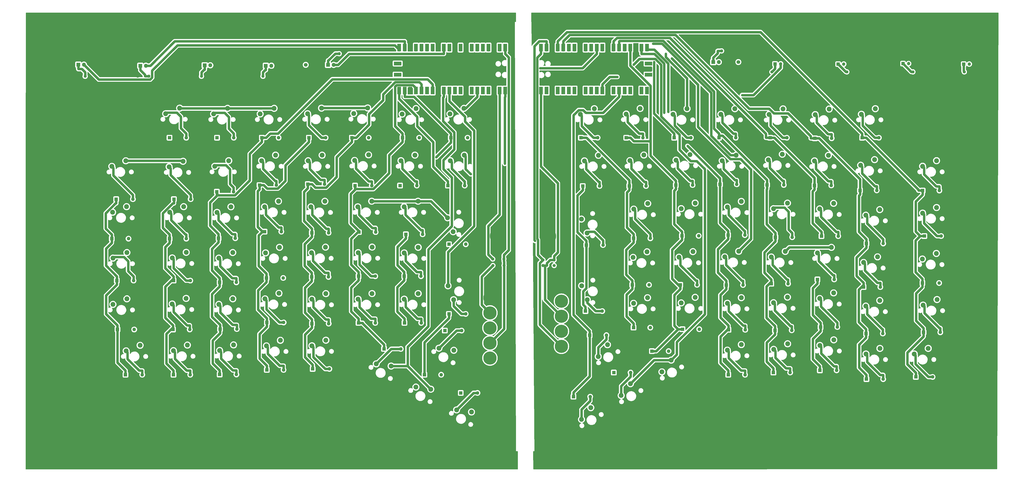
<source format=gbr>
%TF.GenerationSoftware,KiCad,Pcbnew,7.0.5-4d25ed1034~172~ubuntu22.04.1*%
%TF.CreationDate,2023-06-17T05:09:36+02:00*%
%TF.ProjectId,Europe-ergo,4575726f-7065-42d6-9572-676f2e6b6963,rev?*%
%TF.SameCoordinates,Original*%
%TF.FileFunction,Copper,L2,Bot*%
%TF.FilePolarity,Positive*%
%FSLAX46Y46*%
G04 Gerber Fmt 4.6, Leading zero omitted, Abs format (unit mm)*
G04 Created by KiCad (PCBNEW 7.0.5-4d25ed1034~172~ubuntu22.04.1) date 2023-06-17 05:09:36*
%MOMM*%
%LPD*%
G01*
G04 APERTURE LIST*
%TA.AperFunction,ComponentPad*%
%ADD10R,1.600000X1.600000*%
%TD*%
%TA.AperFunction,ComponentPad*%
%ADD11O,1.600000X1.600000*%
%TD*%
%TA.AperFunction,ComponentPad*%
%ADD12C,7.500000*%
%TD*%
%TA.AperFunction,ComponentPad*%
%ADD13C,2.200000*%
%TD*%
%TA.AperFunction,ComponentPad*%
%ADD14R,1.500000X1.500000*%
%TD*%
%TA.AperFunction,ComponentPad*%
%ADD15O,1.500000X1.500000*%
%TD*%
%TA.AperFunction,ComponentPad*%
%ADD16C,1.400000*%
%TD*%
%TA.AperFunction,ComponentPad*%
%ADD17O,1.400000X1.400000*%
%TD*%
%TA.AperFunction,ComponentPad*%
%ADD18R,1.800000X1.800000*%
%TD*%
%TA.AperFunction,ComponentPad*%
%ADD19O,1.800000X1.800000*%
%TD*%
%TA.AperFunction,ComponentPad*%
%ADD20C,6.000000*%
%TD*%
%TA.AperFunction,ComponentPad*%
%ADD21C,4.500000*%
%TD*%
%TA.AperFunction,ComponentPad*%
%ADD22C,1.700000*%
%TD*%
%TA.AperFunction,ComponentPad*%
%ADD23O,1.700000X1.700000*%
%TD*%
%TA.AperFunction,SMDPad,CuDef*%
%ADD24R,1.700000X3.500000*%
%TD*%
%TA.AperFunction,ComponentPad*%
%ADD25R,1.700000X1.700000*%
%TD*%
%TA.AperFunction,SMDPad,CuDef*%
%ADD26R,3.500000X1.700000*%
%TD*%
%TA.AperFunction,ViaPad*%
%ADD27C,0.800000*%
%TD*%
%TA.AperFunction,Conductor*%
%ADD28C,1.100000*%
%TD*%
G04 APERTURE END LIST*
D10*
%TO.P,D85,1,K*%
%TO.N,COL4R*%
X426860000Y-171760000D03*
D11*
%TO.P,D85,2,A*%
%TO.N,Net-(D85-A)*%
X434480000Y-171760000D03*
%TD*%
D10*
%TO.P,D90,1,K*%
%TO.N,COL2*%
X153190000Y-192000000D03*
D11*
%TO.P,D90,2,A*%
%TO.N,Net-(D90-A)*%
X160810000Y-192000000D03*
%TD*%
D10*
%TO.P,D92,1,K*%
%TO.N,COL8*%
X267380000Y-192000000D03*
D11*
%TO.P,D92,2,A*%
%TO.N,Net-(D92-A)*%
X275000000Y-192000000D03*
%TD*%
D12*
%TO.P,H13,1,1*%
%TO.N,GNDL*%
X302750000Y-32600000D03*
%TD*%
D10*
%TO.P,D3,1,K*%
%TO.N,COL3*%
X193400000Y-84000000D03*
D11*
%TO.P,D3,2,A*%
%TO.N,Net-(D3-A)*%
X201020000Y-84000000D03*
%TD*%
D10*
%TO.P,D22,1,K*%
%TO.N,COL4*%
X192360000Y-105600000D03*
D11*
%TO.P,D22,2,A*%
%TO.N,Net-(D22-A)*%
X199980000Y-105600000D03*
%TD*%
D13*
%TO.P,SW41,1*%
%TO.N,ROW3R*%
X338820000Y-121080000D03*
%TO.P,SW41,2*%
%TO.N,Net-(D44-A)*%
X341360000Y-127430000D03*
%TD*%
%TO.P,SW64,1*%
%TO.N,ROW5*%
X158960000Y-157200000D03*
%TO.P,SW64,2*%
%TO.N,Net-(D72-A)*%
X152610000Y-159740000D03*
%TD*%
%TO.P,SW48,1*%
%TO.N,ROW3R*%
X500395000Y-115800000D03*
%TO.P,SW48,2*%
%TO.N,Net-(D46-A)*%
X494045000Y-118340000D03*
%TD*%
D10*
%TO.P,D95,1,K*%
%TO.N,COL8R*%
X353550000Y-191000000D03*
D11*
%TO.P,D95,2,A*%
%TO.N,Net-(D95-A)*%
X361170000Y-191000000D03*
%TD*%
D10*
%TO.P,D94,1,K*%
%TO.N,Arrow-Right*%
X335190000Y-202000000D03*
D11*
%TO.P,D94,2,A*%
%TO.N,Net-(D94-A)*%
X342810000Y-202000000D03*
%TD*%
D12*
%TO.P,H6,1,1*%
%TO.N,GNDR*%
X521000000Y-32600000D03*
%TD*%
D14*
%TO.P,D42,1,K*%
%TO.N,Net-(D42-K)*%
X512730000Y-50440000D03*
D15*
%TO.P,D42,2,A*%
%TO.N,PWM1R*%
X515270000Y-50440000D03*
%TD*%
D13*
%TO.P,SW45,1*%
%TO.N,ROW3R*%
X432540000Y-113800000D03*
%TO.P,SW45,2*%
%TO.N,Net-(D56-A)*%
X426190000Y-116340000D03*
%TD*%
%TO.P,SW76,1*%
%TO.N,ROW5R*%
X411540000Y-156880000D03*
%TO.P,SW76,2*%
%TO.N,Net-(D84-A)*%
X405190000Y-159420000D03*
%TD*%
D10*
%TO.P,D55,1,K*%
%TO.N,COL5R*%
X405520000Y-128360000D03*
D11*
%TO.P,D55,2,A*%
%TO.N,Net-(D55-A)*%
X413140000Y-128360000D03*
%TD*%
D10*
%TO.P,D72,1,K*%
%TO.N,COL2*%
X152960000Y-171380000D03*
D11*
%TO.P,D72,2,A*%
%TO.N,Net-(D72-A)*%
X160580000Y-171380000D03*
%TD*%
D13*
%TO.P,SW83,1*%
%TO.N,ROW6*%
X180540000Y-178420000D03*
%TO.P,SW83,2*%
%TO.N,Net-(D99-A)*%
X174190000Y-180960000D03*
%TD*%
D10*
%TO.P,D44,1,K*%
%TO.N,COL8R*%
X341000000Y-132920000D03*
D11*
%TO.P,D44,2,A*%
%TO.N,Net-(D44-A)*%
X348620000Y-132920000D03*
%TD*%
D13*
%TO.P,SW62,1*%
%TO.N,ROW4R*%
X500295000Y-136720000D03*
%TO.P,SW62,2*%
%TO.N,Net-(D60-A)*%
X493945000Y-139260000D03*
%TD*%
D16*
%TO.P,R2,1*%
%TO.N,GNDL*%
X136920000Y-56000000D03*
D17*
%TO.P,R2,2*%
%TO.N,Net-(D32-K)*%
X142000000Y-56000000D03*
%TD*%
D13*
%TO.P,SW47,1*%
%TO.N,ROW3R*%
X474540000Y-116760000D03*
%TO.P,SW47,2*%
%TO.N,Net-(D45-A)*%
X468190000Y-119300000D03*
%TD*%
D12*
%TO.P,H5,1,1*%
%TO.N,GNDL*%
X100900000Y-228000000D03*
%TD*%
D13*
%TO.P,SW91,1*%
%TO.N,ROW6R*%
X379659700Y-185330600D03*
%TO.P,SW91,2*%
%TO.N,Net-(D96-A)*%
X375430439Y-190705305D03*
%TD*%
%TO.P,SW75,1*%
%TO.N,ROW5R*%
X390540000Y-156720000D03*
%TO.P,SW75,2*%
%TO.N,Net-(D83-A)*%
X384190000Y-159260000D03*
%TD*%
D12*
%TO.P,H1,1,1*%
%TO.N,GNDL*%
X100500000Y-34000000D03*
%TD*%
D16*
%TO.P,R14,1*%
%TO.N,SCL I2C0*%
X298450000Y-139260000D03*
D17*
%TO.P,R14,2*%
%TO.N,VCCL*%
X303530000Y-139260000D03*
%TD*%
D13*
%TO.P,SW40,1*%
%TO.N,ROW3*%
X277920000Y-120460000D03*
%TO.P,SW40,2*%
%TO.N,Net-(D35-A)*%
X280460000Y-126810000D03*
%TD*%
D10*
%TO.P,D34,1,K*%
%TO.N,COL2*%
X151400000Y-130000000D03*
D11*
%TO.P,D34,2,A*%
%TO.N,Net-(D34-A)*%
X159020000Y-130000000D03*
%TD*%
D13*
%TO.P,SW61,1*%
%TO.N,ROW4R*%
X473540000Y-138300000D03*
%TO.P,SW61,2*%
%TO.N,Net-(D59-A)*%
X467190000Y-140840000D03*
%TD*%
D16*
%TO.P,R3,1*%
%TO.N,GNDL*%
X171000000Y-56000000D03*
D17*
%TO.P,R3,2*%
%TO.N,Net-(D36-K)*%
X165920000Y-56000000D03*
%TD*%
D10*
%TO.P,D49,1,K*%
%TO.N,COL3*%
X173690000Y-129800000D03*
D11*
%TO.P,D49,2,A*%
%TO.N,Net-(D49-A)*%
X181310000Y-129800000D03*
%TD*%
D13*
%TO.P,SW13,1*%
%TO.N,ROW1R*%
X451540000Y-70920000D03*
%TO.P,SW13,2*%
%TO.N,Net-(D6-A)*%
X445190000Y-73460000D03*
%TD*%
%TO.P,SW39,1*%
%TO.N,ROW3*%
X264460000Y-112920000D03*
%TO.P,SW39,2*%
%TO.N,Net-(D48-A)*%
X258110000Y-115460000D03*
%TD*%
%TO.P,SW36,1*%
%TO.N,ROW3*%
X200960000Y-112920000D03*
%TO.P,SW36,2*%
%TO.N,Net-(D52-A)*%
X194610000Y-115460000D03*
%TD*%
D12*
%TO.P,H16,1,1*%
%TO.N,GNDR*%
X427400000Y-229450000D03*
%TD*%
D10*
%TO.P,D83,1,K*%
%TO.N,COL6R*%
X384800000Y-171260000D03*
D11*
%TO.P,D83,2,A*%
%TO.N,Net-(D83-A)*%
X392420000Y-171260000D03*
%TD*%
D10*
%TO.P,D102,1,K*%
%TO.N,COL4*%
X195660000Y-189800000D03*
D11*
%TO.P,D102,2,A*%
%TO.N,Net-(D102-A)*%
X203280000Y-189800000D03*
%TD*%
D10*
%TO.P,D5,1,K*%
%TO.N,COL7*%
X279380000Y-84000000D03*
D11*
%TO.P,D5,2,A*%
%TO.N,Net-(D5-A)*%
X287000000Y-84000000D03*
%TD*%
D13*
%TO.P,SW29,1*%
%TO.N,ROW2R*%
X430210000Y-91530000D03*
%TO.P,SW29,2*%
%TO.N,Net-(D29-A)*%
X423860000Y-94070000D03*
%TD*%
D10*
%TO.P,D65,1,K*%
%TO.N,COL4*%
X195510000Y-147900000D03*
D11*
%TO.P,D65,2,A*%
%TO.N,Net-(D65-A)*%
X203130000Y-147900000D03*
%TD*%
D13*
%TO.P,SW58,1*%
%TO.N,ROW4R*%
X410350000Y-135760000D03*
%TO.P,SW58,2*%
%TO.N,Net-(D68-A)*%
X404000000Y-138300000D03*
%TD*%
%TO.P,SW60,1*%
%TO.N,ROW4R*%
X452540000Y-133960000D03*
%TO.P,SW60,2*%
%TO.N,Net-(D70-A)*%
X446190000Y-136500000D03*
%TD*%
D10*
%TO.P,D99,1,K*%
%TO.N,COL3*%
X174200000Y-191900000D03*
D11*
%TO.P,D99,2,A*%
%TO.N,Net-(D99-A)*%
X181820000Y-191900000D03*
%TD*%
D13*
%TO.P,SW84,1*%
%TO.N,ROW6*%
X201820000Y-176320000D03*
%TO.P,SW84,2*%
%TO.N,Net-(D102-A)*%
X195470000Y-178860000D03*
%TD*%
D12*
%TO.P,H2,1,1*%
%TO.N,GNDR*%
X521000000Y-229450000D03*
%TD*%
D13*
%TO.P,SW6,1*%
%TO.N,ROW1*%
X263540000Y-70720000D03*
%TO.P,SW6,2*%
%TO.N,Net-(D4-A)*%
X257190000Y-73260000D03*
%TD*%
D10*
%TO.P,D50,1,K*%
%TO.N,COL7R*%
X362550000Y-129840000D03*
D11*
%TO.P,D50,2,A*%
%TO.N,Net-(D50-A)*%
X370170000Y-129840000D03*
%TD*%
D18*
%TO.P,D38,1,K*%
%TO.N,Net-(D38-K)*%
X223520000Y-50800000D03*
D19*
%TO.P,D38,2,A*%
%TO.N,PWM5*%
X226060000Y-50800000D03*
%TD*%
D13*
%TO.P,SW50,1*%
%TO.N,ROW4*%
X158970000Y-136220000D03*
%TO.P,SW50,2*%
%TO.N,Net-(D58-A)*%
X152620000Y-138760000D03*
%TD*%
D10*
%TO.P,D48,1,K*%
%TO.N,COL7*%
X258920000Y-128000000D03*
D11*
%TO.P,D48,2,A*%
%TO.N,Net-(D48-A)*%
X266540000Y-128000000D03*
%TD*%
D13*
%TO.P,SW46,1*%
%TO.N,ROW3R*%
X453540000Y-113900000D03*
%TO.P,SW46,2*%
%TO.N,Net-(D54-A)*%
X447190000Y-116440000D03*
%TD*%
D10*
%TO.P,D16,1,K*%
%TO.N,COL2*%
X153380000Y-112000000D03*
D11*
%TO.P,D16,2,A*%
%TO.N,Net-(D16-A)*%
X161000000Y-112000000D03*
%TD*%
D10*
%TO.P,D80,1,K*%
%TO.N,COL4*%
X195700000Y-168180000D03*
D11*
%TO.P,D80,2,A*%
%TO.N,Net-(D80-A)*%
X203320000Y-168180000D03*
%TD*%
D16*
%TO.P,R6,1*%
%TO.N,Net-(D39-K)*%
X425470000Y-54000000D03*
D17*
%TO.P,R6,2*%
%TO.N,GNDR*%
X430550000Y-54000000D03*
%TD*%
D13*
%TO.P,SW96,1*%
%TO.N,ROW6R*%
X496610000Y-180000000D03*
%TO.P,SW96,2*%
%TO.N,Net-(D98-A)*%
X490260000Y-182540000D03*
%TD*%
D10*
%TO.P,D93,1,K*%
%TO.N,Arrow-Left*%
X283889600Y-200284700D03*
D11*
%TO.P,D93,2,A*%
%TO.N,Net-(D93-A)*%
X291509600Y-200284700D03*
%TD*%
D10*
%TO.P,D23,1,K*%
%TO.N,COL5*%
X214300000Y-105140000D03*
D11*
%TO.P,D23,2,A*%
%TO.N,Net-(D23-A)*%
X221920000Y-105140000D03*
%TD*%
D13*
%TO.P,SW44,1*%
%TO.N,ROW3R*%
X411540000Y-113020000D03*
%TO.P,SW44,2*%
%TO.N,Net-(D55-A)*%
X405190000Y-115560000D03*
%TD*%
D10*
%TO.P,D18,1,K*%
%TO.N,COL8R*%
X339410000Y-106005000D03*
D11*
%TO.P,D18,2,A*%
%TO.N,Net-(D18-A)*%
X347030000Y-106005000D03*
%TD*%
D13*
%TO.P,SW34,1*%
%TO.N,ROW3*%
X157840000Y-115420000D03*
%TO.P,SW34,2*%
%TO.N,Net-(D34-A)*%
X151490000Y-117960000D03*
%TD*%
%TO.P,SW22,1*%
%TO.N,ROW2*%
X241940000Y-91820000D03*
%TO.P,SW22,2*%
%TO.N,Net-(D24-A)*%
X235590000Y-94360000D03*
%TD*%
%TO.P,SW18,1*%
%TO.N,ROW2*%
X157540000Y-94720000D03*
%TO.P,SW18,2*%
%TO.N,Net-(D16-A)*%
X151190000Y-97260000D03*
%TD*%
D10*
%TO.P,D57,1,K*%
%TO.N,COL1*%
X127410000Y-149100000D03*
D11*
%TO.P,D57,2,A*%
%TO.N,Net-(D57-A)*%
X135030000Y-149100000D03*
%TD*%
D13*
%TO.P,SW80,1*%
%TO.N,ROW5R*%
X500595000Y-157720000D03*
%TO.P,SW80,2*%
%TO.N,Net-(D78-A)*%
X494245000Y-160260000D03*
%TD*%
%TO.P,SW17,1*%
%TO.N,ROW2*%
X131500000Y-94520000D03*
%TO.P,SW17,2*%
%TO.N,Net-(D15-A)*%
X125150000Y-97060000D03*
%TD*%
D10*
%TO.P,D59,1,K*%
%TO.N,COL2R*%
X467190000Y-152040000D03*
D11*
%TO.P,D59,2,A*%
%TO.N,Net-(D59-A)*%
X474810000Y-152040000D03*
%TD*%
D13*
%TO.P,SW2,1*%
%TO.N,ROW1*%
X177800000Y-70620000D03*
%TO.P,SW2,2*%
%TO.N,Net-(D2-A)*%
X171450000Y-73160000D03*
%TD*%
D10*
%TO.P,D62,1,K*%
%TO.N,COL6*%
X237390000Y-147100000D03*
D11*
%TO.P,D62,2,A*%
%TO.N,Net-(D62-A)*%
X245010000Y-147100000D03*
%TD*%
D10*
%TO.P,D88,1,K*%
%TO.N,COL7R*%
X362520000Y-170525000D03*
D11*
%TO.P,D88,2,A*%
%TO.N,Net-(D88-A)*%
X370140000Y-170525000D03*
%TD*%
D13*
%TO.P,SW42,1*%
%TO.N,ROW3R*%
X368970000Y-114000000D03*
%TO.P,SW42,2*%
%TO.N,Net-(D50-A)*%
X362620000Y-116540000D03*
%TD*%
D10*
%TO.P,D47,1,K*%
%TO.N,COL6*%
X237540000Y-127000000D03*
D11*
%TO.P,D47,2,A*%
%TO.N,Net-(D47-A)*%
X245160000Y-127000000D03*
%TD*%
D10*
%TO.P,D15,1,K*%
%TO.N,COL1*%
X127110000Y-112000000D03*
D11*
%TO.P,D15,2,A*%
%TO.N,Net-(D15-A)*%
X134730000Y-112000000D03*
%TD*%
D10*
%TO.P,D71,1,K*%
%TO.N,COL1*%
X127700000Y-171380000D03*
D11*
%TO.P,D71,2,A*%
%TO.N,Net-(D71-A)*%
X135320000Y-171380000D03*
%TD*%
D16*
%TO.P,R8,1*%
%TO.N,Net-(D41-K)*%
X489630000Y-54000000D03*
D17*
%TO.P,R8,2*%
%TO.N,GNDR*%
X484550000Y-54000000D03*
%TD*%
D10*
%TO.P,D52,1,K*%
%TO.N,COL4*%
X194630000Y-126800000D03*
D11*
%TO.P,D52,2,A*%
%TO.N,Net-(D52-A)*%
X202250000Y-126800000D03*
%TD*%
D13*
%TO.P,SW9,1*%
%TO.N,ROW1R*%
X365540000Y-70660000D03*
%TO.P,SW9,2*%
%TO.N,Net-(D9-A)*%
X359190000Y-73200000D03*
%TD*%
D10*
%TO.P,D20,1,K*%
%TO.N,COL1R*%
X494045000Y-108065000D03*
D11*
%TO.P,D20,2,A*%
%TO.N,Net-(D20-A)*%
X501665000Y-108065000D03*
%TD*%
D13*
%TO.P,SW19,1*%
%TO.N,ROW2*%
X178350000Y-94460000D03*
%TO.P,SW19,2*%
%TO.N,Net-(D21-A)*%
X172000000Y-97000000D03*
%TD*%
D12*
%TO.P,H10,1,1*%
%TO.N,GNDR*%
X322000000Y-32650000D03*
%TD*%
D10*
%TO.P,D66,1,K*%
%TO.N,COL7R*%
X361930000Y-151040000D03*
D11*
%TO.P,D66,2,A*%
%TO.N,Net-(D66-A)*%
X369550000Y-151040000D03*
%TD*%
D10*
%TO.P,D67,1,K*%
%TO.N,COL6R*%
X383800000Y-151040000D03*
D11*
%TO.P,D67,2,A*%
%TO.N,Net-(D67-A)*%
X391420000Y-151040000D03*
%TD*%
D10*
%TO.P,D104,1,K*%
%TO.N,COL4R*%
X426170000Y-191000000D03*
D11*
%TO.P,D104,2,A*%
%TO.N,Net-(D104-A)*%
X433790000Y-191000000D03*
%TD*%
D13*
%TO.P,SW70,1*%
%TO.N,ROW5*%
X278100000Y-151460000D03*
%TO.P,SW70,2*%
%TO.N,Net-(D73-A)*%
X280640000Y-157810000D03*
%TD*%
D10*
%TO.P,D73,1,K*%
%TO.N,COL8*%
X278520000Y-164280000D03*
D11*
%TO.P,D73,2,A*%
%TO.N,Net-(D73-A)*%
X286140000Y-164280000D03*
%TD*%
D10*
%TO.P,D86,1,K*%
%TO.N,COL3R*%
X447620000Y-170260000D03*
D11*
%TO.P,D86,2,A*%
%TO.N,Net-(D86-A)*%
X455240000Y-170260000D03*
%TD*%
D13*
%TO.P,SW11,1*%
%TO.N,ROW1R*%
X408620000Y-70780000D03*
%TO.P,SW11,2*%
%TO.N,Net-(D14-A)*%
X402270000Y-73320000D03*
%TD*%
D10*
%TO.P,D28,1,K*%
%TO.N,COL5R*%
X401860000Y-105225000D03*
D11*
%TO.P,D28,2,A*%
%TO.N,Net-(D28-A)*%
X409480000Y-105225000D03*
%TD*%
D16*
%TO.P,R1,1*%
%TO.N,GNDL*%
X107920000Y-56000000D03*
D17*
%TO.P,R1,2*%
%TO.N,Net-(D31-K)*%
X113000000Y-56000000D03*
%TD*%
D13*
%TO.P,SW89,1*%
%TO.N,ROW6R*%
X343069700Y-206990600D03*
%TO.P,SW89,2*%
%TO.N,Net-(D94-A)*%
X338840439Y-212365305D03*
%TD*%
D14*
%TO.P,D40,1,K*%
%TO.N,Net-(D40-K)*%
X455614700Y-50440000D03*
D15*
%TO.P,D40,2,A*%
%TO.N,PWM3R*%
X458154700Y-50440000D03*
%TD*%
D13*
%TO.P,SW94,1*%
%TO.N,ROW6R*%
X453610000Y-176100000D03*
%TO.P,SW94,2*%
%TO.N,Net-(D101-A)*%
X447260000Y-178640000D03*
%TD*%
D10*
%TO.P,D30,1,K*%
%TO.N,COL3R*%
X444860000Y-105740000D03*
D11*
%TO.P,D30,2,A*%
%TO.N,Net-(D30-A)*%
X452480000Y-105740000D03*
%TD*%
D13*
%TO.P,SW1,1*%
%TO.N,ROW1*%
X156000000Y-70520000D03*
%TO.P,SW1,2*%
%TO.N,Net-(D1-A)*%
X149650000Y-73060000D03*
%TD*%
D12*
%TO.P,H8,1,1*%
%TO.N,GNDR*%
X426550000Y-32650000D03*
%TD*%
D13*
%TO.P,SW53,1*%
%TO.N,ROW4*%
X222380000Y-133860000D03*
%TO.P,SW53,2*%
%TO.N,Net-(D61-A)*%
X216030000Y-136400000D03*
%TD*%
%TO.P,SW56,1*%
%TO.N,ROW4R*%
X368670000Y-136000000D03*
%TO.P,SW56,2*%
%TO.N,Net-(D66-A)*%
X362320000Y-138540000D03*
%TD*%
D10*
%TO.P,D60,1,K*%
%TO.N,COL1R*%
X493945000Y-150205000D03*
D11*
%TO.P,D60,2,A*%
%TO.N,Net-(D60-A)*%
X501565000Y-150205000D03*
%TD*%
D13*
%TO.P,SW72,1*%
%TO.N,ROW5R*%
X350659700Y-178330600D03*
%TO.P,SW72,2*%
%TO.N,Net-(D75-A)*%
X346430439Y-183705305D03*
%TD*%
%TO.P,SW78,1*%
%TO.N,ROW5R*%
X453540000Y-154720000D03*
%TO.P,SW78,2*%
%TO.N,Net-(D86-A)*%
X447190000Y-157260000D03*
%TD*%
D10*
%TO.P,D63,1,K*%
%TO.N,COL7*%
X258190000Y-147100000D03*
D11*
%TO.P,D63,2,A*%
%TO.N,Net-(D63-A)*%
X265810000Y-147100000D03*
%TD*%
D10*
%TO.P,D51,1,K*%
%TO.N,COL6R*%
X384520000Y-128700000D03*
D11*
%TO.P,D51,2,A*%
%TO.N,Net-(D51-A)*%
X392140000Y-128700000D03*
%TD*%
D13*
%TO.P,SW77,1*%
%TO.N,ROW5R*%
X432540000Y-156640000D03*
%TO.P,SW77,2*%
%TO.N,Net-(D85-A)*%
X426190000Y-159180000D03*
%TD*%
%TO.P,SW28,1*%
%TO.N,ROW2R*%
X409210000Y-91920000D03*
%TO.P,SW28,2*%
%TO.N,Net-(D28-A)*%
X402860000Y-94460000D03*
%TD*%
D10*
%TO.P,D13,1,K*%
%TO.N,COL5R*%
X381000000Y-84000000D03*
D11*
%TO.P,D13,2,A*%
%TO.N,Net-(D13-A)*%
X388620000Y-84000000D03*
%TD*%
D18*
%TO.P,D32,1,K*%
%TO.N,Net-(D32-K)*%
X138100000Y-51200000D03*
D19*
%TO.P,D32,2,A*%
%TO.N,PWM2*%
X140640000Y-51200000D03*
%TD*%
D13*
%TO.P,SW95,1*%
%TO.N,ROW6R*%
X474610000Y-180000000D03*
%TO.P,SW95,2*%
%TO.N,Net-(D97-A)*%
X468260000Y-182540000D03*
%TD*%
%TO.P,SW3,1*%
%TO.N,ROW1*%
X199000000Y-70620000D03*
%TO.P,SW3,2*%
%TO.N,Net-(D3-A)*%
X192650000Y-73160000D03*
%TD*%
D10*
%TO.P,D78,1,K*%
%TO.N,COL1R*%
X494475000Y-172660000D03*
D11*
%TO.P,D78,2,A*%
%TO.N,Net-(D78-A)*%
X502095000Y-172660000D03*
%TD*%
D10*
%TO.P,D12,1,K*%
%TO.N,COL5*%
X234380000Y-84000000D03*
D11*
%TO.P,D12,2,A*%
%TO.N,Net-(D12-A)*%
X242000000Y-84000000D03*
%TD*%
D10*
%TO.P,D2,1,K*%
%TO.N,COL2*%
X173000000Y-84000000D03*
D11*
%TO.P,D2,2,A*%
%TO.N,Net-(D2-A)*%
X180620000Y-84000000D03*
%TD*%
D13*
%TO.P,SW7,1*%
%TO.N,ROW1*%
X285340000Y-70620000D03*
%TO.P,SW7,2*%
%TO.N,Net-(D5-A)*%
X278990000Y-73160000D03*
%TD*%
%TO.P,SW55,1*%
%TO.N,ROW4*%
X264540000Y-133920000D03*
%TO.P,SW55,2*%
%TO.N,Net-(D63-A)*%
X258190000Y-136460000D03*
%TD*%
D16*
%TO.P,R9,1*%
%TO.N,Net-(D42-K)*%
X513010000Y-54000000D03*
D17*
%TO.P,R9,2*%
%TO.N,GNDR*%
X518090000Y-54000000D03*
%TD*%
D10*
%TO.P,D87,1,K*%
%TO.N,COL7*%
X258280000Y-168380000D03*
D11*
%TO.P,D87,2,A*%
%TO.N,Net-(D87-A)*%
X265900000Y-168380000D03*
%TD*%
D10*
%TO.P,D53,1,K*%
%TO.N,COL5*%
X216140000Y-127340000D03*
D11*
%TO.P,D53,2,A*%
%TO.N,Net-(D53-A)*%
X223760000Y-127340000D03*
%TD*%
D13*
%TO.P,SW57,1*%
%TO.N,ROW4R*%
X389540000Y-135900000D03*
%TO.P,SW57,2*%
%TO.N,Net-(D67-A)*%
X383190000Y-138440000D03*
%TD*%
D16*
%TO.P,R11,1*%
%TO.N,sclR*%
X326390000Y-142240000D03*
D17*
%TO.P,R11,2*%
%TO.N,VCCR*%
X321310000Y-142240000D03*
%TD*%
D12*
%TO.P,H15,1,1*%
%TO.N,GNDL*%
X302200000Y-227800000D03*
%TD*%
%TO.P,H9,1,1*%
%TO.N,GNDL*%
X300900000Y-128800000D03*
%TD*%
D10*
%TO.P,D46,1,K*%
%TO.N,COL1R*%
X494855000Y-128800000D03*
D11*
%TO.P,D46,2,A*%
%TO.N,Net-(D46-A)*%
X502475000Y-128800000D03*
%TD*%
D10*
%TO.P,D4,1,K*%
%TO.N,COL6*%
X257380000Y-84000000D03*
D11*
%TO.P,D4,2,A*%
%TO.N,Net-(D4-A)*%
X265000000Y-84000000D03*
%TD*%
D12*
%TO.P,H7,1,1*%
%TO.N,GNDL*%
X100500000Y-129000000D03*
%TD*%
D10*
%TO.P,D101,1,K*%
%TO.N,COL3R*%
X447290000Y-190000000D03*
D11*
%TO.P,D101,2,A*%
%TO.N,Net-(D101-A)*%
X454910000Y-190000000D03*
%TD*%
D10*
%TO.P,D68,1,K*%
%TO.N,COL5R*%
X404710000Y-151100000D03*
D11*
%TO.P,D68,2,A*%
%TO.N,Net-(D68-A)*%
X412330000Y-151100000D03*
%TD*%
D12*
%TO.P,H4,1,1*%
%TO.N,GNDR*%
X521000000Y-129000000D03*
%TD*%
D10*
%TO.P,D82,1,K*%
%TO.N,COL6*%
X237380000Y-168380000D03*
D11*
%TO.P,D82,2,A*%
%TO.N,Net-(D82-A)*%
X245000000Y-168380000D03*
%TD*%
D13*
%TO.P,SW14,1*%
%TO.N,ROW1R*%
X472540000Y-70760000D03*
%TO.P,SW14,2*%
%TO.N,Net-(D7-A)*%
X466190000Y-73300000D03*
%TD*%
D10*
%TO.P,D19,1,K*%
%TO.N,COL2R*%
X465560000Y-108005000D03*
D11*
%TO.P,D19,2,A*%
%TO.N,Net-(D19-A)*%
X473180000Y-108005000D03*
%TD*%
D13*
%TO.P,SW52,1*%
%TO.N,ROW4*%
X201460000Y-133920000D03*
%TO.P,SW52,2*%
%TO.N,Net-(D65-A)*%
X195110000Y-136460000D03*
%TD*%
D10*
%TO.P,D7,1,K*%
%TO.N,COL1R*%
X466520000Y-84000000D03*
D11*
%TO.P,D7,2,A*%
%TO.N,Net-(D7-A)*%
X474140000Y-84000000D03*
%TD*%
D10*
%TO.P,D69,1,K*%
%TO.N,COL4R*%
X425200000Y-150540000D03*
D11*
%TO.P,D69,2,A*%
%TO.N,Net-(D69-A)*%
X432820000Y-150540000D03*
%TD*%
D10*
%TO.P,D75,1,K*%
%TO.N,Arrow-Right*%
X342560000Y-173970600D03*
D11*
%TO.P,D75,2,A*%
%TO.N,Net-(D75-A)*%
X350180000Y-173970600D03*
%TD*%
D14*
%TO.P,D39,1,K*%
%TO.N,Net-(D39-K)*%
X426914700Y-50340000D03*
D15*
%TO.P,D39,2,A*%
%TO.N,PWM4R*%
X429454700Y-50340000D03*
%TD*%
D13*
%TO.P,SW71,1*%
%TO.N,ROW5*%
X280739700Y-180870600D03*
%TO.P,SW71,2*%
%TO.N,Net-(D74-A)*%
X273970439Y-179895305D03*
%TD*%
%TO.P,SW67,1*%
%TO.N,ROW5*%
X222540000Y-155040000D03*
%TO.P,SW67,2*%
%TO.N,Net-(D81-A)*%
X216190000Y-157580000D03*
%TD*%
%TO.P,SW49,1*%
%TO.N,ROW4*%
X132000000Y-136320000D03*
%TO.P,SW49,2*%
%TO.N,Net-(D57-A)*%
X125650000Y-138860000D03*
%TD*%
%TO.P,SW21,1*%
%TO.N,ROW2*%
X220840000Y-91960000D03*
%TO.P,SW21,2*%
%TO.N,Net-(D23-A)*%
X214490000Y-94500000D03*
%TD*%
%TO.P,SW82,1*%
%TO.N,ROW6*%
X159540000Y-178500000D03*
%TO.P,SW82,2*%
%TO.N,Net-(D90-A)*%
X153190000Y-181040000D03*
%TD*%
D12*
%TO.P,H14,1,1*%
%TO.N,GNDR*%
X324750000Y-228000000D03*
%TD*%
D10*
%TO.P,D77,1,K*%
%TO.N,COL2R*%
X468320000Y-173220000D03*
D11*
%TO.P,D77,2,A*%
%TO.N,Net-(D77-A)*%
X475940000Y-173220000D03*
%TD*%
D10*
%TO.P,D79,1,K*%
%TO.N,COL3*%
X174390000Y-171180000D03*
D11*
%TO.P,D79,2,A*%
%TO.N,Net-(D79-A)*%
X182010000Y-171180000D03*
%TD*%
D13*
%TO.P,SW27,1*%
%TO.N,ROW2R*%
X388210000Y-91660000D03*
%TO.P,SW27,2*%
%TO.N,Net-(D27-A)*%
X381860000Y-94200000D03*
%TD*%
D18*
%TO.P,D31,1,K*%
%TO.N,Net-(D31-K)*%
X109900000Y-50700000D03*
D19*
%TO.P,D31,2,A*%
%TO.N,PWM1*%
X112440000Y-50700000D03*
%TD*%
D16*
%TO.P,R7,1*%
%TO.N,Net-(D40-K)*%
X459550000Y-54000000D03*
D17*
%TO.P,R7,2*%
%TO.N,GNDR*%
X454470000Y-54000000D03*
%TD*%
D10*
%TO.P,D91,1,K*%
%TO.N,COL6*%
X249000000Y-180250000D03*
D11*
%TO.P,D91,2,A*%
%TO.N,Net-(D91-A)*%
X256620000Y-180250000D03*
%TD*%
D16*
%TO.P,R4,1*%
%TO.N,GNDL*%
X199000000Y-56000000D03*
D17*
%TO.P,R4,2*%
%TO.N,Net-(D37-K)*%
X193920000Y-56000000D03*
%TD*%
D10*
%TO.P,D56,1,K*%
%TO.N,COL4R*%
X427100000Y-129340000D03*
D11*
%TO.P,D56,2,A*%
%TO.N,Net-(D56-A)*%
X434720000Y-129340000D03*
%TD*%
D16*
%TO.P,R13,1*%
%TO.N,SDA I2C0*%
X298540000Y-142240000D03*
D17*
%TO.P,R13,2*%
%TO.N,VCCL*%
X303620000Y-142240000D03*
%TD*%
D13*
%TO.P,SW32,1*%
%TO.N,ROW2R*%
X500395000Y-94460000D03*
%TO.P,SW32,2*%
%TO.N,Net-(D20-A)*%
X494045000Y-97000000D03*
%TD*%
%TO.P,SW79,1*%
%TO.N,ROW5R*%
X474540000Y-158180000D03*
%TO.P,SW79,2*%
%TO.N,Net-(D77-A)*%
X468190000Y-160720000D03*
%TD*%
D10*
%TO.P,D89,1,K*%
%TO.N,COL1*%
X131360000Y-192000000D03*
D11*
%TO.P,D89,2,A*%
%TO.N,Net-(D89-A)*%
X138980000Y-192000000D03*
%TD*%
D13*
%TO.P,SW66,1*%
%TO.N,ROW5*%
X201200000Y-154900000D03*
%TO.P,SW66,2*%
%TO.N,Net-(D80-A)*%
X194850000Y-157440000D03*
%TD*%
%TO.P,SW63,1*%
%TO.N,ROW5*%
X132000000Y-157400000D03*
%TO.P,SW63,2*%
%TO.N,Net-(D71-A)*%
X125650000Y-159940000D03*
%TD*%
D16*
%TO.P,R12,1*%
%TO.N,sdaR*%
X321310000Y-139700000D03*
D17*
%TO.P,R12,2*%
%TO.N,VCCR*%
X326390000Y-139700000D03*
%TD*%
D13*
%TO.P,SW90,1*%
%TO.N,ROW6R*%
X361129700Y-196090600D03*
%TO.P,SW90,2*%
%TO.N,Net-(D95-A)*%
X356900439Y-201465305D03*
%TD*%
%TO.P,SW92,1*%
%TO.N,ROW6R*%
X411540000Y-178260000D03*
%TO.P,SW92,2*%
%TO.N,Net-(D103-A)*%
X405190000Y-180800000D03*
%TD*%
D18*
%TO.P,D43,1,K*%
%TO.N,Net-(D43-K)*%
X398780000Y-49530000D03*
D19*
%TO.P,D43,2,A*%
%TO.N,PWM5R*%
X401320000Y-49530000D03*
%TD*%
D13*
%TO.P,SW87,1*%
%TO.N,ROW6*%
X270279700Y-198590600D03*
%TO.P,SW87,2*%
%TO.N,Net-(D92-A)*%
X263510439Y-197615305D03*
%TD*%
D10*
%TO.P,D81,1,K*%
%TO.N,COL5*%
X216190000Y-168720000D03*
D11*
%TO.P,D81,2,A*%
%TO.N,Net-(D81-A)*%
X223810000Y-168720000D03*
%TD*%
D13*
%TO.P,SW4,1*%
%TO.N,ROW1*%
X220540000Y-70520000D03*
%TO.P,SW4,2*%
%TO.N,Net-(D11-A)*%
X214190000Y-73060000D03*
%TD*%
%TO.P,SW37,1*%
%TO.N,ROW3*%
X222080000Y-112960000D03*
%TO.P,SW37,2*%
%TO.N,Net-(D53-A)*%
X215730000Y-115500000D03*
%TD*%
%TO.P,SW33,1*%
%TO.N,ROW3*%
X131860000Y-115420000D03*
%TO.P,SW33,2*%
%TO.N,Net-(D33-A)*%
X125510000Y-117960000D03*
%TD*%
%TO.P,SW51,1*%
%TO.N,ROW4*%
X180150000Y-136320000D03*
%TO.P,SW51,2*%
%TO.N,Net-(D64-A)*%
X173800000Y-138860000D03*
%TD*%
%TO.P,SW5,1*%
%TO.N,ROW1*%
X241540000Y-70420000D03*
%TO.P,SW5,2*%
%TO.N,Net-(D12-A)*%
X235190000Y-72960000D03*
%TD*%
D10*
%TO.P,D14,1,K*%
%TO.N,COL4R*%
X401390000Y-84000000D03*
D11*
%TO.P,D14,2,A*%
%TO.N,Net-(D14-A)*%
X409010000Y-84000000D03*
%TD*%
D10*
%TO.P,D61,1,K*%
%TO.N,COL5*%
X216110000Y-147440000D03*
D11*
%TO.P,D61,2,A*%
%TO.N,Net-(D61-A)*%
X223730000Y-147440000D03*
%TD*%
D13*
%TO.P,SW12,1*%
%TO.N,ROW1R*%
X430540000Y-70860000D03*
%TO.P,SW12,2*%
%TO.N,Net-(D10-A)*%
X424190000Y-73400000D03*
%TD*%
D10*
%TO.P,D96,1,K*%
%TO.N,COL6R*%
X370860000Y-181240000D03*
D11*
%TO.P,D96,2,A*%
%TO.N,Net-(D96-A)*%
X378480000Y-181240000D03*
%TD*%
D10*
%TO.P,D35,1,K*%
%TO.N,COL8*%
X278560000Y-132540000D03*
D11*
%TO.P,D35,2,A*%
%TO.N,Net-(D35-A)*%
X286180000Y-132540000D03*
%TD*%
D12*
%TO.P,H11,1,1*%
%TO.N,GNDL*%
X198400000Y-228000000D03*
%TD*%
D13*
%TO.P,SW31,1*%
%TO.N,ROW2R*%
X472210000Y-94000000D03*
%TO.P,SW31,2*%
%TO.N,Net-(D19-A)*%
X465860000Y-96540000D03*
%TD*%
D10*
%TO.P,D27,1,K*%
%TO.N,COL6R*%
X381760000Y-105565000D03*
D11*
%TO.P,D27,2,A*%
%TO.N,Net-(D27-A)*%
X389380000Y-105565000D03*
%TD*%
D12*
%TO.P,H12,1,1*%
%TO.N,GNDR*%
X323550000Y-128900000D03*
%TD*%
D10*
%TO.P,D45,1,K*%
%TO.N,COL2R*%
X468500000Y-132200000D03*
D11*
%TO.P,D45,2,A*%
%TO.N,Net-(D45-A)*%
X476120000Y-132200000D03*
%TD*%
D13*
%TO.P,SW43,1*%
%TO.N,ROW3R*%
X390540000Y-113760000D03*
%TO.P,SW43,2*%
%TO.N,Net-(D51-A)*%
X384190000Y-116300000D03*
%TD*%
D10*
%TO.P,D33,1,K*%
%TO.N,COL1*%
X125100000Y-130000000D03*
D11*
%TO.P,D33,2,A*%
%TO.N,Net-(D33-A)*%
X132720000Y-130000000D03*
%TD*%
D10*
%TO.P,D100,1,K*%
%TO.N,COL5*%
X216500000Y-189340000D03*
D11*
%TO.P,D100,2,A*%
%TO.N,Net-(D100-A)*%
X224120000Y-189340000D03*
%TD*%
D10*
%TO.P,D11,1,K*%
%TO.N,COL4*%
X214800000Y-84000000D03*
D11*
%TO.P,D11,2,A*%
%TO.N,Net-(D11-A)*%
X222420000Y-84000000D03*
%TD*%
D13*
%TO.P,SW85,1*%
%TO.N,ROW6*%
X222540000Y-176260000D03*
%TO.P,SW85,2*%
%TO.N,Net-(D100-A)*%
X216190000Y-178800000D03*
%TD*%
D10*
%TO.P,D8,1,K*%
%TO.N,COL7R*%
X338550000Y-84000000D03*
D11*
%TO.P,D8,2,A*%
%TO.N,Net-(D8-A)*%
X346170000Y-84000000D03*
%TD*%
D10*
%TO.P,D26,1,K*%
%TO.N,COL7R*%
X360560000Y-106005000D03*
D11*
%TO.P,D26,2,A*%
%TO.N,Net-(D26-A)*%
X368180000Y-106005000D03*
%TD*%
D18*
%TO.P,D37,1,K*%
%TO.N,Net-(D37-K)*%
X195200000Y-51200000D03*
D19*
%TO.P,D37,2,A*%
%TO.N,PWM4*%
X197740000Y-51200000D03*
%TD*%
D13*
%TO.P,SW8,1*%
%TO.N,ROW1R*%
X344670000Y-70760000D03*
%TO.P,SW8,2*%
%TO.N,Net-(D8-A)*%
X338320000Y-73300000D03*
%TD*%
D10*
%TO.P,D17,1,K*%
%TO.N,COL8*%
X278080000Y-105800000D03*
D11*
%TO.P,D17,2,A*%
%TO.N,Net-(D17-A)*%
X285700000Y-105800000D03*
%TD*%
D10*
%TO.P,D9,1,K*%
%TO.N,COL6R*%
X359190000Y-84000000D03*
D11*
%TO.P,D9,2,A*%
%TO.N,Net-(D9-A)*%
X366810000Y-84000000D03*
%TD*%
D13*
%TO.P,SW10,1*%
%TO.N,ROW1R*%
X386880000Y-70760000D03*
%TO.P,SW10,2*%
%TO.N,Net-(D13-A)*%
X380530000Y-73300000D03*
%TD*%
D10*
%TO.P,D64,1,K*%
%TO.N,COL3*%
X174180000Y-149900000D03*
D11*
%TO.P,D64,2,A*%
%TO.N,Net-(D64-A)*%
X181800000Y-149900000D03*
%TD*%
D10*
%TO.P,D97,1,K*%
%TO.N,COL2R*%
X468490000Y-194000000D03*
D11*
%TO.P,D97,2,A*%
%TO.N,Net-(D97-A)*%
X476110000Y-194000000D03*
%TD*%
D13*
%TO.P,SW68,1*%
%TO.N,ROW5*%
X243540000Y-155000000D03*
%TO.P,SW68,2*%
%TO.N,Net-(D82-A)*%
X237190000Y-157540000D03*
%TD*%
%TO.P,SW26,1*%
%TO.N,ROW2R*%
X367210000Y-91900000D03*
%TO.P,SW26,2*%
%TO.N,Net-(D26-A)*%
X360860000Y-94440000D03*
%TD*%
%TO.P,SW24,1*%
%TO.N,ROW2*%
X285540000Y-91920000D03*
%TO.P,SW24,2*%
%TO.N,Net-(D17-A)*%
X279190000Y-94460000D03*
%TD*%
D10*
%TO.P,D70,1,K*%
%TO.N,COL3R*%
X446190000Y-148565000D03*
D11*
%TO.P,D70,2,A*%
%TO.N,Net-(D70-A)*%
X453810000Y-148565000D03*
%TD*%
D10*
%TO.P,D76,1,K*%
%TO.N,COL8R*%
X340640000Y-163000000D03*
D11*
%TO.P,D76,2,A*%
%TO.N,Net-(D76-A)*%
X348260000Y-163000000D03*
%TD*%
D13*
%TO.P,SW38,1*%
%TO.N,ROW3*%
X243380000Y-112920000D03*
%TO.P,SW38,2*%
%TO.N,Net-(D47-A)*%
X237030000Y-115460000D03*
%TD*%
D16*
%TO.P,R5,1*%
%TO.N,GNDL*%
X223520000Y-45720000D03*
D17*
%TO.P,R5,2*%
%TO.N,Net-(D38-K)*%
X228600000Y-45720000D03*
%TD*%
D13*
%TO.P,SW35,1*%
%TO.N,ROW3*%
X179350000Y-115460000D03*
%TO.P,SW35,2*%
%TO.N,Net-(D49-A)*%
X173000000Y-118000000D03*
%TD*%
%TO.P,SW81,1*%
%TO.N,ROW6*%
X138000000Y-178600000D03*
%TO.P,SW81,2*%
%TO.N,Net-(D89-A)*%
X131650000Y-181140000D03*
%TD*%
D12*
%TO.P,H3,1,1*%
%TO.N,GNDL*%
X197600000Y-34100000D03*
%TD*%
D10*
%TO.P,D21,1,K*%
%TO.N,COL3*%
X172900000Y-108600000D03*
D11*
%TO.P,D21,2,A*%
%TO.N,Net-(D21-A)*%
X180520000Y-108600000D03*
%TD*%
D10*
%TO.P,D58,1,K*%
%TO.N,COL2*%
X153220000Y-149100000D03*
D11*
%TO.P,D58,2,A*%
%TO.N,Net-(D58-A)*%
X160840000Y-149100000D03*
%TD*%
D13*
%TO.P,SW20,1*%
%TO.N,ROW2*%
X199620000Y-91920000D03*
%TO.P,SW20,2*%
%TO.N,Net-(D22-A)*%
X193270000Y-94460000D03*
%TD*%
D10*
%TO.P,D103,1,K*%
%TO.N,COL5R*%
X405620000Y-192000000D03*
D11*
%TO.P,D103,2,A*%
%TO.N,Net-(D103-A)*%
X413240000Y-192000000D03*
%TD*%
D13*
%TO.P,SW88,1*%
%TO.N,ROW6*%
X288769300Y-208975300D03*
%TO.P,SW88,2*%
%TO.N,Net-(D93-A)*%
X282000039Y-208000005D03*
%TD*%
D10*
%TO.P,D98,1,K*%
%TO.N,COL1R*%
X490970000Y-193000000D03*
D11*
%TO.P,D98,2,A*%
%TO.N,Net-(D98-A)*%
X498590000Y-193000000D03*
%TD*%
D13*
%TO.P,SW86,1*%
%TO.N,ROW6*%
X252199700Y-188040600D03*
%TO.P,SW86,2*%
%TO.N,Net-(D91-A)*%
X245430439Y-187065305D03*
%TD*%
%TO.P,SW23,1*%
%TO.N,ROW2*%
X263040000Y-91920000D03*
%TO.P,SW23,2*%
%TO.N,Net-(D25-A)*%
X256690000Y-94460000D03*
%TD*%
%TO.P,SW73,1*%
%TO.N,ROW5R*%
X338920000Y-151460000D03*
%TO.P,SW73,2*%
%TO.N,Net-(D76-A)*%
X341460000Y-157810000D03*
%TD*%
%TO.P,SW54,1*%
%TO.N,ROW4*%
X243560000Y-133820000D03*
%TO.P,SW54,2*%
%TO.N,Net-(D62-A)*%
X237210000Y-136360000D03*
%TD*%
%TO.P,SW69,1*%
%TO.N,ROW5*%
X264540000Y-155000000D03*
%TO.P,SW69,2*%
%TO.N,Net-(D87-A)*%
X258190000Y-157540000D03*
%TD*%
D10*
%TO.P,D54,1,K*%
%TO.N,COL3R*%
X448020000Y-128840000D03*
D11*
%TO.P,D54,2,A*%
%TO.N,Net-(D54-A)*%
X455640000Y-128840000D03*
%TD*%
D10*
%TO.P,D10,1,K*%
%TO.N,COL3R*%
X424650000Y-84000000D03*
D11*
%TO.P,D10,2,A*%
%TO.N,Net-(D10-A)*%
X432270000Y-84000000D03*
%TD*%
D13*
%TO.P,SW74,1*%
%TO.N,ROW5R*%
X368870000Y-156920000D03*
%TO.P,SW74,2*%
%TO.N,Net-(D88-A)*%
X362520000Y-159460000D03*
%TD*%
D10*
%TO.P,D29,1,K*%
%TO.N,COL4R*%
X423260000Y-105505000D03*
D11*
%TO.P,D29,2,A*%
%TO.N,Net-(D29-A)*%
X430880000Y-105505000D03*
%TD*%
D10*
%TO.P,D25,1,K*%
%TO.N,COL7*%
X256280000Y-105800000D03*
D11*
%TO.P,D25,2,A*%
%TO.N,Net-(D25-A)*%
X263900000Y-105800000D03*
%TD*%
D13*
%TO.P,SW93,1*%
%TO.N,ROW6R*%
X432610000Y-177900000D03*
%TO.P,SW93,2*%
%TO.N,Net-(D104-A)*%
X426260000Y-180440000D03*
%TD*%
D10*
%TO.P,D1,1,K*%
%TO.N,COL1*%
X151380000Y-84000000D03*
D11*
%TO.P,D1,2,A*%
%TO.N,Net-(D1-A)*%
X159000000Y-84000000D03*
%TD*%
D10*
%TO.P,D24,1,K*%
%TO.N,COL6*%
X235800000Y-105800000D03*
D11*
%TO.P,D24,2,A*%
%TO.N,Net-(D24-A)*%
X243420000Y-105800000D03*
%TD*%
D13*
%TO.P,SW65,1*%
%TO.N,ROW5*%
X180200000Y-157400000D03*
%TO.P,SW65,2*%
%TO.N,Net-(D79-A)*%
X173850000Y-159940000D03*
%TD*%
D10*
%TO.P,D6,1,K*%
%TO.N,COL2R*%
X445050000Y-84260000D03*
D11*
%TO.P,D6,2,A*%
%TO.N,Net-(D6-A)*%
X452670000Y-84260000D03*
%TD*%
D10*
%TO.P,D74,1,K*%
%TO.N,Arrow-Left*%
X276660000Y-171880000D03*
D11*
%TO.P,D74,2,A*%
%TO.N,Net-(D74-A)*%
X284280000Y-171880000D03*
%TD*%
D18*
%TO.P,D36,1,K*%
%TO.N,Net-(D36-K)*%
X167400000Y-51000000D03*
D19*
%TO.P,D36,2,A*%
%TO.N,PWM3*%
X169940000Y-51000000D03*
%TD*%
D13*
%TO.P,SW30,1*%
%TO.N,ROW2R*%
X451210000Y-92000000D03*
%TO.P,SW30,2*%
%TO.N,Net-(D30-A)*%
X444860000Y-94540000D03*
%TD*%
D14*
%TO.P,D41,1,K*%
%TO.N,Net-(D41-K)*%
X485114700Y-50240000D03*
D15*
%TO.P,D41,2,A*%
%TO.N,PWM2R*%
X487654700Y-50240000D03*
%TD*%
D10*
%TO.P,D84,1,K*%
%TO.N,COL5R*%
X405720000Y-171520000D03*
D11*
%TO.P,D84,2,A*%
%TO.N,Net-(D84-A)*%
X413340000Y-171520000D03*
%TD*%
D13*
%TO.P,SW59,1*%
%TO.N,ROW4R*%
X431540000Y-135800000D03*
%TO.P,SW59,2*%
%TO.N,Net-(D69-A)*%
X425190000Y-138340000D03*
%TD*%
D16*
%TO.P,R10,1*%
%TO.N,GNDR*%
X397510000Y-44450000D03*
D17*
%TO.P,R10,2*%
%TO.N,Net-(D43-K)*%
X402590000Y-44450000D03*
%TD*%
D13*
%TO.P,SW25,1*%
%TO.N,ROW2R*%
X346540000Y-92000000D03*
%TO.P,SW25,2*%
%TO.N,Net-(D18-A)*%
X340190000Y-94540000D03*
%TD*%
D20*
%TO.P,J2,1,Pin_1*%
%TO.N,GNDL*%
X297180000Y-156970000D03*
%TO.P,J2,2,Pin_2*%
%TO.N,SDA I2C0*%
X297180000Y-163830000D03*
%TO.P,J2,3,Pin_3*%
%TO.N,SCL I2C0*%
X297180000Y-170690000D03*
%TO.P,J2,4,Pin_4*%
%TO.N,VCCL*%
X297180000Y-177550000D03*
%TO.P,J2,5,Pin_5*%
%TO.N,unconnected-(J2-Pin_5-Pad5)*%
X297180000Y-184410000D03*
D21*
%TO.P,J2,6,Pin_6*%
%TO.N,GNDL*%
X299710000Y-147930000D03*
%TO.P,J2,7,Pin_7*%
X299710000Y-194970000D03*
%TD*%
D22*
%TO.P,SW16,1,1*%
%TO.N,/RUN*%
X410210000Y-49530000D03*
%TO.P,SW16,2,2*%
%TO.N,GNDR*%
X415290000Y-49530000D03*
%TD*%
D23*
%TO.P,U1,1,GPIO0*%
%TO.N,SDA I2C0*%
X304130000Y-61615000D03*
D24*
X304130000Y-62515000D03*
D23*
%TO.P,U1,2,GPIO1*%
%TO.N,SCL I2C0*%
X301590000Y-61615000D03*
D24*
X301590000Y-62515000D03*
D25*
%TO.P,U1,3,GND*%
%TO.N,GNDL*%
X299050000Y-61615000D03*
D24*
X299050000Y-62515000D03*
D23*
%TO.P,U1,4,GPIO2*%
%TO.N,COL1*%
X296510000Y-61615000D03*
D24*
X296510000Y-62515000D03*
D23*
%TO.P,U1,5,GPIO3*%
%TO.N,COL2*%
X293970000Y-61615000D03*
D24*
X293970000Y-62515000D03*
D23*
%TO.P,U1,6,GPIO4*%
%TO.N,ROW1*%
X291430000Y-61615000D03*
D24*
X291430000Y-62515000D03*
D23*
%TO.P,U1,7,GPIO5*%
%TO.N,ROW2*%
X288890000Y-61615000D03*
D24*
X288890000Y-62515000D03*
D25*
%TO.P,U1,8,GND*%
%TO.N,GNDL*%
X286350000Y-61615000D03*
D24*
X286350000Y-62515000D03*
D23*
%TO.P,U1,9,GPIO6*%
%TO.N,ROW3*%
X283810000Y-61615000D03*
D24*
X283810000Y-62515000D03*
D23*
%TO.P,U1,10,GPIO7*%
%TO.N,ROW4*%
X281270000Y-61615000D03*
D24*
X281270000Y-62515000D03*
D23*
%TO.P,U1,11,GPIO8*%
%TO.N,ROW5*%
X278730000Y-61615000D03*
D24*
X278730000Y-62515000D03*
D23*
%TO.P,U1,12,GPIO9*%
%TO.N,ROW6*%
X276190000Y-61615000D03*
D24*
X276190000Y-62515000D03*
D25*
%TO.P,U1,13,GND*%
%TO.N,GNDL*%
X273650000Y-61615000D03*
D24*
X273650000Y-62515000D03*
D23*
%TO.P,U1,14,GPIO10*%
%TO.N,COL3*%
X271110000Y-61615000D03*
D24*
X271110000Y-62515000D03*
D23*
%TO.P,U1,15,GPIO11*%
%TO.N,COL4*%
X268570000Y-61615000D03*
D24*
X268570000Y-62515000D03*
D23*
%TO.P,U1,16,GPIO12*%
%TO.N,COL5*%
X266030000Y-61615000D03*
D24*
X266030000Y-62515000D03*
D23*
%TO.P,U1,17,GPIO13*%
%TO.N,COL6*%
X263490000Y-61615000D03*
D24*
X263490000Y-62515000D03*
D25*
%TO.P,U1,18,GND*%
%TO.N,GNDL*%
X260950000Y-61615000D03*
D24*
X260950000Y-62515000D03*
D23*
%TO.P,U1,19,GPIO14*%
%TO.N,COL7*%
X258410000Y-61615000D03*
D24*
X258410000Y-62515000D03*
D23*
%TO.P,U1,20,GPIO15*%
%TO.N,COL8*%
X255870000Y-61615000D03*
D24*
X255870000Y-62515000D03*
D23*
%TO.P,U1,21,GPIO16*%
%TO.N,PWM1*%
X255870000Y-43835000D03*
D24*
X255870000Y-42935000D03*
D23*
%TO.P,U1,22,GPIO17*%
%TO.N,PWM2*%
X258410000Y-43835000D03*
D24*
X258410000Y-42935000D03*
D25*
%TO.P,U1,23,GND*%
%TO.N,GNDL*%
X260950000Y-43835000D03*
D24*
X260950000Y-42935000D03*
D23*
%TO.P,U1,24,GPIO18*%
%TO.N,PWM3*%
X263490000Y-43835000D03*
D24*
X263490000Y-42935000D03*
D23*
%TO.P,U1,25,GPIO19*%
%TO.N,PWM4*%
X266030000Y-43835000D03*
D24*
X266030000Y-42935000D03*
D23*
%TO.P,U1,26,GPIO20*%
%TO.N,Arrow-Left*%
X268570000Y-43835000D03*
D24*
X268570000Y-42935000D03*
D23*
%TO.P,U1,27,GPIO21*%
%TO.N,unconnected-(U1-GPIO21-Pad27)*%
X271110000Y-43835000D03*
D24*
X271110000Y-42935000D03*
D25*
%TO.P,U1,28,GND*%
%TO.N,GNDL*%
X273650000Y-43835000D03*
D24*
X273650000Y-42935000D03*
D23*
%TO.P,U1,29,GPIO22*%
%TO.N,PWM5*%
X276190000Y-43835000D03*
D24*
X276190000Y-42935000D03*
D23*
%TO.P,U1,30,RUN*%
%TO.N,Net-(U1-RUN)*%
X278730000Y-43835000D03*
D24*
X278730000Y-42935000D03*
D23*
%TO.P,U1,31,GPIO26_ADC0*%
%TO.N,GNDL*%
X281270000Y-43835000D03*
D24*
X281270000Y-42935000D03*
D23*
%TO.P,U1,32,GPIO27_ADC1*%
%TO.N,unconnected-(U1-GPIO27_ADC1-Pad32)*%
X283810000Y-43835000D03*
D24*
X283810000Y-42935000D03*
D25*
%TO.P,U1,33,AGND*%
%TO.N,GNDL*%
X286350000Y-43835000D03*
D24*
X286350000Y-42935000D03*
D23*
%TO.P,U1,34,GPIO28_ADC2*%
%TO.N,unconnected-(U1-GPIO28_ADC2-Pad34)*%
X288890000Y-43835000D03*
D24*
X288890000Y-42935000D03*
D23*
%TO.P,U1,35,ADC_VREF*%
%TO.N,unconnected-(U1-ADC_VREF-Pad35)*%
X291430000Y-43835000D03*
D24*
X291430000Y-42935000D03*
D23*
%TO.P,U1,36,3V3*%
%TO.N,unconnected-(U1-3V3-Pad36)*%
X293970000Y-43835000D03*
D24*
X293970000Y-42935000D03*
D23*
%TO.P,U1,37,3V3_EN*%
%TO.N,unconnected-(U1-3V3_EN-Pad37)*%
X296510000Y-43835000D03*
D24*
X296510000Y-42935000D03*
D25*
%TO.P,U1,38,GND*%
%TO.N,GNDL*%
X299050000Y-43835000D03*
D24*
X299050000Y-42935000D03*
D23*
%TO.P,U1,39,VSYS*%
%TO.N,unconnected-(U1-VSYS-Pad39)*%
X301590000Y-43835000D03*
D24*
X301590000Y-42935000D03*
D23*
%TO.P,U1,40,VBUS*%
%TO.N,VCCL*%
X304130000Y-43835000D03*
D24*
X304130000Y-42935000D03*
D23*
%TO.P,U1,41,SWCLK*%
%TO.N,unconnected-(U1-SWCLK-Pad41)*%
X256100000Y-55265000D03*
D26*
X255200000Y-55265000D03*
D25*
%TO.P,U1,42,GND*%
%TO.N,GNDL*%
X256100000Y-52725000D03*
D26*
X255200000Y-52725000D03*
D23*
%TO.P,U1,43,SWDIO*%
%TO.N,unconnected-(U1-SWDIO-Pad43)*%
X256100000Y-50185000D03*
D26*
X255200000Y-50185000D03*
%TD*%
D23*
%TO.P,U2,1,GPIO0*%
%TO.N,sdaR*%
X320420000Y-43835000D03*
D24*
X320420000Y-42935000D03*
D23*
%TO.P,U2,2,GPIO1*%
%TO.N,sclR*%
X322960000Y-43835000D03*
D24*
X322960000Y-42935000D03*
D25*
%TO.P,U2,3,GND*%
%TO.N,GNDR*%
X325500000Y-43835000D03*
D24*
X325500000Y-42935000D03*
D23*
%TO.P,U2,4,GPIO2*%
%TO.N,COL1R*%
X328040000Y-43835000D03*
D24*
X328040000Y-42935000D03*
D23*
%TO.P,U2,5,GPIO3*%
%TO.N,COL2R*%
X330580000Y-43835000D03*
D24*
X330580000Y-42935000D03*
D23*
%TO.P,U2,6,GPIO4*%
%TO.N,ROW1R*%
X333120000Y-43835000D03*
D24*
X333120000Y-42935000D03*
D23*
%TO.P,U2,7,GPIO5*%
%TO.N,ROW2R*%
X335660000Y-43835000D03*
D24*
X335660000Y-42935000D03*
D25*
%TO.P,U2,8,GND*%
%TO.N,GNDR*%
X338200000Y-43835000D03*
D24*
X338200000Y-42935000D03*
D23*
%TO.P,U2,9,GPIO6*%
%TO.N,ROW3R*%
X340740000Y-43835000D03*
D24*
X340740000Y-42935000D03*
D23*
%TO.P,U2,10,GPIO7*%
%TO.N,ROW4R*%
X343280000Y-43835000D03*
D24*
X343280000Y-42935000D03*
D23*
%TO.P,U2,11,GPIO8*%
%TO.N,ROW5R*%
X345820000Y-43835000D03*
D24*
X345820000Y-42935000D03*
D23*
%TO.P,U2,12,GPIO9*%
%TO.N,ROW6R*%
X348360000Y-43835000D03*
D24*
X348360000Y-42935000D03*
D25*
%TO.P,U2,13,GND*%
%TO.N,GNDR*%
X350900000Y-43835000D03*
D24*
X350900000Y-42935000D03*
D23*
%TO.P,U2,14,GPIO10*%
%TO.N,COL3R*%
X353440000Y-43835000D03*
D24*
X353440000Y-42935000D03*
D23*
%TO.P,U2,15,GPIO11*%
%TO.N,COL4R*%
X355980000Y-43835000D03*
D24*
X355980000Y-42935000D03*
D23*
%TO.P,U2,16,GPIO12*%
%TO.N,COL5R*%
X358520000Y-43835000D03*
D24*
X358520000Y-42935000D03*
D23*
%TO.P,U2,17,GPIO13*%
%TO.N,COL6R*%
X361060000Y-43835000D03*
D24*
X361060000Y-42935000D03*
D25*
%TO.P,U2,18,GND*%
%TO.N,GNDR*%
X363600000Y-43835000D03*
D24*
X363600000Y-42935000D03*
D23*
%TO.P,U2,19,GPIO14*%
%TO.N,COL7R*%
X366140000Y-43835000D03*
D24*
X366140000Y-42935000D03*
D23*
%TO.P,U2,20,GPIO15*%
%TO.N,COL8R*%
X368680000Y-43835000D03*
D24*
X368680000Y-42935000D03*
D23*
%TO.P,U2,21,GPIO16*%
%TO.N,PWM1R*%
X368680000Y-61615000D03*
D24*
X368680000Y-62515000D03*
D23*
%TO.P,U2,22,GPIO17*%
%TO.N,PWM2R*%
X366140000Y-61615000D03*
D24*
X366140000Y-62515000D03*
D25*
%TO.P,U2,23,GND*%
%TO.N,GNDR*%
X363600000Y-61615000D03*
D24*
X363600000Y-62515000D03*
D23*
%TO.P,U2,24,GPIO18*%
%TO.N,PWM3R*%
X361060000Y-61615000D03*
D24*
X361060000Y-62515000D03*
D23*
%TO.P,U2,25,GPIO19*%
%TO.N,PWM4R*%
X358520000Y-61615000D03*
D24*
X358520000Y-62515000D03*
D23*
%TO.P,U2,26,GPIO20*%
%TO.N,Arrow-Right*%
X355980000Y-61615000D03*
D24*
X355980000Y-62515000D03*
D23*
%TO.P,U2,27,GPIO21*%
%TO.N,unconnected-(U2-GPIO21-Pad27)*%
X353440000Y-61615000D03*
D24*
X353440000Y-62515000D03*
D25*
%TO.P,U2,28,GND*%
%TO.N,GNDR*%
X350900000Y-61615000D03*
D24*
X350900000Y-62515000D03*
D23*
%TO.P,U2,29,GPIO22*%
%TO.N,PWM5R*%
X348360000Y-61615000D03*
D24*
X348360000Y-62515000D03*
D23*
%TO.P,U2,30,RUN*%
%TO.N,/RUN*%
X345820000Y-61615000D03*
D24*
X345820000Y-62515000D03*
D23*
%TO.P,U2,31,GPIO26_ADC0*%
%TO.N,unconnected-(U2-GPIO26_ADC0-Pad31)*%
X343280000Y-61615000D03*
D24*
X343280000Y-62515000D03*
D23*
%TO.P,U2,32,GPIO27_ADC1*%
%TO.N,unconnected-(U2-GPIO27_ADC1-Pad32)*%
X340740000Y-61615000D03*
D24*
X340740000Y-62515000D03*
D25*
%TO.P,U2,33,AGND*%
%TO.N,GNDR*%
X338200000Y-61615000D03*
D24*
X338200000Y-62515000D03*
D23*
%TO.P,U2,34,GPIO28_ADC2*%
%TO.N,unconnected-(U2-GPIO28_ADC2-Pad34)*%
X335660000Y-61615000D03*
D24*
X335660000Y-62515000D03*
D23*
%TO.P,U2,35,ADC_VREF*%
%TO.N,unconnected-(U2-ADC_VREF-Pad35)*%
X333120000Y-61615000D03*
D24*
X333120000Y-62515000D03*
D23*
%TO.P,U2,36,3V3*%
%TO.N,unconnected-(U2-3V3-Pad36)*%
X330580000Y-61615000D03*
D24*
X330580000Y-62515000D03*
D23*
%TO.P,U2,37,3V3_EN*%
%TO.N,unconnected-(U2-3V3_EN-Pad37)*%
X328040000Y-61615000D03*
D24*
X328040000Y-62515000D03*
D25*
%TO.P,U2,38,GND*%
%TO.N,GNDR*%
X325500000Y-61615000D03*
D24*
X325500000Y-62515000D03*
D23*
%TO.P,U2,39,VSYS*%
%TO.N,unconnected-(U2-VSYS-Pad39)*%
X322960000Y-61615000D03*
D24*
X322960000Y-62515000D03*
D23*
%TO.P,U2,40,VBUS*%
%TO.N,VCCR*%
X320420000Y-61615000D03*
D24*
X320420000Y-62515000D03*
D23*
%TO.P,U2,41,SWCLK*%
%TO.N,unconnected-(U2-SWCLK-Pad41)*%
X368450000Y-50185000D03*
D26*
X369350000Y-50185000D03*
D25*
%TO.P,U2,42,GND*%
%TO.N,GNDR*%
X368450000Y-52725000D03*
D26*
X369350000Y-52725000D03*
D23*
%TO.P,U2,43,SWDIO*%
%TO.N,unconnected-(U2-SWDIO-Pad43)*%
X368450000Y-55265000D03*
D26*
X369350000Y-55265000D03*
%TD*%
D22*
%TO.P,SW15,1,1*%
%TO.N,Net-(U1-RUN)*%
X213360000Y-50800000D03*
%TO.P,SW15,2,2*%
%TO.N,GNDL*%
X208280000Y-50800000D03*
%TD*%
D20*
%TO.P,J1,1,Pin_1*%
%TO.N,GNDR*%
X329707500Y-185930000D03*
%TO.P,J1,2,Pin_2*%
%TO.N,sdaR*%
X329707500Y-179070000D03*
%TO.P,J1,3,Pin_3*%
%TO.N,sclR*%
X329707500Y-172210000D03*
%TO.P,J1,4,Pin_4*%
%TO.N,VCCR*%
X329707500Y-165350000D03*
%TO.P,J1,5,Pin_5*%
%TO.N,unconnected-(J1-Pin_5-Pad5)*%
X329707500Y-158490000D03*
D21*
%TO.P,J1,6,Pin_6*%
%TO.N,GNDR*%
X327177500Y-194970000D03*
%TO.P,J1,7,Pin_7*%
X327177500Y-147930000D03*
%TD*%
D27*
%TO.N,COL5R*%
X387062100Y-87746200D03*
X371868800Y-49418100D03*
%TO.N,COL7R*%
X376405300Y-72646900D03*
%TO.N,COL8R*%
X378260300Y-72191100D03*
%TO.N,PWM4R*%
X411879600Y-64568400D03*
%TO.N,COL7*%
X272687100Y-92915300D03*
%TO.N,sclR*%
X317698500Y-130999300D03*
%TO.N,SDA I2C0*%
X303936200Y-95885700D03*
%TO.N,ROW2*%
X288460700Y-100627900D03*
%TO.N,ROW1R*%
X377190000Y-45720000D03*
%TO.N,ROW2R*%
X371316000Y-41152400D03*
%TO.N,ROW5R*%
X319996400Y-52295800D03*
%TO.N,ROW4R*%
X379864000Y-47859300D03*
%TO.N,ROW6R*%
X362506300Y-50755800D03*
%TO.N,GNDR*%
X392430000Y-153670000D03*
X373380000Y-53340000D03*
X403860000Y-86360000D03*
X322580000Y-168910000D03*
X394970000Y-76200000D03*
X345440000Y-168910000D03*
%TO.N,GNDL*%
X284480000Y-80010000D03*
X284480000Y-86360000D03*
X274320000Y-95250000D03*
X281940000Y-93980000D03*
X283210000Y-113030000D03*
X271780000Y-81280000D03*
%TO.N,PWM5R*%
X355153300Y-56289400D03*
%TD*%
D28*
%TO.N,COL1R*%
X491102400Y-154947600D02*
X491102400Y-167387400D01*
X490822000Y-130933000D02*
X490822000Y-145182000D01*
X490895400Y-113114600D02*
X494045000Y-109965000D01*
X490895400Y-126740400D02*
X490895400Y-113114600D01*
X493945000Y-152105000D02*
X491102400Y-154947600D01*
X492955000Y-128800000D02*
X490895400Y-126740400D01*
X328040000Y-43835000D02*
X328040000Y-40085000D01*
X332229100Y-35895900D02*
X420315900Y-35895900D01*
X494045000Y-108065000D02*
X494045000Y-109965000D01*
X494475000Y-172660000D02*
X494475000Y-170760000D01*
X490822000Y-145182000D02*
X493945000Y-148305000D01*
X494045000Y-108065000D02*
X492145000Y-108065000D01*
X466520000Y-84000000D02*
X468420000Y-84000000D01*
X491102400Y-167387400D02*
X494475000Y-170760000D01*
X328040000Y-40085000D02*
X332229100Y-35895900D01*
X494855000Y-128800000D02*
X492955000Y-128800000D01*
X487113800Y-181921200D02*
X494475000Y-174560000D01*
X492145000Y-107725000D02*
X492145000Y-108065000D01*
X493945000Y-150205000D02*
X493945000Y-148305000D01*
X492955000Y-128800000D02*
X490822000Y-130933000D01*
X490970000Y-191100000D02*
X487113800Y-187243800D01*
X487113800Y-187243800D02*
X487113800Y-181921200D01*
X490970000Y-193000000D02*
X490970000Y-191100000D01*
X466520000Y-84000000D02*
X466520000Y-82100000D01*
X420315900Y-35895900D02*
X466520000Y-82100000D01*
X494475000Y-172660000D02*
X494475000Y-174560000D01*
X468420000Y-84000000D02*
X492145000Y-107725000D01*
X493945000Y-150205000D02*
X493945000Y-152105000D01*
%TO.N,Net-(D1-A)*%
X156575000Y-74460400D02*
X156575000Y-79675000D01*
X150153100Y-72556900D02*
X154671500Y-72556900D01*
X156575000Y-79675000D02*
X159000000Y-82100000D01*
X154671500Y-72556900D02*
X156575000Y-74460400D01*
X149650000Y-73060000D02*
X150153100Y-72556900D01*
X159000000Y-84000000D02*
X159000000Y-82100000D01*
%TO.N,Net-(D2-A)*%
X171953100Y-72656900D02*
X176471500Y-72656900D01*
X178375000Y-74560400D02*
X178375000Y-79855000D01*
X178375000Y-79855000D02*
X180620000Y-82100000D01*
X176471500Y-72656900D02*
X178375000Y-74560400D01*
X171450000Y-73160000D02*
X171953100Y-72656900D01*
X180620000Y-84000000D02*
X180620000Y-82100000D01*
%TO.N,Net-(D6-A)*%
X445190000Y-73460000D02*
X445825400Y-74095400D01*
X452670000Y-84260000D02*
X452670000Y-82360000D01*
X445825400Y-77137200D02*
X451048200Y-82360000D01*
X445825400Y-74095400D02*
X445825400Y-77137200D01*
X451048200Y-82360000D02*
X452670000Y-82360000D01*
%TO.N,COL2R*%
X468490000Y-192100000D02*
X465128700Y-188738700D01*
X464001700Y-146951700D02*
X467190000Y-150140000D01*
X467190000Y-152040000D02*
X467190000Y-151090000D01*
X465064200Y-126864200D02*
X468500000Y-130300000D01*
X415132700Y-70761800D02*
X424170900Y-70761800D01*
X426347200Y-72938100D02*
X432778100Y-72938100D01*
X432778100Y-72938100D02*
X443150000Y-83310000D01*
X465560000Y-108005000D02*
X465560000Y-109905000D01*
X467190000Y-151090000D02*
X467190000Y-150140000D01*
X467190000Y-151090000D02*
X465012000Y-153268000D01*
X468320000Y-173220000D02*
X468320000Y-175120000D01*
X446000000Y-84260000D02*
X446950000Y-84260000D01*
X465064200Y-110400800D02*
X465064200Y-126864200D01*
X465012000Y-168012000D02*
X468320000Y-171320000D01*
X468490000Y-194000000D02*
X468490000Y-192100000D01*
X465560000Y-102870000D02*
X465560000Y-108005000D01*
X468500000Y-132200000D02*
X468500000Y-130300000D01*
X330580000Y-40085000D02*
X333462600Y-37202400D01*
X424170900Y-70761800D02*
X426347200Y-72938100D01*
X465560000Y-109905000D02*
X465064200Y-110400800D01*
X468500000Y-134100000D02*
X464001700Y-138598300D01*
X446000000Y-84260000D02*
X445050000Y-84260000D01*
X330580000Y-43835000D02*
X330580000Y-40085000D01*
X468320000Y-173220000D02*
X468320000Y-171320000D01*
X445050000Y-84260000D02*
X443150000Y-84260000D01*
X465128700Y-188738700D02*
X465128700Y-178311300D01*
X465128700Y-178311300D02*
X468320000Y-175120000D01*
X468500000Y-132200000D02*
X468500000Y-134100000D01*
X446950000Y-84260000D02*
X465560000Y-102870000D01*
X443150000Y-83310000D02*
X443150000Y-84260000D01*
X381573300Y-37202400D02*
X415132700Y-70761800D01*
X465012000Y-153268000D02*
X465012000Y-168012000D01*
X333462600Y-37202400D02*
X381573300Y-37202400D01*
X464001700Y-138598300D02*
X464001700Y-146951700D01*
%TO.N,Net-(D7-A)*%
X466771900Y-78531900D02*
X466771900Y-73881900D01*
X466771900Y-73881900D02*
X466190000Y-73300000D01*
X474140000Y-84000000D02*
X472240000Y-84000000D01*
X472240000Y-84000000D02*
X466771900Y-78531900D01*
%TO.N,Net-(D8-A)*%
X338955400Y-78685400D02*
X344270000Y-84000000D01*
X338955400Y-73935400D02*
X338955400Y-78685400D01*
X338320000Y-73300000D02*
X338955400Y-73935400D01*
X346170000Y-84000000D02*
X344270000Y-84000000D01*
%TO.N,Net-(D9-A)*%
X359825400Y-76876300D02*
X365049100Y-82100000D01*
X365049100Y-82100000D02*
X366810000Y-82100000D01*
X366810000Y-84000000D02*
X366810000Y-82100000D01*
X359825400Y-73835400D02*
X359825400Y-76876300D01*
X359190000Y-73200000D02*
X359825400Y-73835400D01*
%TO.N,Net-(D10-A)*%
X424190000Y-73400000D02*
X424825400Y-74035400D01*
X424825400Y-78455400D02*
X430370000Y-84000000D01*
X424825400Y-74035400D02*
X424825400Y-78455400D01*
X432270000Y-84000000D02*
X430370000Y-84000000D01*
%TO.N,Net-(D11-A)*%
X214190000Y-73060000D02*
X214825400Y-73695400D01*
X222420000Y-84000000D02*
X220520000Y-84000000D01*
X214825400Y-78305400D02*
X220520000Y-84000000D01*
X214825400Y-73695400D02*
X214825400Y-78305400D01*
%TO.N,COL3R*%
X444063300Y-164803300D02*
X447620000Y-168360000D01*
X446190000Y-150465000D02*
X444063300Y-152591700D01*
X444063300Y-152591700D02*
X444063300Y-164803300D01*
X447290000Y-190000000D02*
X447290000Y-188100000D01*
X447620000Y-170260000D02*
X447620000Y-168360000D01*
X422750000Y-82218800D02*
X379064900Y-38533700D01*
X444093300Y-175686700D02*
X447620000Y-172160000D01*
X447620000Y-170260000D02*
X447620000Y-172160000D01*
X379064900Y-38533700D02*
X354991300Y-38533700D01*
X354991300Y-38533700D02*
X353440000Y-40085000D01*
X444860000Y-105740000D02*
X444860000Y-107640000D01*
X444860000Y-102310000D02*
X444860000Y-105740000D01*
X422750000Y-84000000D02*
X422750000Y-82218800D01*
X448020000Y-126940000D02*
X444020900Y-122940900D01*
X424650000Y-84000000D02*
X426550000Y-84000000D01*
X424650000Y-84000000D02*
X422750000Y-84000000D01*
X426550000Y-84000000D02*
X444860000Y-102310000D01*
X444093300Y-184903300D02*
X444093300Y-175686700D01*
X444020900Y-108479100D02*
X444860000Y-107640000D01*
X446190000Y-148565000D02*
X446190000Y-150465000D01*
X448020000Y-128840000D02*
X448020000Y-126940000D01*
X447290000Y-188100000D02*
X444093300Y-184903300D01*
X444020900Y-122940900D02*
X444020900Y-108479100D01*
X353440000Y-43835000D02*
X353440000Y-40085000D01*
%TO.N,Net-(D13-A)*%
X381225000Y-73995000D02*
X381225000Y-78505000D01*
X388620000Y-84000000D02*
X386720000Y-84000000D01*
X381225000Y-78505000D02*
X386720000Y-84000000D01*
X380530000Y-73300000D02*
X381225000Y-73995000D01*
%TO.N,Net-(D14-A)*%
X407944600Y-82100000D02*
X409010000Y-82100000D01*
X402965000Y-77120400D02*
X407944600Y-82100000D01*
X402965000Y-74015000D02*
X402965000Y-77120400D01*
X409010000Y-84000000D02*
X409010000Y-82100000D01*
X402270000Y-73320000D02*
X402965000Y-74015000D01*
%TO.N,Net-(D15-A)*%
X125845000Y-101215000D02*
X134730000Y-110100000D01*
X125845000Y-97755000D02*
X125845000Y-101215000D01*
X134730000Y-112000000D02*
X134730000Y-110100000D01*
X125150000Y-97060000D02*
X125845000Y-97755000D01*
%TO.N,Net-(D16-A)*%
X161000000Y-112000000D02*
X161000000Y-110100000D01*
X151885000Y-100985000D02*
X161000000Y-110100000D01*
X151190000Y-97260000D02*
X151885000Y-97955000D01*
X151885000Y-97955000D02*
X151885000Y-100985000D01*
%TO.N,Net-(D17-A)*%
X279825400Y-98105000D02*
X285620400Y-103900000D01*
X279825400Y-95095400D02*
X279825400Y-98105000D01*
X285700000Y-105800000D02*
X285700000Y-103900000D01*
X285620400Y-103900000D02*
X285700000Y-103900000D01*
X279190000Y-94460000D02*
X279825400Y-95095400D01*
%TO.N,Net-(D18-A)*%
X340190000Y-94540000D02*
X340960400Y-95310400D01*
X340960400Y-95310400D02*
X340960400Y-98330600D01*
X340960400Y-98330600D02*
X346734800Y-104105000D01*
X347030000Y-106005000D02*
X347030000Y-104105000D01*
X346734800Y-104105000D02*
X347030000Y-104105000D01*
%TO.N,COL4R*%
X401390000Y-83050000D02*
X401390000Y-82100000D01*
X401390000Y-82100000D02*
X399141300Y-79851300D01*
X427100000Y-131240000D02*
X422058800Y-136281200D01*
X423040400Y-107624600D02*
X423040400Y-123380400D01*
X423260000Y-105505000D02*
X423260000Y-103307600D01*
X426860000Y-171760000D02*
X426860000Y-173660000D01*
X423040400Y-123380400D02*
X427100000Y-127440000D01*
X399141300Y-79851300D02*
X399141300Y-62990600D01*
X423020400Y-166020400D02*
X426860000Y-169860000D01*
X399141300Y-62990600D02*
X376000200Y-39849500D01*
X355980000Y-43835000D02*
X355980000Y-40085000D01*
X426170000Y-189100000D02*
X423106900Y-186036900D01*
X425200000Y-149590000D02*
X425200000Y-148640000D01*
X422058800Y-145498800D02*
X425200000Y-148640000D01*
X422058800Y-136281200D02*
X422058800Y-145498800D01*
X427100000Y-129340000D02*
X427100000Y-131240000D01*
X425200000Y-150540000D02*
X425200000Y-149590000D01*
X423020400Y-151769600D02*
X423020400Y-166020400D01*
X423260000Y-105505000D02*
X423260000Y-107405000D01*
X401390000Y-84000000D02*
X401390000Y-83050000D01*
X423106900Y-177413100D02*
X426860000Y-173660000D01*
X426170000Y-191000000D02*
X426170000Y-189100000D01*
X427100000Y-129340000D02*
X427100000Y-127440000D01*
X376000200Y-39849500D02*
X356215500Y-39849500D01*
X423260000Y-103307600D02*
X403002400Y-83050000D01*
X423106900Y-186036900D02*
X423106900Y-177413100D01*
X423260000Y-107405000D02*
X423040400Y-107624600D01*
X356215500Y-39849500D02*
X355980000Y-40085000D01*
X425200000Y-149590000D02*
X423020400Y-151769600D01*
X403002400Y-83050000D02*
X401390000Y-83050000D01*
X426860000Y-171760000D02*
X426860000Y-169860000D01*
%TO.N,Net-(D19-A)*%
X466495400Y-100207600D02*
X472392800Y-106105000D01*
X473180000Y-108005000D02*
X473180000Y-106105000D01*
X465860000Y-96540000D02*
X466495400Y-97175400D01*
X466495400Y-97175400D02*
X466495400Y-100207600D01*
X472392800Y-106105000D02*
X473180000Y-106105000D01*
%TO.N,Net-(D20-A)*%
X494680400Y-97635400D02*
X494680400Y-100663100D01*
X494045000Y-97000000D02*
X494680400Y-97635400D01*
X494680400Y-100663100D02*
X500182300Y-106165000D01*
X500182300Y-106165000D02*
X501665000Y-106165000D01*
X501665000Y-108065000D02*
X501665000Y-106165000D01*
%TO.N,Net-(D21-A)*%
X180520000Y-108600000D02*
X180520000Y-106700000D01*
X172503100Y-96496900D02*
X177021500Y-96496900D01*
X178925000Y-98400400D02*
X178925000Y-105105000D01*
X177021500Y-96496900D02*
X178925000Y-98400400D01*
X178925000Y-105105000D02*
X180520000Y-106700000D01*
X172000000Y-97000000D02*
X172503100Y-96496900D01*
%TO.N,Net-(D22-A)*%
X199488000Y-103700000D02*
X199980000Y-103700000D01*
X193270000Y-94460000D02*
X193965000Y-95155000D01*
X193965000Y-98177000D02*
X199488000Y-103700000D01*
X193965000Y-95155000D02*
X193965000Y-98177000D01*
X199980000Y-105600000D02*
X199980000Y-103700000D01*
%TO.N,Net-(D23-A)*%
X221920000Y-105140000D02*
X221920000Y-103240000D01*
X215185000Y-98265900D02*
X220159100Y-103240000D01*
X214490000Y-94500000D02*
X215185000Y-95195000D01*
X220159100Y-103240000D02*
X221920000Y-103240000D01*
X215185000Y-95195000D02*
X215185000Y-98265900D01*
%TO.N,Net-(D24-A)*%
X236225400Y-94995400D02*
X236225400Y-98049000D01*
X242076400Y-103900000D02*
X243420000Y-103900000D01*
X243420000Y-105800000D02*
X243420000Y-103900000D01*
X235590000Y-94360000D02*
X236225400Y-94995400D01*
X236225400Y-98049000D02*
X242076400Y-103900000D01*
%TO.N,COL5R*%
X405520000Y-128360000D02*
X405520000Y-130260000D01*
X387062100Y-87746200D02*
X401860000Y-102544100D01*
X405720000Y-170939900D02*
X405720000Y-169620000D01*
X405620000Y-192000000D02*
X405620000Y-190100000D01*
X405720000Y-171520000D02*
X405720000Y-171010200D01*
X404710000Y-151100000D02*
X404710000Y-149200000D01*
X402055600Y-186535600D02*
X405620000Y-190100000D01*
X405720000Y-171010200D02*
X402055600Y-174674600D01*
X402056400Y-165956400D02*
X405720000Y-169620000D01*
X404710000Y-151100000D02*
X404710000Y-153000000D01*
X401860000Y-122800000D02*
X405520000Y-126460000D01*
X405720000Y-170939900D02*
X405720000Y-171010200D01*
X381000000Y-84000000D02*
X381000000Y-82100000D01*
X400873000Y-145363000D02*
X404710000Y-149200000D01*
X402055600Y-174674600D02*
X402055600Y-186535600D01*
X402056400Y-155653600D02*
X402056400Y-165956400D01*
X371868800Y-49418100D02*
X371868800Y-72968800D01*
X401860000Y-102544100D02*
X401860000Y-105225000D01*
X405520000Y-130260000D02*
X400873000Y-134907000D01*
X401860000Y-105225000D02*
X401860000Y-122800000D01*
X371868800Y-72968800D02*
X381000000Y-82100000D01*
X404710000Y-153000000D02*
X402056400Y-155653600D01*
X405520000Y-128360000D02*
X405520000Y-126460000D01*
X400873000Y-134907000D02*
X400873000Y-145363000D01*
%TO.N,Net-(D25-A)*%
X256690000Y-94460000D02*
X257325400Y-95095400D01*
X257325400Y-95095400D02*
X257325400Y-98112600D01*
X263112800Y-103900000D02*
X263900000Y-103900000D01*
X257325400Y-98112600D02*
X263112800Y-103900000D01*
X263900000Y-105800000D02*
X263900000Y-103900000D01*
%TO.N,Net-(D26-A)*%
X367491200Y-104105000D02*
X368180000Y-104105000D01*
X360860000Y-94440000D02*
X361487500Y-95067500D01*
X361487500Y-98101300D02*
X367491200Y-104105000D01*
X361487500Y-95067500D02*
X361487500Y-98101300D01*
X368180000Y-106005000D02*
X368180000Y-104105000D01*
%TO.N,Net-(D27-A)*%
X382637500Y-94977500D02*
X382637500Y-97987900D01*
X389380000Y-105565000D02*
X389380000Y-103665000D01*
X382637500Y-97987900D02*
X388314600Y-103665000D01*
X381860000Y-94200000D02*
X382637500Y-94977500D01*
X388314600Y-103665000D02*
X389380000Y-103665000D01*
%TO.N,Net-(D28-A)*%
X409480000Y-105225000D02*
X409480000Y-103325000D01*
X403555000Y-95155000D02*
X403555000Y-98187200D01*
X403555000Y-98187200D02*
X408692800Y-103325000D01*
X408692800Y-103325000D02*
X409480000Y-103325000D01*
X402860000Y-94460000D02*
X403555000Y-95155000D01*
%TO.N,Net-(D29-A)*%
X430880000Y-105505000D02*
X430880000Y-103605000D01*
X424560400Y-97777400D02*
X430388000Y-103605000D01*
X424560400Y-94770400D02*
X424560400Y-97777400D01*
X423860000Y-94070000D02*
X424560400Y-94770400D01*
X430388000Y-103605000D02*
X430880000Y-103605000D01*
%TO.N,Net-(D30-A)*%
X451136400Y-103840000D02*
X452480000Y-103840000D01*
X452480000Y-105740000D02*
X452480000Y-103840000D01*
X445495400Y-95175400D02*
X445495400Y-98199000D01*
X445495400Y-98199000D02*
X451136400Y-103840000D01*
X444860000Y-94540000D02*
X445495400Y-95175400D01*
%TO.N,COL6R*%
X362664800Y-85574800D02*
X361090000Y-84000000D01*
X380061100Y-148251100D02*
X380061100Y-135058900D01*
X381048800Y-169568800D02*
X382740000Y-171260000D01*
X382740000Y-171260000D02*
X384800000Y-171260000D01*
X370281900Y-60372500D02*
X370281900Y-85565600D01*
X383800000Y-151990000D02*
X383800000Y-152940000D01*
X381760000Y-107465000D02*
X381045000Y-108180000D01*
X384520000Y-128700000D02*
X384520000Y-130600000D01*
X381048800Y-155691200D02*
X381048800Y-169568800D01*
X359190000Y-84000000D02*
X361090000Y-84000000D01*
X383800000Y-151040000D02*
X383800000Y-151990000D01*
X381045000Y-123325000D02*
X384520000Y-126800000D01*
X381760000Y-105565000D02*
X381760000Y-103665000D01*
X370860000Y-181240000D02*
X372760000Y-181240000D01*
X372760000Y-181240000D02*
X382740000Y-171260000D01*
X380061100Y-135058900D02*
X384520000Y-130600000D01*
X361060000Y-45785000D02*
X361060000Y-51150600D01*
X381045000Y-108180000D02*
X381045000Y-123325000D01*
X384520000Y-128700000D02*
X384520000Y-126800000D01*
X361060000Y-51150600D02*
X370281900Y-60372500D01*
X383800000Y-151990000D02*
X380061100Y-148251100D01*
X381760000Y-105565000D02*
X381760000Y-107465000D01*
X383800000Y-152940000D02*
X381048800Y-155691200D01*
X370272700Y-85574800D02*
X370272700Y-92177700D01*
X370281900Y-85565600D02*
X370272700Y-85574800D01*
X370272700Y-92177700D02*
X381760000Y-103665000D01*
X370272700Y-85574800D02*
X362664800Y-85574800D01*
X361060000Y-43835000D02*
X361060000Y-45785000D01*
%TO.N,Net-(D31-K)*%
X111500000Y-52700000D02*
X113000000Y-54200000D01*
X109900000Y-52700000D02*
X111500000Y-52700000D01*
X109900000Y-50700000D02*
X109900000Y-52700000D01*
X113000000Y-56000000D02*
X113000000Y-54200000D01*
%TO.N,Net-(D32-K)*%
X142000000Y-56000000D02*
X140200000Y-56000000D01*
X138100000Y-53200000D02*
X140200000Y-55300000D01*
X138100000Y-51200000D02*
X138100000Y-53200000D01*
X140200000Y-55300000D02*
X140200000Y-56000000D01*
%TO.N,Net-(D34-A)*%
X152125400Y-121599000D02*
X158626400Y-128100000D01*
X151490000Y-117960000D02*
X152125400Y-118595400D01*
X152125400Y-118595400D02*
X152125400Y-121599000D01*
X159020000Y-130000000D02*
X159020000Y-128100000D01*
X158626400Y-128100000D02*
X159020000Y-128100000D01*
%TO.N,Net-(D36-K)*%
X167400000Y-53000000D02*
X167120000Y-53000000D01*
X165920000Y-56000000D02*
X165920000Y-54200000D01*
X167120000Y-53000000D02*
X165920000Y-54200000D01*
X167400000Y-51000000D02*
X167400000Y-53000000D01*
%TO.N,COL7R*%
X362550000Y-129840000D02*
X362550000Y-131740000D01*
X376405300Y-50194400D02*
X376405300Y-72646900D01*
X361930000Y-152940000D02*
X359324700Y-155545300D01*
X360560000Y-106005000D02*
X360560000Y-107905000D01*
X359324700Y-165429700D02*
X362520000Y-168625000D01*
X366140000Y-43835000D02*
X366140000Y-45785000D01*
X360560000Y-103396800D02*
X360560000Y-106005000D01*
X362550000Y-131740000D02*
X359169300Y-135120700D01*
X361930000Y-151040000D02*
X361930000Y-152940000D01*
X359324700Y-155545300D02*
X359324700Y-165429700D01*
X359169300Y-146379300D02*
X361930000Y-149140000D01*
X361930000Y-151040000D02*
X361930000Y-149140000D01*
X341163200Y-84000000D02*
X360560000Y-103396800D01*
X371995900Y-45785000D02*
X376405300Y-50194400D01*
X338550000Y-84000000D02*
X341163200Y-84000000D01*
X359497900Y-108967100D02*
X359497900Y-124887900D01*
X359497900Y-124887900D02*
X362550000Y-127940000D01*
X360560000Y-107905000D02*
X359497900Y-108967100D01*
X366140000Y-45785000D02*
X371995900Y-45785000D01*
X359169300Y-135120700D02*
X359169300Y-146379300D01*
X362520000Y-170525000D02*
X362520000Y-168625000D01*
X362550000Y-129840000D02*
X362550000Y-127940000D01*
%TO.N,Net-(D37-K)*%
X193920000Y-56000000D02*
X193920000Y-54200000D01*
X195200000Y-53200000D02*
X194920000Y-53200000D01*
X194920000Y-53200000D02*
X193920000Y-54200000D01*
X195200000Y-51200000D02*
X195200000Y-53200000D01*
%TO.N,Net-(D38-K)*%
X228600000Y-45720000D02*
X226800000Y-45720000D01*
X223520000Y-50800000D02*
X223520000Y-48800000D01*
X223720000Y-48800000D02*
X226800000Y-45720000D01*
X223520000Y-48800000D02*
X223720000Y-48800000D01*
%TO.N,Net-(D39-K)*%
X425470000Y-54000000D02*
X426914700Y-52555300D01*
X426914700Y-52555300D02*
X426914700Y-50340000D01*
%TO.N,Net-(D40-K)*%
X459174700Y-54000000D02*
X455614700Y-50440000D01*
X459550000Y-54000000D02*
X459174700Y-54000000D01*
%TO.N,Net-(D41-K)*%
X489630000Y-54000000D02*
X488874700Y-54000000D01*
X488874700Y-54000000D02*
X485114700Y-50240000D01*
%TO.N,COL8R*%
X340640000Y-163000000D02*
X340640000Y-161100000D01*
X371920200Y-43835000D02*
X378260300Y-50175100D01*
X339564500Y-154008400D02*
X339564500Y-160024500D01*
X368680000Y-43835000D02*
X371920200Y-43835000D01*
X339564500Y-160024500D02*
X340640000Y-161100000D01*
X341000000Y-132920000D02*
X341000000Y-152572900D01*
X341000000Y-132920000D02*
X341000000Y-131020000D01*
X339410000Y-107905000D02*
X336967200Y-110347800D01*
X341000000Y-152572900D02*
X339564500Y-154008400D01*
X378260300Y-50175100D02*
X378260300Y-72191100D01*
X336967200Y-126987200D02*
X341000000Y-131020000D01*
X336967200Y-110347800D02*
X336967200Y-126987200D01*
X339410000Y-106005000D02*
X339410000Y-107905000D01*
%TO.N,Net-(D44-A)*%
X344667200Y-126848100D02*
X348620000Y-130800900D01*
X341941900Y-126848100D02*
X344667200Y-126848100D01*
X348620000Y-132920000D02*
X348620000Y-131020000D01*
X341360000Y-127430000D02*
X341941900Y-126848100D01*
X348620000Y-130800900D02*
X348620000Y-131020000D01*
%TO.N,Net-(D45-A)*%
X468825400Y-119935400D02*
X468825400Y-123005400D01*
X476120000Y-132200000D02*
X476120000Y-130300000D01*
X468825400Y-123005400D02*
X476120000Y-130300000D01*
X468190000Y-119300000D02*
X468825400Y-119935400D01*
%TO.N,Arrow-Right*%
X335191000Y-164701600D02*
X342560000Y-172070600D01*
X348680400Y-72664600D02*
X340818300Y-72664600D01*
X355980000Y-61615000D02*
X355980000Y-65365000D01*
X355980000Y-65365000D02*
X348680400Y-72664600D01*
X342560000Y-192730000D02*
X335190000Y-200100000D01*
X342560000Y-173970600D02*
X342560000Y-172070600D01*
X339588600Y-71434900D02*
X337543400Y-71434900D01*
X335190000Y-202000000D02*
X335190000Y-200100000D01*
X342560000Y-173970600D02*
X342560000Y-192730000D01*
X335191000Y-73787300D02*
X335191000Y-164701600D01*
X340818300Y-72664600D02*
X339588600Y-71434900D01*
X337543400Y-71434900D02*
X335191000Y-73787300D01*
%TO.N,Net-(D46-A)*%
X494680400Y-122905400D02*
X500575000Y-128800000D01*
X494045000Y-118340000D02*
X494680400Y-118975400D01*
X494680400Y-118975400D02*
X494680400Y-122905400D01*
X502475000Y-128800000D02*
X500575000Y-128800000D01*
%TO.N,Net-(D47-A)*%
X243677300Y-125100000D02*
X245160000Y-125100000D01*
X237030000Y-115460000D02*
X237665400Y-116095400D01*
X237665400Y-119088100D02*
X243677300Y-125100000D01*
X237665400Y-116095400D02*
X237665400Y-119088100D01*
X245160000Y-127000000D02*
X245160000Y-125100000D01*
%TO.N,Net-(D48-A)*%
X258110000Y-115460000D02*
X258745400Y-116095400D01*
X258745400Y-119092600D02*
X265752800Y-126100000D01*
X265752800Y-126100000D02*
X266540000Y-126100000D01*
X258745400Y-116095400D02*
X258745400Y-119092600D01*
X266540000Y-128000000D02*
X266540000Y-126100000D01*
%TO.N,PWM4R*%
X411879600Y-64568400D02*
X417076300Y-64568400D01*
X429454700Y-50340000D02*
X429454700Y-52190000D01*
X417076300Y-64568400D02*
X429454700Y-52190000D01*
%TO.N,Net-(D49-A)*%
X181310000Y-129800000D02*
X181310000Y-127900000D01*
X173635400Y-118635400D02*
X173635400Y-121615400D01*
X173000000Y-118000000D02*
X173635400Y-118635400D01*
X179920000Y-127900000D02*
X181310000Y-127900000D01*
X173635400Y-121615400D02*
X179920000Y-127900000D01*
%TO.N,Net-(D50-A)*%
X362620000Y-116540000D02*
X363255400Y-117175400D01*
X363255400Y-121025400D02*
X370170000Y-127940000D01*
X363255400Y-117175400D02*
X363255400Y-121025400D01*
X370170000Y-129840000D02*
X370170000Y-127940000D01*
%TO.N,Net-(D52-A)*%
X195245400Y-116095400D02*
X195245400Y-119099900D01*
X201045500Y-124900000D02*
X202250000Y-124900000D01*
X194610000Y-115460000D02*
X195245400Y-116095400D01*
X202250000Y-126800000D02*
X202250000Y-124900000D01*
X195245400Y-119099900D02*
X201045500Y-124900000D01*
%TO.N,Net-(D53-A)*%
X223760000Y-127340000D02*
X223760000Y-125440000D01*
X215730000Y-115500000D02*
X216365400Y-116135400D01*
X222694600Y-125440000D02*
X223760000Y-125440000D01*
X216365400Y-116135400D02*
X216365400Y-119110800D01*
X216365400Y-119110800D02*
X222694600Y-125440000D01*
%TO.N,Net-(D54-A)*%
X447190000Y-116440000D02*
X447825400Y-117075400D01*
X455640000Y-128840000D02*
X455640000Y-126940000D01*
X447825400Y-117075400D02*
X447825400Y-120051700D01*
X447825400Y-120051700D02*
X454713700Y-126940000D01*
X454713700Y-126940000D02*
X455640000Y-126940000D01*
%TO.N,PWM2*%
X153755000Y-40085000D02*
X258410000Y-40085000D01*
X258410000Y-43835000D02*
X258410000Y-40085000D01*
X140640000Y-51200000D02*
X142640000Y-51200000D01*
X142640000Y-51200000D02*
X153755000Y-40085000D01*
%TO.N,Net-(D55-A)*%
X413041600Y-126460000D02*
X413140000Y-126460000D01*
X405825400Y-119243800D02*
X413041600Y-126460000D01*
X413140000Y-128360000D02*
X413140000Y-126460000D01*
X405190000Y-115560000D02*
X405825400Y-116195400D01*
X405825400Y-116195400D02*
X405825400Y-119243800D01*
%TO.N,PWM1*%
X143450000Y-56600610D02*
X142566510Y-57484100D01*
X253945000Y-41910000D02*
X154989239Y-41910000D01*
X143450000Y-53449239D02*
X143450000Y-56600610D01*
X154989239Y-41910000D02*
X143450000Y-53449239D01*
X142566510Y-57484100D02*
X119224100Y-57484100D01*
X119224100Y-57484100D02*
X112440000Y-50700000D01*
X255870000Y-43835000D02*
X253945000Y-41910000D01*
%TO.N,Net-(D56-A)*%
X434720000Y-129340000D02*
X434720000Y-127440000D01*
X433115000Y-125835000D02*
X434720000Y-127440000D01*
X426190000Y-116340000D02*
X426693100Y-115836900D01*
X426693100Y-115836900D02*
X431211500Y-115836900D01*
X433115000Y-117740400D02*
X433115000Y-125835000D01*
X431211500Y-115836900D02*
X433115000Y-117740400D01*
%TO.N,Net-(D57-A)*%
X132575000Y-140260400D02*
X132575000Y-144745000D01*
X130671500Y-138356900D02*
X132575000Y-140260400D01*
X135030000Y-149100000D02*
X135030000Y-147200000D01*
X126153100Y-138356900D02*
X130671500Y-138356900D01*
X132575000Y-144745000D02*
X135030000Y-147200000D01*
X125650000Y-138860000D02*
X126153100Y-138356900D01*
%TO.N,COL8*%
X278080000Y-105800000D02*
X278080000Y-103900000D01*
X267380000Y-177320000D02*
X278520000Y-166180000D01*
X264115000Y-74547400D02*
X264115000Y-78733300D01*
X271385200Y-97205200D02*
X278080000Y-103900000D01*
X278520000Y-164280000D02*
X278520000Y-166180000D01*
X264115000Y-78733300D02*
X271385200Y-86003500D01*
X255870000Y-66302400D02*
X264115000Y-74547400D01*
X267380000Y-192000000D02*
X267380000Y-177320000D01*
X271385200Y-86003500D02*
X271385200Y-97205200D01*
X255870000Y-61615000D02*
X255870000Y-66302400D01*
%TO.N,Net-(D58-A)*%
X153255400Y-139395400D02*
X153255400Y-143415400D01*
X152620000Y-138760000D02*
X153255400Y-139395400D01*
X153255400Y-143415400D02*
X158940000Y-149100000D01*
X160840000Y-149100000D02*
X158940000Y-149100000D01*
%TO.N,Net-(D59-A)*%
X467825400Y-141475400D02*
X467825400Y-144499000D01*
X474810000Y-152040000D02*
X474810000Y-150140000D01*
X467825400Y-144499000D02*
X473466400Y-150140000D01*
X473466400Y-150140000D02*
X474810000Y-150140000D01*
X467190000Y-140840000D02*
X467825400Y-141475400D01*
%TO.N,Net-(D61-A)*%
X216665400Y-140097200D02*
X222108200Y-145540000D01*
X216030000Y-136400000D02*
X216665400Y-137035400D01*
X216665400Y-137035400D02*
X216665400Y-140097200D01*
X223730000Y-147440000D02*
X223730000Y-145540000D01*
X222108200Y-145540000D02*
X223730000Y-145540000D01*
%TO.N,COL7*%
X272687100Y-92915300D02*
X279380000Y-86222400D01*
X255065200Y-142075200D02*
X258190000Y-145200000D01*
X258190000Y-147100000D02*
X258190000Y-149000000D01*
X258190000Y-147100000D02*
X258190000Y-145200000D01*
X258410000Y-61615000D02*
X258410000Y-65365000D01*
X279380000Y-84000000D02*
X279380000Y-82100000D01*
X279380000Y-86222400D02*
X279380000Y-84000000D01*
X258190000Y-149000000D02*
X255010200Y-152179800D01*
X258920000Y-128000000D02*
X258920000Y-129900000D01*
X255065200Y-133754800D02*
X255065200Y-142075200D01*
X255010200Y-152179800D02*
X255010200Y-163210200D01*
X258280000Y-168380000D02*
X258280000Y-166480000D01*
X258920000Y-129900000D02*
X255065200Y-133754800D01*
X262645000Y-65365000D02*
X258410000Y-65365000D01*
X279380000Y-82100000D02*
X262645000Y-65365000D01*
X255010200Y-163210200D02*
X258280000Y-166480000D01*
%TO.N,Net-(D62-A)*%
X245010000Y-147100000D02*
X243110000Y-147100000D01*
X237845400Y-136995400D02*
X237845400Y-141835400D01*
X237845400Y-141835400D02*
X243110000Y-147100000D01*
X237210000Y-136360000D02*
X237845400Y-136995400D01*
%TO.N,Net-(D63-A)*%
X258825400Y-140115400D02*
X263910000Y-145200000D01*
X258825400Y-137095400D02*
X258825400Y-140115400D01*
X258190000Y-136460000D02*
X258825400Y-137095400D01*
X265810000Y-147100000D02*
X265810000Y-145200000D01*
X263910000Y-145200000D02*
X265810000Y-145200000D01*
%TO.N,Net-(D64-A)*%
X174435400Y-142535400D02*
X179900000Y-148000000D01*
X174435400Y-139495400D02*
X174435400Y-142535400D01*
X181800000Y-149900000D02*
X181800000Y-148000000D01*
X179900000Y-148000000D02*
X181800000Y-148000000D01*
X173800000Y-138860000D02*
X174435400Y-139495400D01*
%TO.N,COL6*%
X237390000Y-147100000D02*
X237390000Y-145200000D01*
X237380000Y-168380000D02*
X237380000Y-166480000D01*
X244131200Y-107370100D02*
X251310400Y-100190900D01*
X235800000Y-106750000D02*
X235800000Y-105800000D01*
X262113200Y-60013100D02*
X254708500Y-60013100D01*
X263490000Y-61389900D02*
X262113200Y-60013100D01*
X239280000Y-168630000D02*
X239280000Y-168380000D01*
X233849900Y-109650100D02*
X233849900Y-122892600D01*
X235800000Y-107700000D02*
X233849900Y-109650100D01*
X235945100Y-107370100D02*
X244131200Y-107370100D01*
X233849900Y-122892600D02*
X237540000Y-126582700D01*
X254008400Y-78728400D02*
X257380000Y-82100000D01*
X235800000Y-107225000D02*
X235945100Y-107370100D01*
X251310400Y-91969600D02*
X257380000Y-85900000D01*
X234036300Y-141846300D02*
X237390000Y-145200000D01*
X235800000Y-107225000D02*
X235800000Y-107700000D01*
X254008400Y-60713200D02*
X254008400Y-78728400D01*
X237540000Y-126582700D02*
X234036300Y-130086400D01*
X249000000Y-178350000D02*
X239280000Y-168630000D01*
X251310400Y-100190900D02*
X251310400Y-91969600D01*
X237390000Y-149000000D02*
X234054400Y-152335600D01*
X257380000Y-84000000D02*
X257380000Y-82100000D01*
X234054400Y-152335600D02*
X234054400Y-163154400D01*
X235800000Y-106750000D02*
X235800000Y-107225000D01*
X237540000Y-127000000D02*
X237540000Y-126582700D01*
X237380000Y-168380000D02*
X239280000Y-168380000D01*
X234036300Y-130086400D02*
X234036300Y-141846300D01*
X249000000Y-180250000D02*
X249000000Y-178350000D01*
X234054400Y-163154400D02*
X237380000Y-166480000D01*
X263490000Y-61615000D02*
X263490000Y-61389900D01*
X254708500Y-60013100D02*
X254008400Y-60713200D01*
X237390000Y-147100000D02*
X237390000Y-149000000D01*
X257380000Y-84000000D02*
X257380000Y-85900000D01*
%TO.N,Net-(D67-A)*%
X383825400Y-139075400D02*
X383825400Y-142062000D01*
X390903400Y-149140000D02*
X391420000Y-149140000D01*
X383190000Y-138440000D02*
X383825400Y-139075400D01*
X391420000Y-151040000D02*
X391420000Y-149140000D01*
X383825400Y-142062000D02*
X390903400Y-149140000D01*
%TO.N,Net-(D68-A)*%
X404635400Y-138935400D02*
X404635400Y-141997400D01*
X411838000Y-149200000D02*
X412330000Y-149200000D01*
X404000000Y-138300000D02*
X404635400Y-138935400D01*
X412330000Y-151100000D02*
X412330000Y-149200000D01*
X404635400Y-141997400D02*
X411838000Y-149200000D01*
%TO.N,Net-(D69-A)*%
X432820000Y-150540000D02*
X432820000Y-148640000D01*
X425771900Y-138921900D02*
X425771900Y-141985500D01*
X432426400Y-148640000D02*
X432820000Y-148640000D01*
X425771900Y-141985500D02*
X432426400Y-148640000D01*
X425190000Y-138340000D02*
X425771900Y-138921900D01*
%TO.N,Net-(D70-A)*%
X446825400Y-137135400D02*
X446825400Y-140172400D01*
X453318000Y-146665000D02*
X453810000Y-146665000D01*
X446190000Y-136500000D02*
X446825400Y-137135400D01*
X446825400Y-140172400D02*
X453318000Y-146665000D01*
X453810000Y-148565000D02*
X453810000Y-146665000D01*
%TO.N,Net-(D72-A)*%
X152610000Y-159740000D02*
X153245400Y-160375400D01*
X153245400Y-160375400D02*
X153245400Y-163405000D01*
X159320400Y-169480000D02*
X160580000Y-169480000D01*
X160580000Y-171380000D02*
X160580000Y-169480000D01*
X153245400Y-163405000D02*
X159320400Y-169480000D01*
%TO.N,COL5*%
X242174600Y-73261200D02*
X242174600Y-78105400D01*
X212602600Y-108737400D02*
X212602600Y-121902600D01*
X216110000Y-145540000D02*
X212888500Y-142318500D01*
X216110000Y-148390000D02*
X216110000Y-149340000D01*
X266030000Y-61615000D02*
X266030000Y-59665000D01*
X214300000Y-107040000D02*
X212602600Y-108737400D01*
X227429300Y-92850700D02*
X227429300Y-101858200D01*
X214387700Y-105140000D02*
X216200000Y-105140000D01*
X216500000Y-189340000D02*
X216500000Y-187440000D01*
X234380000Y-84000000D02*
X234380000Y-85900000D01*
X212888500Y-142318500D02*
X212888500Y-132491500D01*
X212602600Y-121902600D02*
X216140000Y-125440000D01*
X222553700Y-106733800D02*
X217793800Y-106733800D01*
X213039600Y-173770400D02*
X216190000Y-170620000D01*
X248548200Y-64264500D02*
X248548200Y-66887600D01*
X266030000Y-59665000D02*
X265064300Y-58699300D01*
X212888500Y-132491500D02*
X216140000Y-129240000D01*
X227429300Y-101858200D02*
X222553700Y-106733800D01*
X216140000Y-127340000D02*
X216140000Y-129240000D01*
X213039600Y-183979600D02*
X213039600Y-173770400D01*
X213035700Y-163665700D02*
X216190000Y-166820000D01*
X213035700Y-152414300D02*
X213035700Y-163665700D01*
X254113400Y-58699300D02*
X248548200Y-64264500D01*
X248548200Y-66887600D02*
X242174600Y-73261200D01*
X216190000Y-168720000D02*
X216190000Y-170620000D01*
X216110000Y-147440000D02*
X216110000Y-148390000D01*
X214300000Y-105140000D02*
X214300000Y-107040000D01*
X216140000Y-127340000D02*
X216140000Y-125440000D01*
X234380000Y-85900000D02*
X227429300Y-92850700D01*
X214387700Y-105140000D02*
X214300000Y-105140000D01*
X216190000Y-168720000D02*
X216190000Y-166820000D01*
X217793800Y-106733800D02*
X216200000Y-105140000D01*
X216500000Y-187440000D02*
X213039600Y-183979600D01*
X265064300Y-58699300D02*
X254113400Y-58699300D01*
X234380000Y-84000000D02*
X236280000Y-84000000D01*
X216110000Y-149340000D02*
X213035700Y-152414300D01*
X242174600Y-78105400D02*
X236280000Y-84000000D01*
X216110000Y-147440000D02*
X216110000Y-145540000D01*
%TO.N,Net-(D73-A)*%
X286140000Y-164280000D02*
X284240000Y-164280000D01*
X284240000Y-164280000D02*
X284240000Y-164278000D01*
X280640000Y-160678000D02*
X280640000Y-157810000D01*
X284240000Y-164278000D02*
X280640000Y-160678000D01*
%TO.N,Net-(D74-A)*%
X273970400Y-179895300D02*
X281985700Y-171880000D01*
X281985700Y-171880000D02*
X284280000Y-171880000D01*
%TO.N,Net-(D75-A)*%
X346430400Y-183705300D02*
X346430400Y-179620200D01*
X350180000Y-173970600D02*
X350180000Y-175870600D01*
X346430400Y-179620200D02*
X350180000Y-175870600D01*
%TO.N,Net-(D76-A)*%
X348260000Y-163000000D02*
X345301000Y-163000000D01*
X341460000Y-159159000D02*
X341460000Y-157810000D01*
X345301000Y-163000000D02*
X341460000Y-159159000D01*
%TO.N,Net-(D77-A)*%
X468825400Y-161355400D02*
X468825400Y-164402200D01*
X468825400Y-164402200D02*
X475743200Y-171320000D01*
X475743200Y-171320000D02*
X475940000Y-171320000D01*
X468190000Y-160720000D02*
X468825400Y-161355400D01*
X475940000Y-173220000D02*
X475940000Y-171320000D01*
%TO.N,Net-(D78-A)*%
X494880400Y-163939000D02*
X501701400Y-170760000D01*
X501701400Y-170760000D02*
X502095000Y-170760000D01*
X502095000Y-172660000D02*
X502095000Y-170760000D01*
X494245000Y-160260000D02*
X494880400Y-160895400D01*
X494880400Y-160895400D02*
X494880400Y-163939000D01*
%TO.N,COL4*%
X195700000Y-168180000D02*
X195700000Y-166280000D01*
X193680000Y-126800000D02*
X191960600Y-128519400D01*
X195510000Y-147900000D02*
X195510000Y-149800000D01*
X195510000Y-147900000D02*
X195510000Y-146000000D01*
X192334000Y-173446000D02*
X192334000Y-184574000D01*
X192360000Y-105600000D02*
X192360000Y-107500000D01*
X195700000Y-169130000D02*
X195700000Y-170080000D01*
X194630000Y-126800000D02*
X193680000Y-126800000D01*
X200616200Y-107168700D02*
X195828700Y-107168700D01*
X192360000Y-105600000D02*
X194260000Y-105600000D01*
X191488100Y-124608100D02*
X191488100Y-108371900D01*
X191960600Y-128519400D02*
X191960600Y-142450600D01*
X214800000Y-84000000D02*
X214800000Y-85900000D01*
X191488100Y-108371900D02*
X192360000Y-107500000D01*
X195828700Y-107168700D02*
X194260000Y-105600000D01*
X195700000Y-170080000D02*
X192334000Y-173446000D01*
X204112700Y-96587300D02*
X204112700Y-103672200D01*
X195700000Y-166280000D02*
X191708100Y-162288100D01*
X191708100Y-162288100D02*
X191708100Y-153601900D01*
X195700000Y-168180000D02*
X195700000Y-169130000D01*
X195660000Y-189800000D02*
X195660000Y-187900000D01*
X191708100Y-153601900D02*
X195510000Y-149800000D01*
X214800000Y-85900000D02*
X204112700Y-96587300D01*
X193680000Y-126800000D02*
X191488100Y-124608100D01*
X192334000Y-184574000D02*
X195660000Y-187900000D01*
X191960600Y-142450600D02*
X195510000Y-146000000D01*
X204112700Y-103672200D02*
X200616200Y-107168700D01*
%TO.N,Net-(D79-A)*%
X174485400Y-163655400D02*
X180110000Y-169280000D01*
X173850000Y-159940000D02*
X174485400Y-160575400D01*
X174485400Y-160575400D02*
X174485400Y-163655400D01*
X182010000Y-171180000D02*
X182010000Y-169280000D01*
X180110000Y-169280000D02*
X182010000Y-169280000D01*
%TO.N,Net-(D80-A)*%
X203320000Y-168180000D02*
X201420000Y-168180000D01*
X195485400Y-158075400D02*
X195485400Y-162245400D01*
X195485400Y-162245400D02*
X201420000Y-168180000D01*
X194850000Y-157440000D02*
X195485400Y-158075400D01*
%TO.N,Net-(D81-A)*%
X216825400Y-158215400D02*
X216825400Y-161225400D01*
X216190000Y-157580000D02*
X216825400Y-158215400D01*
X223810000Y-168720000D02*
X223810000Y-166820000D01*
X216825400Y-161225400D02*
X222420000Y-166820000D01*
X222420000Y-166820000D02*
X223810000Y-166820000D01*
%TO.N,Net-(D82-A)*%
X237825400Y-161205400D02*
X243100000Y-166480000D01*
X237825400Y-158175400D02*
X237825400Y-161205400D01*
X237190000Y-157540000D02*
X237825400Y-158175400D01*
X245000000Y-168380000D02*
X245000000Y-166480000D01*
X243100000Y-166480000D02*
X245000000Y-166480000D01*
%TO.N,Net-(D84-A)*%
X405190000Y-159420000D02*
X405825400Y-160055400D01*
X405825400Y-160055400D02*
X405825400Y-163031700D01*
X412413700Y-169620000D02*
X413340000Y-169620000D01*
X405825400Y-163031700D02*
X412413700Y-169620000D01*
X413340000Y-171520000D02*
X413340000Y-169620000D01*
%TO.N,COL3*%
X169848800Y-113551200D02*
X169848800Y-124058800D01*
X174390000Y-171180000D02*
X174390000Y-169280000D01*
X174390000Y-173080000D02*
X171027500Y-176442500D01*
X174390000Y-171180000D02*
X174390000Y-173080000D01*
X174180000Y-149900000D02*
X174180000Y-148000000D01*
X172900000Y-109550000D02*
X172900000Y-110500000D01*
X271110000Y-61615000D02*
X271110000Y-59665000D01*
X174180000Y-151800000D02*
X170704600Y-155275400D01*
X187914200Y-103437600D02*
X187914200Y-91385800D01*
X268840800Y-57395800D02*
X225431500Y-57395800D01*
X174200000Y-191900000D02*
X174200000Y-190000000D01*
X169848800Y-124058800D02*
X173690000Y-127900000D01*
X181131500Y-110220300D02*
X187914200Y-103437600D01*
X172900000Y-109550000D02*
X173570300Y-110220300D01*
X170704600Y-165594600D02*
X174390000Y-169280000D01*
X197200000Y-82100000D02*
X195300000Y-84000000D01*
X173570300Y-110220300D02*
X181131500Y-110220300D01*
X173690000Y-131700000D02*
X170662400Y-134727600D01*
X200727300Y-82100000D02*
X197200000Y-82100000D01*
X173690000Y-129800000D02*
X173690000Y-127900000D01*
X193400000Y-84000000D02*
X193400000Y-85900000D01*
X171027500Y-186827500D02*
X174200000Y-190000000D01*
X170662400Y-134727600D02*
X170662400Y-144482400D01*
X172900000Y-110500000D02*
X169848800Y-113551200D01*
X171027500Y-176442500D02*
X171027500Y-186827500D01*
X173690000Y-129800000D02*
X173690000Y-131700000D01*
X174180000Y-149900000D02*
X174180000Y-151800000D01*
X170704600Y-155275400D02*
X170704600Y-165594600D01*
X172900000Y-108600000D02*
X172900000Y-109550000D01*
X225431500Y-57395800D02*
X200727300Y-82100000D01*
X271110000Y-59665000D02*
X268840800Y-57395800D01*
X187914200Y-91385800D02*
X193400000Y-85900000D01*
X193400000Y-84000000D02*
X195300000Y-84000000D01*
X170662400Y-144482400D02*
X174180000Y-148000000D01*
%TO.N,Net-(D85-A)*%
X426771900Y-159761900D02*
X426771900Y-162742300D01*
X426190000Y-159180000D02*
X426771900Y-159761900D01*
X433889600Y-169860000D02*
X434480000Y-169860000D01*
X426771900Y-162742300D02*
X433889600Y-169860000D01*
X434480000Y-171760000D02*
X434480000Y-169860000D01*
%TO.N,Net-(D86-A)*%
X447825400Y-157895400D02*
X447825400Y-160945400D01*
X447825400Y-160945400D02*
X455240000Y-168360000D01*
X447190000Y-157260000D02*
X447825400Y-157895400D01*
X455240000Y-170260000D02*
X455240000Y-168360000D01*
%TO.N,Net-(D87-A)*%
X258825400Y-161166300D02*
X264139100Y-166480000D01*
X265900000Y-168380000D02*
X265900000Y-166480000D01*
X258190000Y-157540000D02*
X258825400Y-158175400D01*
X258825400Y-158175400D02*
X258825400Y-161166300D01*
X264139100Y-166480000D02*
X265900000Y-166480000D01*
%TO.N,Net-(D89-A)*%
X137590000Y-190100000D02*
X138980000Y-190100000D01*
X132285400Y-181775400D02*
X132285400Y-184795400D01*
X138980000Y-192000000D02*
X138980000Y-190100000D01*
X132285400Y-184795400D02*
X137590000Y-190100000D01*
X131650000Y-181140000D02*
X132285400Y-181775400D01*
%TO.N,Net-(D90-A)*%
X153825400Y-184737200D02*
X159188200Y-190100000D01*
X153825400Y-181675400D02*
X153825400Y-184737200D01*
X160810000Y-192000000D02*
X160810000Y-190100000D01*
X153190000Y-181040000D02*
X153825400Y-181675400D01*
X159188200Y-190100000D02*
X160810000Y-190100000D01*
%TO.N,COL2*%
X149453100Y-133846900D02*
X151400000Y-131900000D01*
X149453100Y-143433100D02*
X149453100Y-133846900D01*
X153220000Y-148150000D02*
X149473700Y-151896300D01*
X152960000Y-170430000D02*
X152960000Y-170467900D01*
X152960000Y-170467900D02*
X149988300Y-173439600D01*
X152905000Y-113900000D02*
X148355900Y-118449100D01*
X151400000Y-130000000D02*
X151400000Y-128100000D01*
X153190000Y-192000000D02*
X153190000Y-190100000D01*
X151400000Y-130000000D02*
X151400000Y-131900000D01*
X149473700Y-151896300D02*
X149473700Y-165993700D01*
X149988300Y-186898300D02*
X153190000Y-190100000D01*
X153220000Y-147200000D02*
X149453100Y-143433100D01*
X153220000Y-148150000D02*
X153220000Y-147200000D01*
X153380000Y-113900000D02*
X152905000Y-113900000D01*
X153380000Y-112000000D02*
X153380000Y-113900000D01*
X148355900Y-118449100D02*
X148355900Y-125055900D01*
X149988300Y-173439600D02*
X149988300Y-186898300D01*
X152960000Y-171380000D02*
X152960000Y-170467900D01*
X153220000Y-149100000D02*
X153220000Y-148150000D01*
X152960000Y-170430000D02*
X152960000Y-169480000D01*
X148355900Y-125055900D02*
X151400000Y-128100000D01*
X149473700Y-165993700D02*
X152960000Y-169480000D01*
%TO.N,Net-(D91-A)*%
X245430400Y-187065300D02*
X252245700Y-180250000D01*
X252245700Y-180250000D02*
X256620000Y-180250000D01*
%TO.N,Net-(D93-A)*%
X282000000Y-208000000D02*
X289609600Y-200390400D01*
X291509600Y-200284700D02*
X289609600Y-200284700D01*
X289609600Y-200390400D02*
X289609600Y-200284700D01*
%TO.N,Net-(D94-A)*%
X338840400Y-212365300D02*
X338840400Y-207869600D01*
X342810000Y-202000000D02*
X342810000Y-203900000D01*
X338840400Y-207869600D02*
X342810000Y-203900000D01*
%TO.N,Net-(D95-A)*%
X356900400Y-197169600D02*
X361170000Y-192900000D01*
X361170000Y-191000000D02*
X361170000Y-192900000D01*
X356900400Y-201465300D02*
X356900400Y-197169600D01*
%TO.N,COL1*%
X127700000Y-186440000D02*
X127700000Y-171380000D01*
X131360000Y-190100000D02*
X127700000Y-186440000D01*
X127110000Y-113900000D02*
X126872500Y-113900000D01*
X127410000Y-149100000D02*
X127410000Y-147200000D01*
X127700000Y-171380000D02*
X127700000Y-169480000D01*
X122473700Y-142263700D02*
X127410000Y-147200000D01*
X127110000Y-112000000D02*
X127110000Y-113900000D01*
X125100000Y-130000000D02*
X125100000Y-131900000D01*
X131360000Y-192000000D02*
X131360000Y-190100000D01*
X122522400Y-164302400D02*
X122522400Y-155887600D01*
X122361700Y-118410800D02*
X122361700Y-125361700D01*
X127700000Y-169480000D02*
X122522400Y-164302400D01*
X122361700Y-125361700D02*
X125100000Y-128100000D01*
X125100000Y-131900000D02*
X122473700Y-134526300D01*
X126872500Y-113900000D02*
X122361700Y-118410800D01*
X122522400Y-155887600D02*
X127410000Y-151000000D01*
X127410000Y-149100000D02*
X127410000Y-151000000D01*
X122473700Y-134526300D02*
X122473700Y-142263700D01*
X125100000Y-130000000D02*
X125100000Y-128100000D01*
%TO.N,Net-(D97-A)*%
X476110000Y-194000000D02*
X476110000Y-192100000D01*
X468260000Y-182540000D02*
X468841900Y-183121900D01*
X474766400Y-192100000D02*
X476110000Y-192100000D01*
X468841900Y-183121900D02*
X468841900Y-186175500D01*
X468841900Y-186175500D02*
X474766400Y-192100000D01*
%TO.N,Net-(D98-A)*%
X490841900Y-183121900D02*
X490841900Y-187151900D01*
X498590000Y-193000000D02*
X496690000Y-193000000D01*
X490260000Y-182540000D02*
X490841900Y-183121900D01*
X490841900Y-187151900D02*
X496690000Y-193000000D01*
%TO.N,Net-(D99-A)*%
X174825400Y-184627200D02*
X180198200Y-190000000D01*
X174190000Y-180960000D02*
X174825400Y-181595400D01*
X180198200Y-190000000D02*
X181820000Y-190000000D01*
X181820000Y-191900000D02*
X181820000Y-190000000D01*
X174825400Y-181595400D02*
X174825400Y-184627200D01*
%TO.N,Net-(D100-A)*%
X216190000Y-178800000D02*
X216825400Y-179435400D01*
X224120000Y-189340000D02*
X222220000Y-189340000D01*
X216825400Y-179435400D02*
X216825400Y-183945400D01*
X216825400Y-183945400D02*
X222220000Y-189340000D01*
%TO.N,Net-(D101-A)*%
X453705500Y-188100000D02*
X454910000Y-188100000D01*
X447895400Y-182289900D02*
X453705500Y-188100000D01*
X454910000Y-190000000D02*
X454910000Y-188100000D01*
X447260000Y-178640000D02*
X447895400Y-179275400D01*
X447895400Y-179275400D02*
X447895400Y-182289900D01*
%TO.N,Net-(D102-A)*%
X203280000Y-189800000D02*
X203280000Y-187900000D01*
X195470000Y-178860000D02*
X196105400Y-179495400D01*
X196105400Y-179495400D02*
X196105400Y-182486300D01*
X201519100Y-187900000D02*
X203280000Y-187900000D01*
X196105400Y-182486300D02*
X201519100Y-187900000D01*
%TO.N,sdaR*%
X319000400Y-137390400D02*
X319000400Y-130460000D01*
X318686900Y-47518100D02*
X320420000Y-45785000D01*
X318686900Y-130146500D02*
X318686900Y-47518100D01*
X329707500Y-179070000D02*
X319843500Y-169206000D01*
X319843500Y-169206000D02*
X319843500Y-141166500D01*
X319000400Y-130460000D02*
X318686900Y-130146500D01*
X321310000Y-139700000D02*
X319000400Y-137390400D01*
X320420000Y-43835000D02*
X320420000Y-45785000D01*
X319843500Y-141166500D02*
X321310000Y-139700000D01*
%TO.N,sclR*%
X317385000Y-42303600D02*
X317385000Y-130685800D01*
X317385000Y-130685800D02*
X317698500Y-130999300D01*
X322960000Y-43835000D02*
X322960000Y-40085000D01*
X319603600Y-40085000D02*
X317385000Y-42303600D01*
X322960000Y-40085000D02*
X319603600Y-40085000D01*
%TO.N,VCCR*%
X322210000Y-142240000D02*
X323110000Y-142240000D01*
X326390000Y-139700000D02*
X324590000Y-139700000D01*
X328062400Y-104734600D02*
X320420000Y-97092200D01*
X321310000Y-142240000D02*
X322210000Y-142240000D01*
X323110000Y-142240000D02*
X323110000Y-141180000D01*
X328062400Y-136227600D02*
X328062400Y-104734600D01*
X326390000Y-137900000D02*
X328062400Y-136227600D01*
X322210000Y-142240000D02*
X322210000Y-157852500D01*
X326390000Y-139700000D02*
X326390000Y-137900000D01*
X323110000Y-141180000D02*
X324590000Y-139700000D01*
X320420000Y-97092200D02*
X320420000Y-61615000D01*
X322210000Y-157852500D02*
X329707500Y-165350000D01*
%TO.N,SDA I2C0*%
X303936200Y-65558800D02*
X303936200Y-95885700D01*
X298540000Y-142240000D02*
X293426200Y-147353800D01*
X304130000Y-65365000D02*
X303936200Y-65558800D01*
X304130000Y-61615000D02*
X304130000Y-65365000D01*
X293426200Y-160076200D02*
X297180000Y-163830000D01*
X293426200Y-147353800D02*
X293426200Y-160076200D01*
%TO.N,SCL I2C0*%
X301590000Y-61615000D02*
X301590000Y-119059900D01*
X296396400Y-124253500D02*
X296396400Y-137206400D01*
X301590000Y-119059900D02*
X296396400Y-124253500D01*
X296396400Y-137206400D02*
X298450000Y-139260000D01*
%TO.N,ROW1*%
X291430000Y-65365000D02*
X286175000Y-70620000D01*
X199000000Y-70620000D02*
X177800000Y-70620000D01*
X286175000Y-70620000D02*
X285340000Y-70620000D01*
X156100000Y-70620000D02*
X156000000Y-70520000D01*
X241540000Y-70420000D02*
X220640000Y-70420000D01*
X291430000Y-61615000D02*
X291430000Y-65365000D01*
X220640000Y-70420000D02*
X220540000Y-70520000D01*
X177800000Y-70620000D02*
X156100000Y-70620000D01*
%TO.N,ROW2*%
X157540000Y-94720000D02*
X157340000Y-94520000D01*
X286115000Y-92495000D02*
X285540000Y-91920000D01*
X286115000Y-98282200D02*
X286115000Y-92495000D01*
X288460700Y-100627900D02*
X286115000Y-98282200D01*
X157340000Y-94520000D02*
X131500000Y-94520000D01*
%TO.N,ROW3*%
X270380000Y-112920000D02*
X277920000Y-120460000D01*
X243380000Y-112920000D02*
X264460000Y-112920000D01*
X264460000Y-112920000D02*
X270380000Y-112920000D01*
%TO.N,ROW5*%
X285805500Y-74443300D02*
X285805500Y-76652300D01*
X278730000Y-67367800D02*
X285805500Y-74443300D01*
X289948400Y-80795200D02*
X289948400Y-124321600D01*
X278730000Y-61615000D02*
X278730000Y-67367800D01*
X278100000Y-136170000D02*
X278100000Y-151460000D01*
X289948400Y-124321600D02*
X278100000Y-136170000D01*
X285805500Y-76652300D02*
X289948400Y-80795200D01*
%TO.N,ROW6*%
X252199700Y-188040600D02*
X259729700Y-188040600D01*
X275832400Y-65722600D02*
X275832400Y-76432200D01*
X280934900Y-89350400D02*
X276046600Y-94238700D01*
X269132300Y-134998200D02*
X269132300Y-169930400D01*
X276190000Y-61615000D02*
X276190000Y-65365000D01*
X280934900Y-81534700D02*
X280934900Y-89350400D01*
X279814200Y-102106900D02*
X279814200Y-124316300D01*
X259729700Y-188040600D02*
X270279700Y-198590600D01*
X279814200Y-124316300D02*
X269132300Y-134998200D01*
X259729700Y-179333000D02*
X259729700Y-188040600D01*
X276190000Y-65365000D02*
X275832400Y-65722600D01*
X275832400Y-76432200D02*
X280934900Y-81534700D01*
X276046600Y-94238700D02*
X276046600Y-98339300D01*
X269132300Y-169930400D02*
X259729700Y-179333000D01*
X276046600Y-98339300D02*
X279814200Y-102106900D01*
%TO.N,PWM5*%
X226060000Y-50800000D02*
X228060000Y-50800000D01*
X233075000Y-45785000D02*
X228060000Y-50800000D01*
X276190000Y-45785000D02*
X233075000Y-45785000D01*
X276190000Y-43835000D02*
X276190000Y-45785000D01*
%TO.N,Net-(D42-K)*%
X513010000Y-54000000D02*
X512730000Y-53720000D01*
X512730000Y-53720000D02*
X512730000Y-50440000D01*
%TO.N,ROW1R*%
X377190000Y-45720000D02*
X377190000Y-47263700D01*
X386880000Y-56953700D02*
X386880000Y-70760000D01*
X377190000Y-47263700D02*
X386880000Y-56953700D01*
%TO.N,ROW2R*%
X406646600Y-91920000D02*
X397839400Y-83112800D01*
X397839400Y-83112800D02*
X397839400Y-63529800D01*
X409210000Y-91920000D02*
X406646600Y-91920000D01*
X397839400Y-63529800D02*
X375462000Y-41152400D01*
X375462000Y-41152400D02*
X371316000Y-41152400D01*
%TO.N,ROW5R*%
X345820000Y-43835000D02*
X345820000Y-45785000D01*
X339309200Y-52295800D02*
X319996400Y-52295800D01*
X345820000Y-45785000D02*
X339309200Y-52295800D01*
%TO.N,ROW4R*%
X411193500Y-93771900D02*
X415964900Y-98543300D01*
X379864000Y-47859300D02*
X391871700Y-59867000D01*
X391871700Y-79045500D02*
X406598100Y-93771900D01*
X415964900Y-98543300D02*
X415964900Y-130145100D01*
X431540000Y-135800000D02*
X433380000Y-133960000D01*
X406598100Y-93771900D02*
X411193500Y-93771900D01*
X391871700Y-59867000D02*
X391871700Y-79045500D01*
X433380000Y-133960000D02*
X452540000Y-133960000D01*
X415964900Y-130145100D02*
X410350000Y-135760000D01*
%TO.N,ROW6R*%
X388550200Y-94624900D02*
X391254000Y-94624900D01*
X372427100Y-48091600D02*
X375103400Y-50767900D01*
X362506300Y-50755800D02*
X365170500Y-48091600D01*
X383436900Y-82669500D02*
X383436900Y-89511600D01*
X375103400Y-50767900D02*
X375103400Y-74336000D01*
X382199900Y-177166800D02*
X382199900Y-182790400D01*
X391254000Y-94624900D02*
X394934000Y-98304900D01*
X365170500Y-48091600D02*
X372427100Y-48091600D01*
X383436900Y-89511600D02*
X388550200Y-94624900D01*
X375103400Y-74336000D02*
X383436900Y-82669500D01*
X382199900Y-182790400D02*
X379659700Y-185330600D01*
X394934000Y-98304900D02*
X394934000Y-164432700D01*
X379659700Y-185330600D02*
X371889700Y-185330600D01*
X394934000Y-164432700D02*
X382199900Y-177166800D01*
X371889700Y-185330600D02*
X361129700Y-196090600D01*
%TO.N,VCCL*%
X303620000Y-142240000D02*
X303620000Y-144040000D01*
X304130000Y-45785000D02*
X305731900Y-47386900D01*
X303620000Y-171110000D02*
X303620000Y-144040000D01*
X305731900Y-47386900D02*
X305731900Y-135258100D01*
X297180000Y-177550000D02*
X303620000Y-171110000D01*
X304130000Y-43835000D02*
X304130000Y-45785000D01*
X303530000Y-139260000D02*
X303530000Y-137460000D01*
X303530000Y-140350000D02*
X303530000Y-139260000D01*
X305731900Y-135258100D02*
X303530000Y-137460000D01*
X303620000Y-142240000D02*
X303620000Y-140440000D01*
X303620000Y-140440000D02*
X303530000Y-140350000D01*
%TO.N,Net-(D43-K)*%
X402590000Y-44450000D02*
X400790000Y-44450000D01*
X400790000Y-45520000D02*
X400790000Y-44450000D01*
X398780000Y-49530000D02*
X398780000Y-47530000D01*
X398780000Y-47530000D02*
X400790000Y-45520000D01*
%TO.N,PWM5R*%
X351735600Y-56289400D02*
X348360000Y-59665000D01*
X355153300Y-56289400D02*
X351735600Y-56289400D01*
X348360000Y-61615000D02*
X348360000Y-59665000D01*
%TO.N,Net-(D103-A)*%
X405825400Y-184446300D02*
X411479100Y-190100000D01*
X405825400Y-181435400D02*
X405825400Y-184446300D01*
X411479100Y-190100000D02*
X413240000Y-190100000D01*
X413240000Y-192000000D02*
X413240000Y-190100000D01*
X405190000Y-180800000D02*
X405825400Y-181435400D01*
%TO.N,Net-(D104-A)*%
X431890000Y-189100000D02*
X433790000Y-189100000D01*
X426260000Y-180440000D02*
X427045000Y-181225000D01*
X433790000Y-191000000D02*
X433790000Y-189100000D01*
X427045000Y-181225000D02*
X427045000Y-184255000D01*
X427045000Y-184255000D02*
X431890000Y-189100000D01*
%TD*%
%TA.AperFunction,Conductor*%
%TO.N,GNDL*%
G36*
X278698635Y-97881411D02*
G01*
X278750019Y-97930404D01*
X278766900Y-97993405D01*
X278766900Y-98049900D01*
X278766596Y-98056079D01*
X278761778Y-98104997D01*
X278761778Y-98105001D01*
X278766900Y-98157004D01*
X278782213Y-98312494D01*
X278782214Y-98312499D01*
X278782215Y-98312502D01*
X278835966Y-98489695D01*
X278842741Y-98512031D01*
X278910805Y-98639369D01*
X278941029Y-98695915D01*
X278947268Y-98703517D01*
X279040154Y-98816699D01*
X279040157Y-98816702D01*
X279073306Y-98857094D01*
X279111307Y-98888281D01*
X279115880Y-98892425D01*
X281875971Y-101652516D01*
X284604595Y-104381140D01*
X284638621Y-104443452D01*
X284641500Y-104470235D01*
X284641500Y-104990666D01*
X284621498Y-105058787D01*
X284618713Y-105062936D01*
X284562480Y-105143244D01*
X284562479Y-105143245D01*
X284465717Y-105350753D01*
X284465715Y-105350759D01*
X284461072Y-105368087D01*
X284406457Y-105571913D01*
X284386502Y-105800000D01*
X284406457Y-106028087D01*
X284412126Y-106049243D01*
X284465715Y-106249240D01*
X284465717Y-106249246D01*
X284490904Y-106303260D01*
X284562477Y-106456749D01*
X284693802Y-106644300D01*
X284855700Y-106806198D01*
X285043251Y-106937523D01*
X285250757Y-107034284D01*
X285471913Y-107093543D01*
X285700000Y-107113498D01*
X285928087Y-107093543D01*
X286149243Y-107034284D01*
X286356749Y-106937523D01*
X286544300Y-106806198D01*
X286706198Y-106644300D01*
X286837523Y-106456749D01*
X286934284Y-106249243D01*
X286993543Y-106028087D01*
X287013498Y-105800000D01*
X286993543Y-105571913D01*
X286934284Y-105350757D01*
X286837523Y-105143251D01*
X286837522Y-105143250D01*
X286837520Y-105143245D01*
X286837519Y-105143244D01*
X286781287Y-105062936D01*
X286758599Y-104995662D01*
X286758500Y-104990666D01*
X286758500Y-103955098D01*
X286758804Y-103948918D01*
X286763622Y-103900001D01*
X286763622Y-103899996D01*
X286743186Y-103692504D01*
X286743185Y-103692502D01*
X286743185Y-103692498D01*
X286682659Y-103492969D01*
X286584369Y-103309083D01*
X286452094Y-103147906D01*
X286311477Y-103032504D01*
X286290919Y-103015632D01*
X286182922Y-102957906D01*
X286153224Y-102935879D01*
X282672237Y-99454892D01*
X282638211Y-99392580D01*
X282643276Y-99321765D01*
X282685823Y-99264929D01*
X282752343Y-99240118D01*
X282778118Y-99240920D01*
X282849347Y-99250500D01*
X282849352Y-99250500D01*
X283075234Y-99250500D01*
X283075244Y-99250500D01*
X283300634Y-99235412D01*
X283595903Y-99175396D01*
X283880537Y-99076560D01*
X284149459Y-98940668D01*
X284397869Y-98770144D01*
X284621333Y-98568032D01*
X284815865Y-98337939D01*
X284828744Y-98317764D01*
X284882254Y-98271110D01*
X284952496Y-98260790D01*
X285017168Y-98290085D01*
X285055735Y-98349693D01*
X285060341Y-98373212D01*
X285071813Y-98489695D01*
X285071814Y-98489701D01*
X285071815Y-98489702D01*
X285117216Y-98639369D01*
X285132341Y-98689231D01*
X285222066Y-98857094D01*
X285226129Y-98864694D01*
X285230631Y-98873117D01*
X285329754Y-98993899D01*
X285329757Y-98993902D01*
X285362906Y-99034294D01*
X285400907Y-99065481D01*
X285405480Y-99069625D01*
X286033174Y-99697319D01*
X287748983Y-101413129D01*
X287748992Y-101413137D01*
X287749001Y-101413146D01*
X287869783Y-101512269D01*
X288053670Y-101610559D01*
X288253198Y-101671085D01*
X288253202Y-101671085D01*
X288253204Y-101671086D01*
X288460697Y-101691522D01*
X288460700Y-101691522D01*
X288460703Y-101691522D01*
X288668196Y-101671086D01*
X288668197Y-101671085D01*
X288668202Y-101671085D01*
X288727326Y-101653149D01*
X288798317Y-101652516D01*
X288858384Y-101690364D01*
X288888452Y-101754679D01*
X288889900Y-101773724D01*
X288889900Y-123830964D01*
X288869898Y-123899085D01*
X288852995Y-123920059D01*
X284272131Y-128500923D01*
X284209819Y-128534949D01*
X284139004Y-128529884D01*
X284082168Y-128487337D01*
X284057357Y-128420817D01*
X284063965Y-128370619D01*
X284074344Y-128340633D01*
X284101020Y-128155098D01*
X284104254Y-128132603D01*
X284094255Y-127922680D01*
X284094254Y-127922675D01*
X284094254Y-127922670D01*
X284044704Y-127718424D01*
X284044701Y-127718419D01*
X284044701Y-127718416D01*
X283976047Y-127568087D01*
X283957396Y-127527247D01*
X283835486Y-127356048D01*
X283822057Y-127343244D01*
X283683378Y-127211014D01*
X283506572Y-127097387D01*
X283419168Y-127062396D01*
X283311457Y-127019275D01*
X283311456Y-127019274D01*
X283311454Y-127019274D01*
X283105089Y-126979500D01*
X283105085Y-126979500D01*
X282947575Y-126979500D01*
X282947573Y-126979500D01*
X282947555Y-126979501D01*
X282790792Y-126994470D01*
X282790777Y-126994473D01*
X282589127Y-127053683D01*
X282589116Y-127053687D01*
X282402321Y-127149986D01*
X282402318Y-127149988D01*
X282287327Y-127240419D01*
X282237114Y-127279908D01*
X282237112Y-127279909D01*
X282232397Y-127283618D01*
X282230831Y-127281627D01*
X282177449Y-127309114D01*
X282106777Y-127302330D01*
X282050992Y-127258415D01*
X282027805Y-127191312D01*
X282031145Y-127155971D01*
X282053609Y-127062403D01*
X282073474Y-126810000D01*
X282053609Y-126557597D01*
X281994505Y-126311409D01*
X281897616Y-126077498D01*
X281765328Y-125861624D01*
X281600898Y-125669102D01*
X281408376Y-125504672D01*
X281192502Y-125372384D01*
X281166702Y-125361697D01*
X280958589Y-125275494D01*
X280851970Y-125249897D01*
X280712403Y-125216391D01*
X280712398Y-125216390D01*
X280712396Y-125216390D01*
X280701723Y-125215550D01*
X280635382Y-125190264D01*
X280593243Y-125133126D01*
X280588685Y-125062276D01*
X280614210Y-125010008D01*
X280698569Y-124907217D01*
X280698571Y-124907212D01*
X280698575Y-124907208D01*
X280702430Y-124899996D01*
X280771645Y-124770502D01*
X280796859Y-124723331D01*
X280857385Y-124523802D01*
X280872700Y-124368305D01*
X280872700Y-124368304D01*
X280877822Y-124316300D01*
X280876954Y-124307490D01*
X280890181Y-124237739D01*
X280939019Y-124186210D01*
X281007964Y-124169264D01*
X281075125Y-124192283D01*
X281103785Y-124220397D01*
X281277554Y-124456238D01*
X281487020Y-124672824D01*
X281723485Y-124859558D01*
X281982730Y-125013109D01*
X282260128Y-125130736D01*
X282550729Y-125210340D01*
X282849347Y-125250500D01*
X282849351Y-125250500D01*
X283075234Y-125250500D01*
X283075244Y-125250500D01*
X283300634Y-125235412D01*
X283595903Y-125175396D01*
X283880537Y-125076560D01*
X284149459Y-124940668D01*
X284397869Y-124770144D01*
X284621333Y-124568032D01*
X284815865Y-124337939D01*
X284977993Y-124083970D01*
X285104823Y-123810658D01*
X285194093Y-123522879D01*
X285244209Y-123225770D01*
X285254277Y-122924631D01*
X285244431Y-122826763D01*
X285224119Y-122624846D01*
X285224118Y-122624844D01*
X285224118Y-122624838D01*
X285154269Y-122331739D01*
X285068110Y-122108032D01*
X285045979Y-122050570D01*
X285042072Y-122043441D01*
X284901175Y-121786335D01*
X284722446Y-121543762D01*
X284512980Y-121327176D01*
X284276519Y-121140445D01*
X284276517Y-121140443D01*
X284195992Y-121092748D01*
X284017270Y-120986891D01*
X283739872Y-120869264D01*
X283449271Y-120789660D01*
X283150653Y-120749500D01*
X282924756Y-120749500D01*
X282719855Y-120763216D01*
X282699365Y-120764588D01*
X282699357Y-120764589D01*
X282404100Y-120824603D01*
X282404092Y-120824605D01*
X282119467Y-120923438D01*
X282119458Y-120923442D01*
X281850539Y-121059332D01*
X281602129Y-121229857D01*
X281602123Y-121229862D01*
X281378666Y-121431968D01*
X281378665Y-121431970D01*
X281184135Y-121662060D01*
X281184134Y-121662061D01*
X281104904Y-121786173D01*
X281051390Y-121832828D01*
X280981147Y-121843145D01*
X280916477Y-121813848D01*
X280877912Y-121754239D01*
X280872700Y-121718374D01*
X280872700Y-117867396D01*
X281895745Y-117867396D01*
X281905744Y-118077319D01*
X281905746Y-118077332D01*
X281955295Y-118281572D01*
X281955298Y-118281583D01*
X282025885Y-118436144D01*
X282042604Y-118472753D01*
X282164514Y-118643952D01*
X282164516Y-118643954D01*
X282164517Y-118643955D01*
X282210078Y-118687397D01*
X282316622Y-118788986D01*
X282493428Y-118902613D01*
X282688543Y-118980725D01*
X282894915Y-119020500D01*
X282894919Y-119020500D01*
X283052423Y-119020500D01*
X283052425Y-119020500D01*
X283209218Y-119005528D01*
X283410875Y-118946316D01*
X283414051Y-118944679D01*
X283560877Y-118868985D01*
X283597682Y-118850011D01*
X283762886Y-118720092D01*
X283900519Y-118561256D01*
X284005604Y-118379244D01*
X284010672Y-118364603D01*
X284032809Y-118300640D01*
X284074344Y-118180633D01*
X284104254Y-117972602D01*
X284101969Y-117924623D01*
X284094255Y-117762680D01*
X284094254Y-117762675D01*
X284094254Y-117762670D01*
X284044704Y-117558424D01*
X284044701Y-117558419D01*
X284044701Y-117558416D01*
X284000399Y-117461410D01*
X283957396Y-117367247D01*
X283835486Y-117196048D01*
X283745229Y-117109989D01*
X283683378Y-117051014D01*
X283506572Y-116937387D01*
X283311457Y-116859275D01*
X283311456Y-116859274D01*
X283311454Y-116859274D01*
X283105089Y-116819500D01*
X283105085Y-116819500D01*
X282947575Y-116819500D01*
X282947573Y-116819500D01*
X282947555Y-116819501D01*
X282790792Y-116834470D01*
X282790777Y-116834473D01*
X282589127Y-116893683D01*
X282589116Y-116893687D01*
X282402321Y-116989986D01*
X282402318Y-116989988D01*
X282237115Y-117119907D01*
X282237107Y-117119914D01*
X282099485Y-117278738D01*
X282099479Y-117278746D01*
X281994396Y-117460755D01*
X281994393Y-117460760D01*
X281925658Y-117659359D01*
X281925654Y-117659374D01*
X281895745Y-117867396D01*
X280872700Y-117867396D01*
X280872700Y-102161998D01*
X280873004Y-102155818D01*
X280877822Y-102106901D01*
X280877822Y-102106896D01*
X280857386Y-101899405D01*
X280857385Y-101899402D01*
X280857385Y-101899398D01*
X280824351Y-101790500D01*
X280796859Y-101699869D01*
X280698569Y-101515983D01*
X280652262Y-101459558D01*
X280599446Y-101395201D01*
X280599442Y-101395197D01*
X280597484Y-101392811D01*
X280597484Y-101392810D01*
X280566294Y-101354806D01*
X280528290Y-101323617D01*
X280523717Y-101319472D01*
X277469984Y-98265739D01*
X277435958Y-98203427D01*
X277441023Y-98132612D01*
X277483570Y-98075776D01*
X277550090Y-98050965D01*
X277602741Y-98059177D01*
X277602784Y-98059034D01*
X277603872Y-98059353D01*
X277605911Y-98059671D01*
X277608543Y-98060725D01*
X277814915Y-98100500D01*
X277814919Y-98100500D01*
X277972423Y-98100500D01*
X277972425Y-98100500D01*
X278129218Y-98085528D01*
X278330875Y-98026316D01*
X278380952Y-98000500D01*
X278497447Y-97940443D01*
X278517682Y-97930011D01*
X278563012Y-97894362D01*
X278628922Y-97867976D01*
X278698635Y-97881411D01*
G37*
%TD.AperFunction*%
%TA.AperFunction,Conductor*%
G36*
X279794432Y-87409079D02*
G01*
X279851268Y-87451626D01*
X279876079Y-87518146D01*
X279876400Y-87527135D01*
X279876400Y-88859764D01*
X279856398Y-88927885D01*
X279839495Y-88948859D01*
X275337091Y-93451263D01*
X275332508Y-93455417D01*
X275294507Y-93486604D01*
X275261354Y-93527001D01*
X275149108Y-93663770D01*
X275145792Y-93678536D01*
X275063941Y-93831668D01*
X275033456Y-93932166D01*
X275003413Y-94031204D01*
X274982978Y-94238696D01*
X274982978Y-94238701D01*
X274987796Y-94287618D01*
X274988100Y-94293798D01*
X274988100Y-98284200D01*
X274987796Y-98290379D01*
X274982978Y-98339297D01*
X274982978Y-98339301D01*
X274988100Y-98391304D01*
X275003413Y-98546794D01*
X275003414Y-98546799D01*
X275003415Y-98546802D01*
X275059295Y-98731014D01*
X275063941Y-98746331D01*
X275119658Y-98850570D01*
X275121283Y-98853609D01*
X275162231Y-98930217D01*
X275261354Y-99050999D01*
X275261357Y-99051002D01*
X275294506Y-99091394D01*
X275332507Y-99122581D01*
X275337080Y-99126725D01*
X277028433Y-100818078D01*
X278718795Y-102508440D01*
X278752821Y-102570752D01*
X278755700Y-102597535D01*
X278755700Y-102774564D01*
X278735698Y-102842685D01*
X278682042Y-102889178D01*
X278611768Y-102899282D01*
X278547188Y-102869788D01*
X278540605Y-102863659D01*
X272480605Y-96803658D01*
X272446579Y-96741346D01*
X272443700Y-96714563D01*
X272443700Y-94093969D01*
X272463702Y-94025848D01*
X272517358Y-93979355D01*
X272582050Y-93968576D01*
X272687097Y-93978922D01*
X272687100Y-93978922D01*
X272687103Y-93978922D01*
X272894595Y-93958486D01*
X272894596Y-93958485D01*
X272894602Y-93958485D01*
X273094130Y-93897959D01*
X273278017Y-93799669D01*
X273398799Y-93700546D01*
X279661305Y-87438039D01*
X279723617Y-87404014D01*
X279794432Y-87409079D01*
G37*
%TD.AperFunction*%
%TA.AperFunction,Conductor*%
G36*
X277520383Y-64632592D02*
G01*
X277535508Y-64642312D01*
X277621009Y-64706317D01*
X277663556Y-64763152D01*
X277671500Y-64807185D01*
X277671500Y-67312700D01*
X277671196Y-67318879D01*
X277666378Y-67367797D01*
X277666378Y-67367801D01*
X277671500Y-67419804D01*
X277686813Y-67575294D01*
X277686814Y-67575299D01*
X277686815Y-67575302D01*
X277747341Y-67774831D01*
X277798349Y-67870259D01*
X277845631Y-67958717D01*
X277944754Y-68079499D01*
X277944757Y-68079502D01*
X277977906Y-68119894D01*
X278015907Y-68151081D01*
X278020480Y-68155225D01*
X280585255Y-70720000D01*
X283107659Y-73242404D01*
X283141685Y-73304716D01*
X283136620Y-73375531D01*
X283094073Y-73432367D01*
X283027553Y-73457178D01*
X283001774Y-73456375D01*
X282950653Y-73449500D01*
X282724756Y-73449500D01*
X282519856Y-73463216D01*
X282499365Y-73464588D01*
X282499357Y-73464589D01*
X282204100Y-73524603D01*
X282204092Y-73524605D01*
X281919467Y-73623438D01*
X281919458Y-73623442D01*
X281650539Y-73759332D01*
X281402129Y-73929857D01*
X281402123Y-73929862D01*
X281178666Y-74131968D01*
X281178665Y-74131970D01*
X280984135Y-74362060D01*
X280984129Y-74362068D01*
X280822008Y-74616026D01*
X280695178Y-74889336D01*
X280695177Y-74889341D01*
X280605907Y-75177119D01*
X280555791Y-75474226D01*
X280553345Y-75547396D01*
X280546216Y-75760640D01*
X280545723Y-75775376D01*
X280575880Y-76075153D01*
X280645731Y-76368263D01*
X280645732Y-76368264D01*
X280754020Y-76649429D01*
X280898826Y-76913667D01*
X281012563Y-77068032D01*
X281077554Y-77156238D01*
X281287020Y-77372824D01*
X281523485Y-77559558D01*
X281782730Y-77713109D01*
X282060128Y-77830736D01*
X282350729Y-77910340D01*
X282649347Y-77950500D01*
X282649351Y-77950500D01*
X282875234Y-77950500D01*
X282875244Y-77950500D01*
X283100634Y-77935412D01*
X283395903Y-77875396D01*
X283680537Y-77776560D01*
X283949459Y-77640668D01*
X284197869Y-77470144D01*
X284421333Y-77268032D01*
X284615824Y-77037986D01*
X284675079Y-76998880D01*
X284746071Y-76998017D01*
X284806259Y-77035672D01*
X284823165Y-77059938D01*
X284883505Y-77172824D01*
X284921131Y-77243217D01*
X285020254Y-77363999D01*
X285020257Y-77364002D01*
X285053406Y-77404394D01*
X285091407Y-77435581D01*
X285095980Y-77439725D01*
X286975572Y-79319317D01*
X288852995Y-81196740D01*
X288887021Y-81259052D01*
X288889900Y-81285835D01*
X288889900Y-95981572D01*
X288869898Y-96049693D01*
X288816242Y-96096186D01*
X288745968Y-96106290D01*
X288695779Y-96087570D01*
X288586572Y-96017387D01*
X288496753Y-95981429D01*
X288391457Y-95939275D01*
X288391456Y-95939274D01*
X288391454Y-95939274D01*
X288185089Y-95899500D01*
X288185085Y-95899500D01*
X288027575Y-95899500D01*
X288027573Y-95899500D01*
X288027555Y-95899501D01*
X287870792Y-95914470D01*
X287870777Y-95914473D01*
X287669127Y-95973683D01*
X287669116Y-95973687D01*
X287482321Y-96069986D01*
X287482318Y-96069988D01*
X287377389Y-96152507D01*
X287311478Y-96178894D01*
X287241764Y-96165459D01*
X287190381Y-96116466D01*
X287173500Y-96053465D01*
X287173500Y-92550098D01*
X287173804Y-92543918D01*
X287178622Y-92495001D01*
X287178622Y-92494996D01*
X287158186Y-92287503D01*
X287158185Y-92287500D01*
X287158185Y-92287498D01*
X287138381Y-92222216D01*
X287133344Y-92175757D01*
X287133607Y-92172409D01*
X287133609Y-92172403D01*
X287153474Y-91920000D01*
X287133609Y-91667597D01*
X287074505Y-91421409D01*
X286977616Y-91187498D01*
X286845328Y-90971624D01*
X286680898Y-90779102D01*
X286488376Y-90614672D01*
X286272502Y-90482384D01*
X286135158Y-90425494D01*
X286038589Y-90385494D01*
X285870177Y-90345062D01*
X285792403Y-90326391D01*
X285540000Y-90306526D01*
X285287597Y-90326391D01*
X285041410Y-90385494D01*
X284807499Y-90482383D01*
X284591625Y-90614671D01*
X284399102Y-90779102D01*
X284234671Y-90971625D01*
X284102383Y-91187499D01*
X284005494Y-91421410D01*
X283946391Y-91667597D01*
X283926526Y-91920000D01*
X283946391Y-92172402D01*
X284005494Y-92418589D01*
X284037145Y-92495000D01*
X284102384Y-92652502D01*
X284234672Y-92868376D01*
X284399102Y-93060898D01*
X284591624Y-93225328D01*
X284807498Y-93357616D01*
X284978719Y-93428538D01*
X285033999Y-93473085D01*
X285056420Y-93540449D01*
X285056500Y-93544946D01*
X285056500Y-95613720D01*
X285036498Y-95681841D01*
X284982842Y-95728334D01*
X284912568Y-95738438D01*
X284847988Y-95708944D01*
X284829061Y-95688461D01*
X284722445Y-95543761D01*
X284512980Y-95327176D01*
X284276519Y-95140445D01*
X284276517Y-95140443D01*
X284139574Y-95059332D01*
X284017270Y-94986891D01*
X283739872Y-94869264D01*
X283449271Y-94789660D01*
X283150653Y-94749500D01*
X282924756Y-94749500D01*
X282719856Y-94763216D01*
X282699365Y-94764588D01*
X282699357Y-94764589D01*
X282404100Y-94824603D01*
X282404092Y-94824605D01*
X282119467Y-94923438D01*
X282119458Y-94923442D01*
X281850539Y-95059332D01*
X281602129Y-95229857D01*
X281602123Y-95229862D01*
X281378666Y-95431968D01*
X281378665Y-95431970D01*
X281184135Y-95662060D01*
X281184134Y-95662061D01*
X281116104Y-95768629D01*
X281062590Y-95815284D01*
X280992347Y-95825601D01*
X280927677Y-95796305D01*
X280889112Y-95736695D01*
X280883900Y-95700830D01*
X280883900Y-95150491D01*
X280884204Y-95144312D01*
X280889021Y-95095403D01*
X280889021Y-95095398D01*
X280884293Y-95047397D01*
X280883900Y-95043402D01*
X280883900Y-95043395D01*
X280872085Y-94923438D01*
X280868586Y-94887905D01*
X280868585Y-94887903D01*
X280868585Y-94887898D01*
X280808059Y-94688369D01*
X280805779Y-94684105D01*
X280791288Y-94614820D01*
X280803474Y-94460000D01*
X280783609Y-94207597D01*
X280724505Y-93961409D01*
X280627616Y-93727498D01*
X280495328Y-93511624D01*
X280330898Y-93319102D01*
X280138376Y-93154672D01*
X279922502Y-93022384D01*
X279785158Y-92965494D01*
X279688589Y-92925494D01*
X279520177Y-92885062D01*
X279442403Y-92866391D01*
X279226739Y-92849417D01*
X279160399Y-92824132D01*
X279118260Y-92766994D01*
X279113701Y-92696144D01*
X279147530Y-92634713D01*
X281644435Y-90137809D01*
X281648986Y-90133685D01*
X281686994Y-90102494D01*
X281718802Y-90063733D01*
X281718827Y-90063707D01*
X281720146Y-90062100D01*
X281819269Y-89941317D01*
X281917559Y-89757431D01*
X281978085Y-89557902D01*
X281978084Y-89557901D01*
X281981099Y-89547963D01*
X281980227Y-89536140D01*
X281993400Y-89402405D01*
X281993400Y-89402397D01*
X281998521Y-89350400D01*
X281993704Y-89301488D01*
X281993400Y-89295309D01*
X281993400Y-84000000D01*
X285686502Y-84000000D01*
X285706457Y-84228086D01*
X285765715Y-84449240D01*
X285765717Y-84449246D01*
X285862477Y-84656749D01*
X285988255Y-84836379D01*
X285993802Y-84844300D01*
X286155700Y-85006198D01*
X286343251Y-85137523D01*
X286550757Y-85234284D01*
X286771913Y-85293543D01*
X287000000Y-85313498D01*
X287228087Y-85293543D01*
X287449243Y-85234284D01*
X287656749Y-85137523D01*
X287844300Y-85006198D01*
X288006198Y-84844300D01*
X288137523Y-84656749D01*
X288234284Y-84449243D01*
X288293543Y-84228087D01*
X288313498Y-84000000D01*
X288293543Y-83771913D01*
X288234284Y-83550757D01*
X288137523Y-83343251D01*
X288006198Y-83155700D01*
X287844300Y-82993802D01*
X287741039Y-82921498D01*
X287656749Y-82862477D01*
X287449246Y-82765717D01*
X287449240Y-82765715D01*
X287330841Y-82733990D01*
X287228087Y-82706457D01*
X287000000Y-82686502D01*
X286999999Y-82686502D01*
X286771913Y-82706457D01*
X286550759Y-82765715D01*
X286550753Y-82765717D01*
X286343250Y-82862477D01*
X286155703Y-82993799D01*
X286155697Y-82993804D01*
X285993804Y-83155697D01*
X285993799Y-83155703D01*
X285862477Y-83343250D01*
X285765717Y-83550753D01*
X285765715Y-83550759D01*
X285706457Y-83771913D01*
X285686502Y-84000000D01*
X281993400Y-84000000D01*
X281993400Y-81589798D01*
X281993704Y-81583618D01*
X281998522Y-81534701D01*
X281998522Y-81534696D01*
X281978086Y-81327203D01*
X281978085Y-81327200D01*
X281978085Y-81327198D01*
X281962519Y-81275883D01*
X281944242Y-81215629D01*
X281944242Y-81215628D01*
X281917561Y-81127674D01*
X281917559Y-81127669D01*
X281917558Y-81127668D01*
X281819269Y-80943783D01*
X281803650Y-80924751D01*
X281732175Y-80837658D01*
X281720153Y-80823010D01*
X281720146Y-80823001D01*
X281720142Y-80822997D01*
X281686994Y-80782606D01*
X281648987Y-80751414D01*
X281644417Y-80747272D01*
X277888795Y-76991650D01*
X277854769Y-76929338D01*
X277859834Y-76858523D01*
X277902381Y-76801687D01*
X277942388Y-76781660D01*
X278130875Y-76726316D01*
X278180952Y-76700500D01*
X278317678Y-76630013D01*
X278317677Y-76630013D01*
X278317682Y-76630011D01*
X278482886Y-76500092D01*
X278620519Y-76341256D01*
X278725604Y-76159244D01*
X278727853Y-76152748D01*
X278759407Y-76061576D01*
X278794344Y-75960633D01*
X278823099Y-75760633D01*
X278824254Y-75752603D01*
X278814255Y-75542680D01*
X278814254Y-75542675D01*
X278814254Y-75542670D01*
X278764704Y-75338424D01*
X278764701Y-75338419D01*
X278764701Y-75338416D01*
X278726158Y-75254020D01*
X278677396Y-75147247D01*
X278555486Y-74976048D01*
X278554484Y-74975093D01*
X278521124Y-74943284D01*
X278485626Y-74881799D01*
X278489004Y-74810883D01*
X278530186Y-74753050D01*
X278596097Y-74726664D01*
X278637481Y-74729573D01*
X278737597Y-74753609D01*
X278990000Y-74773474D01*
X279242403Y-74753609D01*
X279488591Y-74694505D01*
X279722502Y-74597616D01*
X279938376Y-74465328D01*
X280130898Y-74300898D01*
X280295328Y-74108376D01*
X280427616Y-73892502D01*
X280524505Y-73658591D01*
X280583609Y-73412403D01*
X280603474Y-73160000D01*
X280583609Y-72907597D01*
X280524505Y-72661409D01*
X280427616Y-72427498D01*
X280295328Y-72211624D01*
X280130898Y-72019102D01*
X279938376Y-71854672D01*
X279722502Y-71722384D01*
X279692284Y-71709867D01*
X279488589Y-71625494D01*
X279320177Y-71585062D01*
X279242403Y-71566391D01*
X278990000Y-71546526D01*
X278737597Y-71566391D01*
X278491410Y-71625494D01*
X278257499Y-71722383D01*
X278041625Y-71854671D01*
X277849102Y-72019102D01*
X277684671Y-72211625D01*
X277552383Y-72427499D01*
X277455494Y-72661410D01*
X277409218Y-72854167D01*
X277396391Y-72907597D01*
X277376526Y-73160000D01*
X277396391Y-73412403D01*
X277407479Y-73458589D01*
X277455494Y-73658589D01*
X277538645Y-73859332D01*
X277552384Y-73892502D01*
X277684672Y-74108376D01*
X277849102Y-74300898D01*
X277920723Y-74362068D01*
X277944860Y-74382683D01*
X277983669Y-74442134D01*
X277984175Y-74513128D01*
X277946219Y-74573127D01*
X277881851Y-74603080D01*
X277839184Y-74602217D01*
X277825091Y-74599501D01*
X277825089Y-74599500D01*
X277825085Y-74599500D01*
X277667575Y-74599500D01*
X277667573Y-74599500D01*
X277667555Y-74599501D01*
X277510792Y-74614470D01*
X277510777Y-74614473D01*
X277309127Y-74673683D01*
X277309116Y-74673687D01*
X277122321Y-74769986D01*
X277122319Y-74769988D01*
X277094788Y-74791639D01*
X277028877Y-74818025D01*
X276959163Y-74804589D01*
X276907781Y-74755596D01*
X276890900Y-74692596D01*
X276890900Y-66218700D01*
X276910902Y-66150579D01*
X276936966Y-66121301D01*
X276942094Y-66117094D01*
X276975245Y-66076700D01*
X276975246Y-66076699D01*
X277074369Y-65955917D01*
X277172659Y-65772031D01*
X277233185Y-65572502D01*
X277248500Y-65417005D01*
X277248500Y-65417004D01*
X277253622Y-65365000D01*
X277252272Y-65351298D01*
X277248804Y-65316079D01*
X277248500Y-65309900D01*
X277248500Y-64807185D01*
X277268502Y-64739064D01*
X277298990Y-64706318D01*
X277338778Y-64676532D01*
X277384490Y-64642312D01*
X277451009Y-64617501D01*
X277520383Y-64632592D01*
G37*
%TD.AperFunction*%
%TA.AperFunction,Conductor*%
G36*
X257200383Y-64632592D02*
G01*
X257215508Y-64642312D01*
X257301009Y-64706317D01*
X257343556Y-64763152D01*
X257351500Y-64807185D01*
X257351500Y-65309900D01*
X257351196Y-65316079D01*
X257347728Y-65351298D01*
X257346378Y-65365000D01*
X257351500Y-65417004D01*
X257351500Y-65417005D01*
X257352650Y-65428689D01*
X257366813Y-65572494D01*
X257366814Y-65572499D01*
X257366815Y-65572502D01*
X257427341Y-65772031D01*
X257525631Y-65955917D01*
X257657906Y-66117094D01*
X257819083Y-66249369D01*
X258002969Y-66347659D01*
X258202498Y-66408185D01*
X258202502Y-66408185D01*
X258202504Y-66408186D01*
X258409997Y-66428622D01*
X258410000Y-66428622D01*
X258410002Y-66428622D01*
X258458920Y-66423804D01*
X258465099Y-66423500D01*
X262154365Y-66423500D01*
X262222486Y-66443502D01*
X262243460Y-66460404D01*
X278284596Y-82501541D01*
X278318621Y-82563851D01*
X278321500Y-82590634D01*
X278321500Y-82695244D01*
X278301498Y-82763365D01*
X278271010Y-82796111D01*
X278216738Y-82836738D01*
X278129112Y-82953792D01*
X278129110Y-82953797D01*
X278078011Y-83090795D01*
X278078009Y-83090803D01*
X278071500Y-83151350D01*
X278071500Y-84848649D01*
X278078009Y-84909196D01*
X278078011Y-84909204D01*
X278129110Y-85046202D01*
X278129112Y-85046207D01*
X278216738Y-85163261D01*
X278271009Y-85203887D01*
X278313556Y-85260722D01*
X278321500Y-85304755D01*
X278321500Y-85731764D01*
X278301498Y-85799885D01*
X278284595Y-85820859D01*
X272658795Y-91446659D01*
X272596483Y-91480685D01*
X272525668Y-91475620D01*
X272468832Y-91433073D01*
X272444021Y-91366553D01*
X272443700Y-91357564D01*
X272443700Y-86058588D01*
X272444004Y-86052408D01*
X272448821Y-86003501D01*
X272448821Y-86003499D01*
X272448251Y-85997722D01*
X272443700Y-85951505D01*
X272443700Y-85951495D01*
X272433202Y-85844909D01*
X272428386Y-85796005D01*
X272428385Y-85796003D01*
X272428385Y-85795998D01*
X272367859Y-85596469D01*
X272269569Y-85412583D01*
X272188252Y-85313498D01*
X272188252Y-85313497D01*
X272171875Y-85293543D01*
X272170445Y-85291800D01*
X272170442Y-85291797D01*
X272137294Y-85251406D01*
X272099287Y-85220214D01*
X272094717Y-85216072D01*
X265210405Y-78331759D01*
X265176379Y-78269448D01*
X265173500Y-78242665D01*
X265173500Y-77513108D01*
X265173500Y-76750474D01*
X265193501Y-76682357D01*
X265247157Y-76635864D01*
X265317431Y-76625760D01*
X265382011Y-76655253D01*
X265386446Y-76659285D01*
X265396616Y-76668981D01*
X265396619Y-76668984D01*
X265396621Y-76668985D01*
X265396622Y-76668986D01*
X265573428Y-76782613D01*
X265768543Y-76860725D01*
X265974915Y-76900500D01*
X265974919Y-76900500D01*
X266132423Y-76900500D01*
X266132425Y-76900500D01*
X266289218Y-76885528D01*
X266490875Y-76826316D01*
X266540952Y-76800500D01*
X266677678Y-76730013D01*
X266677677Y-76730013D01*
X266677682Y-76730011D01*
X266842886Y-76600092D01*
X266980519Y-76441256D01*
X267085604Y-76259244D01*
X267087853Y-76252748D01*
X267114708Y-76175153D01*
X267154344Y-76060633D01*
X267180981Y-75875369D01*
X267184254Y-75852603D01*
X267174255Y-75642680D01*
X267174254Y-75642675D01*
X267174254Y-75642670D01*
X267124704Y-75438424D01*
X267124701Y-75438419D01*
X267124701Y-75438416D01*
X267072831Y-75324838D01*
X267037396Y-75247247D01*
X266915486Y-75076048D01*
X266885284Y-75047251D01*
X266763378Y-74931014D01*
X266586572Y-74817387D01*
X266476882Y-74773474D01*
X266391457Y-74739275D01*
X266391456Y-74739274D01*
X266391454Y-74739274D01*
X266185089Y-74699500D01*
X266185085Y-74699500D01*
X266027575Y-74699500D01*
X266027573Y-74699500D01*
X266027555Y-74699501D01*
X265870792Y-74714470D01*
X265870777Y-74714473D01*
X265669127Y-74773683D01*
X265669116Y-74773687D01*
X265482321Y-74869986D01*
X265482319Y-74869987D01*
X265377387Y-74952508D01*
X265311476Y-74978894D01*
X265241763Y-74965458D01*
X265190380Y-74916465D01*
X265173499Y-74853465D01*
X265173499Y-74602501D01*
X265173803Y-74596321D01*
X265178622Y-74547400D01*
X265178622Y-74547397D01*
X265158186Y-74339902D01*
X265141937Y-74286333D01*
X265141937Y-74286332D01*
X265097660Y-74140371D01*
X265097659Y-74140369D01*
X265038591Y-74029862D01*
X264999369Y-73956483D01*
X264989427Y-73944369D01*
X264971590Y-73922635D01*
X264900250Y-73835705D01*
X264900244Y-73835699D01*
X264867094Y-73795306D01*
X264829090Y-73764117D01*
X264824517Y-73759972D01*
X263601640Y-72537095D01*
X263567614Y-72474783D01*
X263572679Y-72403968D01*
X263615226Y-72347132D01*
X263680846Y-72322388D01*
X263792403Y-72313609D01*
X264038591Y-72254505D01*
X264272502Y-72157616D01*
X264488376Y-72025328D01*
X264680898Y-71860898D01*
X264845328Y-71668376D01*
X264977616Y-71452502D01*
X265074505Y-71218591D01*
X265133609Y-70972403D01*
X265153474Y-70720000D01*
X265133609Y-70467597D01*
X265074505Y-70221409D01*
X264977616Y-69987498D01*
X264845328Y-69771624D01*
X264680898Y-69579102D01*
X264488376Y-69414672D01*
X264272502Y-69282384D01*
X264109036Y-69214674D01*
X264038589Y-69185494D01*
X263830324Y-69135495D01*
X263792403Y-69126391D01*
X263540000Y-69106526D01*
X263287597Y-69126391D01*
X263041410Y-69185494D01*
X262807499Y-69282383D01*
X262591625Y-69414671D01*
X262399102Y-69579102D01*
X262234671Y-69771625D01*
X262102383Y-69987499D01*
X262005494Y-70221410D01*
X261946390Y-70467603D01*
X261937610Y-70579151D01*
X261912325Y-70645492D01*
X261855186Y-70687631D01*
X261784336Y-70692190D01*
X261722904Y-70658359D01*
X256965405Y-65900859D01*
X256931379Y-65838547D01*
X256928500Y-65811764D01*
X256928500Y-64807185D01*
X256948502Y-64739064D01*
X256978990Y-64706318D01*
X257018778Y-64676532D01*
X257064490Y-64642312D01*
X257131009Y-64617501D01*
X257200383Y-64632592D01*
G37*
%TD.AperFunction*%
%TA.AperFunction,Conductor*%
G36*
X261690686Y-61091602D02*
G01*
X261711660Y-61108505D01*
X262092533Y-61489378D01*
X262126559Y-61551690D01*
X262129008Y-61588874D01*
X262126844Y-61614997D01*
X262131285Y-61668594D01*
X262131500Y-61673798D01*
X262131500Y-64180500D01*
X262111498Y-64248621D01*
X262057842Y-64295114D01*
X262005500Y-64306500D01*
X259894500Y-64306500D01*
X259826379Y-64286498D01*
X259779886Y-64232842D01*
X259768500Y-64180500D01*
X259768500Y-61673798D01*
X259768715Y-61668594D01*
X259769846Y-61654945D01*
X259773156Y-61615000D01*
X259768715Y-61561404D01*
X259768500Y-61556199D01*
X259768500Y-61197600D01*
X259788502Y-61129479D01*
X259842158Y-61082986D01*
X259894500Y-61071600D01*
X261622565Y-61071600D01*
X261690686Y-61091602D01*
G37*
%TD.AperFunction*%
%TA.AperFunction,Conductor*%
G36*
X307056066Y-27000006D02*
G01*
X308475249Y-27000490D01*
X308476705Y-27000776D01*
X308499335Y-27000506D01*
X308500640Y-27000504D01*
X308547758Y-27000918D01*
X308551929Y-27000475D01*
X308874489Y-27000328D01*
X308942616Y-27020299D01*
X308989134Y-27073933D01*
X309000543Y-27125783D01*
X309017832Y-31122955D01*
X308998125Y-31191162D01*
X308944671Y-31237886D01*
X308891833Y-31249500D01*
X308524926Y-31249500D01*
X308524499Y-31249415D01*
X308499772Y-31249459D01*
X308499459Y-31249772D01*
X308499459Y-31274233D01*
X308499563Y-31274757D01*
X308999435Y-226825242D01*
X308999370Y-226825583D01*
X308999459Y-226850000D01*
X308999616Y-226850381D01*
X308999617Y-226850384D01*
X309000001Y-226850541D01*
X309022838Y-226850500D01*
X309738866Y-226850500D01*
X309806987Y-226870502D01*
X309853480Y-226924158D01*
X309864865Y-226975955D01*
X309899449Y-234973013D01*
X309879742Y-235041220D01*
X309826287Y-235087944D01*
X309773509Y-235099558D01*
X308822710Y-235100000D01*
X86026061Y-235100000D01*
X85957940Y-235079998D01*
X85911447Y-235026342D01*
X85900061Y-234973939D01*
X85909855Y-214592105D01*
X287324750Y-214592105D01*
X287334749Y-214802028D01*
X287334751Y-214802041D01*
X287384300Y-215006281D01*
X287384303Y-215006292D01*
X287454890Y-215160853D01*
X287471609Y-215197462D01*
X287593519Y-215368661D01*
X287745627Y-215513695D01*
X287922433Y-215627322D01*
X288117548Y-215705434D01*
X288323920Y-215745209D01*
X288323924Y-215745209D01*
X288481428Y-215745209D01*
X288481430Y-215745209D01*
X288638223Y-215730237D01*
X288839880Y-215671025D01*
X289026687Y-215574720D01*
X289191891Y-215444801D01*
X289329524Y-215285965D01*
X289434609Y-215103953D01*
X289503349Y-214905342D01*
X289533259Y-214697311D01*
X289528248Y-214592105D01*
X289523260Y-214487389D01*
X289523259Y-214487384D01*
X289523259Y-214487379D01*
X289473709Y-214283133D01*
X289473706Y-214283128D01*
X289473706Y-214283125D01*
X289429105Y-214185464D01*
X289386401Y-214091956D01*
X289264491Y-213920757D01*
X289112383Y-213775723D01*
X288935577Y-213662096D01*
X288740462Y-213583984D01*
X288740461Y-213583983D01*
X288740459Y-213583983D01*
X288534094Y-213544209D01*
X288534090Y-213544209D01*
X288376580Y-213544209D01*
X288376578Y-213544209D01*
X288376560Y-213544210D01*
X288219797Y-213559179D01*
X288219782Y-213559182D01*
X288018132Y-213618392D01*
X288018121Y-213618396D01*
X287831326Y-213714695D01*
X287831323Y-213714697D01*
X287666120Y-213844616D01*
X287666112Y-213844623D01*
X287528490Y-214003447D01*
X287528484Y-214003455D01*
X287423401Y-214185464D01*
X287423398Y-214185469D01*
X287354663Y-214384068D01*
X287354659Y-214384083D01*
X287324750Y-214592105D01*
X85909855Y-214592105D01*
X85911014Y-212180085D01*
X281775318Y-212180085D01*
X281805475Y-212479862D01*
X281875326Y-212772972D01*
X281875327Y-212772973D01*
X281983615Y-213054138D01*
X282128421Y-213318376D01*
X282294816Y-213544209D01*
X282307149Y-213560947D01*
X282516615Y-213777533D01*
X282753080Y-213964267D01*
X283012325Y-214117818D01*
X283289723Y-214235445D01*
X283580324Y-214315049D01*
X283878942Y-214355209D01*
X283878946Y-214355209D01*
X284104829Y-214355209D01*
X284104839Y-214355209D01*
X284330229Y-214340121D01*
X284625498Y-214280105D01*
X284910132Y-214181269D01*
X285179054Y-214045377D01*
X285427464Y-213874853D01*
X285650928Y-213672741D01*
X285845460Y-213442648D01*
X286007588Y-213188679D01*
X286134418Y-212915367D01*
X286223688Y-212627588D01*
X286273804Y-212330479D01*
X286283872Y-212029340D01*
X286253713Y-211729547D01*
X286183864Y-211436448D01*
X286075572Y-211155275D01*
X285930770Y-210891044D01*
X285752041Y-210648471D01*
X285542575Y-210431885D01*
X285306114Y-210245154D01*
X285306112Y-210245152D01*
X285169169Y-210164041D01*
X285046865Y-210091600D01*
X284769467Y-209973973D01*
X284478866Y-209894369D01*
X284180248Y-209854209D01*
X283954351Y-209854209D01*
X283749451Y-209867925D01*
X283728960Y-209869297D01*
X283728952Y-209869298D01*
X283433695Y-209929312D01*
X283433687Y-209929314D01*
X283149062Y-210028147D01*
X283149053Y-210028151D01*
X282880134Y-210164041D01*
X282631724Y-210334566D01*
X282631718Y-210334571D01*
X282408261Y-210536677D01*
X282408260Y-210536679D01*
X282213730Y-210766769D01*
X282213724Y-210766777D01*
X282051603Y-211020735D01*
X281924773Y-211294045D01*
X281924772Y-211294050D01*
X281835502Y-211581828D01*
X281785386Y-211878935D01*
X281775318Y-212180085D01*
X85911014Y-212180085D01*
X85912296Y-209512105D01*
X278525931Y-209512105D01*
X278535930Y-209722028D01*
X278535932Y-209722041D01*
X278585481Y-209926281D01*
X278585484Y-209926292D01*
X278656071Y-210080853D01*
X278672790Y-210117462D01*
X278794700Y-210288661D01*
X278946808Y-210433695D01*
X279123614Y-210547322D01*
X279318729Y-210625434D01*
X279525101Y-210665209D01*
X279525105Y-210665209D01*
X279682609Y-210665209D01*
X279682611Y-210665209D01*
X279839404Y-210650237D01*
X280041061Y-210591025D01*
X280045428Y-210588774D01*
X280227864Y-210494722D01*
X280227863Y-210494722D01*
X280227868Y-210494720D01*
X280393072Y-210364801D01*
X280530705Y-210205965D01*
X280635790Y-210023953D01*
X280704530Y-209825342D01*
X280734440Y-209617311D01*
X280729429Y-209512105D01*
X280724441Y-209407389D01*
X280724440Y-209407384D01*
X280724440Y-209407379D01*
X280699490Y-209304534D01*
X280702868Y-209233620D01*
X280744050Y-209175788D01*
X280809960Y-209149401D01*
X280879674Y-209162836D01*
X280903768Y-209179019D01*
X281051659Y-209305330D01*
X281051663Y-209305333D01*
X281267537Y-209437621D01*
X281501448Y-209534510D01*
X281747636Y-209593614D01*
X282000039Y-209613479D01*
X282252442Y-209593614D01*
X282498630Y-209534510D01*
X282732541Y-209437621D01*
X282948415Y-209305333D01*
X283140937Y-209140903D01*
X283282376Y-208975300D01*
X287155826Y-208975300D01*
X287168860Y-209140902D01*
X287175691Y-209227702D01*
X287234794Y-209473889D01*
X287250625Y-209512107D01*
X287331684Y-209707802D01*
X287463972Y-209923676D01*
X287628402Y-210116198D01*
X287820924Y-210280628D01*
X288036798Y-210412916D01*
X288270709Y-210509805D01*
X288516897Y-210568909D01*
X288769300Y-210588774D01*
X289021703Y-210568909D01*
X289267891Y-210509805D01*
X289501802Y-210412916D01*
X289717676Y-210280628D01*
X289910198Y-210116198D01*
X290074628Y-209923676D01*
X290206916Y-209707802D01*
X290303805Y-209473891D01*
X290362909Y-209227703D01*
X290382774Y-208975300D01*
X290362909Y-208722897D01*
X290303805Y-208476709D01*
X290206916Y-208242798D01*
X290074628Y-208026924D01*
X289910198Y-207834402D01*
X289717676Y-207669972D01*
X289501802Y-207537684D01*
X289414239Y-207501414D01*
X289267889Y-207440794D01*
X289099477Y-207400362D01*
X289021703Y-207381691D01*
X288769300Y-207361826D01*
X288516897Y-207381691D01*
X288270710Y-207440794D01*
X288036799Y-207537683D01*
X287820925Y-207669971D01*
X287628402Y-207834402D01*
X287463971Y-208026925D01*
X287331683Y-208242799D01*
X287234794Y-208476710D01*
X287175691Y-208722897D01*
X287159907Y-208923453D01*
X287155826Y-208975300D01*
X283282376Y-208975300D01*
X283305367Y-208948381D01*
X283437655Y-208732507D01*
X283534544Y-208498596D01*
X283593648Y-208252408D01*
X283613513Y-208000005D01*
X283609564Y-207949845D01*
X283624159Y-207880364D01*
X283646078Y-207850865D01*
X290116839Y-201380105D01*
X290179152Y-201346079D01*
X290205935Y-201343200D01*
X290700267Y-201343200D01*
X290768388Y-201363202D01*
X290772528Y-201365979D01*
X290852851Y-201422223D01*
X291060357Y-201518984D01*
X291281513Y-201578243D01*
X291509600Y-201598198D01*
X291737687Y-201578243D01*
X291958843Y-201518984D01*
X292166349Y-201422223D01*
X292353900Y-201290898D01*
X292515798Y-201129000D01*
X292647123Y-200941449D01*
X292743884Y-200733943D01*
X292803143Y-200512787D01*
X292823098Y-200284700D01*
X292803143Y-200056613D01*
X292743884Y-199835457D01*
X292647123Y-199627951D01*
X292515798Y-199440400D01*
X292353900Y-199278502D01*
X292301074Y-199241513D01*
X292166349Y-199147177D01*
X291958846Y-199050417D01*
X291958840Y-199050415D01*
X291855317Y-199022676D01*
X291737687Y-198991157D01*
X291509600Y-198971202D01*
X291281513Y-198991157D01*
X291060359Y-199050415D01*
X291060353Y-199050417D01*
X290852855Y-199147174D01*
X290772537Y-199203414D01*
X290705263Y-199226101D01*
X290700267Y-199226200D01*
X289664699Y-199226200D01*
X289658520Y-199225896D01*
X289609602Y-199221078D01*
X289609598Y-199221078D01*
X289557595Y-199226200D01*
X289402104Y-199241513D01*
X289202568Y-199302041D01*
X289018682Y-199400331D01*
X288857506Y-199532606D01*
X288725229Y-199693784D01*
X288725227Y-199693787D01*
X288637533Y-199857848D01*
X288615507Y-199887546D01*
X282149098Y-206353955D01*
X282086786Y-206387981D01*
X282050119Y-206390472D01*
X282000039Y-206386531D01*
X281747636Y-206406396D01*
X281501449Y-206465499D01*
X281267538Y-206562388D01*
X281051664Y-206694676D01*
X280859141Y-206859107D01*
X280694710Y-207051630D01*
X280562422Y-207267504D01*
X280465533Y-207501415D01*
X280456826Y-207537684D01*
X280406430Y-207747602D01*
X280386565Y-208000005D01*
X280406430Y-208252408D01*
X280457279Y-208464210D01*
X280465534Y-208498596D01*
X280465534Y-208498597D01*
X280477945Y-208528559D01*
X280485534Y-208599149D01*
X280453754Y-208662635D01*
X280392696Y-208698862D01*
X280321744Y-208696328D01*
X280293415Y-208682774D01*
X280136758Y-208582096D01*
X280027590Y-208538392D01*
X279941643Y-208503984D01*
X279941642Y-208503983D01*
X279941640Y-208503983D01*
X279735275Y-208464209D01*
X279735271Y-208464209D01*
X279577761Y-208464209D01*
X279577759Y-208464209D01*
X279577741Y-208464210D01*
X279420978Y-208479179D01*
X279420963Y-208479182D01*
X279219313Y-208538392D01*
X279219302Y-208538396D01*
X279032507Y-208634695D01*
X279032504Y-208634697D01*
X278867301Y-208764616D01*
X278867293Y-208764623D01*
X278729671Y-208923447D01*
X278729665Y-208923455D01*
X278624582Y-209105464D01*
X278624579Y-209105469D01*
X278555844Y-209304068D01*
X278555840Y-209304083D01*
X278525931Y-209512105D01*
X85912296Y-209512105D01*
X85914845Y-204207405D01*
X268835150Y-204207405D01*
X268845149Y-204417328D01*
X268845151Y-204417341D01*
X268894700Y-204621581D01*
X268894703Y-204621592D01*
X268965290Y-204776153D01*
X268982009Y-204812762D01*
X269103919Y-204983961D01*
X269256027Y-205128995D01*
X269432833Y-205242622D01*
X269627948Y-205320734D01*
X269834320Y-205360509D01*
X269834324Y-205360509D01*
X269991828Y-205360509D01*
X269991830Y-205360509D01*
X270148623Y-205345537D01*
X270350280Y-205286325D01*
X270537087Y-205190020D01*
X270702291Y-205060101D01*
X270839924Y-204901265D01*
X270945009Y-204719253D01*
X271013749Y-204520642D01*
X271043659Y-204312611D01*
X271038648Y-204207405D01*
X271033660Y-204102689D01*
X271033659Y-204102684D01*
X271033659Y-204102679D01*
X270984109Y-203898433D01*
X270984106Y-203898428D01*
X270984106Y-203898425D01*
X270939505Y-203800764D01*
X270896801Y-203707256D01*
X270774891Y-203536057D01*
X270622783Y-203391023D01*
X270445977Y-203277396D01*
X270250862Y-203199284D01*
X270250861Y-203199283D01*
X270250859Y-203199283D01*
X270044494Y-203159509D01*
X270044490Y-203159509D01*
X269886980Y-203159509D01*
X269886978Y-203159509D01*
X269886960Y-203159510D01*
X269730197Y-203174479D01*
X269730182Y-203174482D01*
X269528532Y-203233692D01*
X269528521Y-203233696D01*
X269341726Y-203329995D01*
X269341723Y-203329997D01*
X269176520Y-203459916D01*
X269176512Y-203459923D01*
X269038890Y-203618747D01*
X269038884Y-203618755D01*
X268933801Y-203800764D01*
X268933798Y-203800769D01*
X268865063Y-203999368D01*
X268865059Y-203999383D01*
X268835150Y-204207405D01*
X85914845Y-204207405D01*
X85916004Y-201795385D01*
X263285718Y-201795385D01*
X263315875Y-202095162D01*
X263385726Y-202388272D01*
X263385727Y-202388273D01*
X263494015Y-202669438D01*
X263638821Y-202933676D01*
X263805216Y-203159509D01*
X263817549Y-203176247D01*
X264027015Y-203392833D01*
X264263480Y-203579567D01*
X264522725Y-203733118D01*
X264800123Y-203850745D01*
X265090724Y-203930349D01*
X265389342Y-203970509D01*
X265389346Y-203970509D01*
X265615229Y-203970509D01*
X265615239Y-203970509D01*
X265840629Y-203955421D01*
X266135898Y-203895405D01*
X266420532Y-203796569D01*
X266689454Y-203660677D01*
X266937864Y-203490153D01*
X267161328Y-203288041D01*
X267355860Y-203057948D01*
X267517988Y-202803979D01*
X267644818Y-202530667D01*
X267734088Y-202242888D01*
X267784204Y-201945779D01*
X267794272Y-201644640D01*
X267764113Y-201344847D01*
X267713710Y-201133349D01*
X282581100Y-201133349D01*
X282587609Y-201193896D01*
X282587611Y-201193904D01*
X282638710Y-201330902D01*
X282638712Y-201330907D01*
X282726338Y-201447961D01*
X282843392Y-201535587D01*
X282843394Y-201535588D01*
X282843396Y-201535589D01*
X282902475Y-201557624D01*
X282980395Y-201586688D01*
X282980403Y-201586690D01*
X283040950Y-201593199D01*
X283040955Y-201593199D01*
X283040962Y-201593200D01*
X283040968Y-201593200D01*
X284738232Y-201593200D01*
X284738238Y-201593200D01*
X284738245Y-201593199D01*
X284738249Y-201593199D01*
X284798796Y-201586690D01*
X284798799Y-201586689D01*
X284798801Y-201586689D01*
X284935804Y-201535589D01*
X284957989Y-201518982D01*
X285052861Y-201447961D01*
X285140487Y-201330907D01*
X285140487Y-201330906D01*
X285140489Y-201330904D01*
X285191589Y-201193901D01*
X285198100Y-201133338D01*
X285198100Y-199436062D01*
X285194259Y-199400331D01*
X285191590Y-199375503D01*
X285191588Y-199375495D01*
X285155411Y-199278504D01*
X285140489Y-199238496D01*
X285140488Y-199238494D01*
X285140487Y-199238492D01*
X285052861Y-199121438D01*
X284935807Y-199033812D01*
X284935802Y-199033810D01*
X284798804Y-198982711D01*
X284798796Y-198982709D01*
X284738249Y-198976200D01*
X284738238Y-198976200D01*
X283040962Y-198976200D01*
X283040950Y-198976200D01*
X282980403Y-198982709D01*
X282980395Y-198982711D01*
X282843397Y-199033810D01*
X282843392Y-199033812D01*
X282726338Y-199121438D01*
X282638712Y-199238492D01*
X282638710Y-199238497D01*
X282587611Y-199375495D01*
X282587609Y-199375503D01*
X282581100Y-199436050D01*
X282581100Y-201133349D01*
X267713710Y-201133349D01*
X267694264Y-201051748D01*
X267585972Y-200770575D01*
X267441170Y-200506344D01*
X267262441Y-200263771D01*
X267052975Y-200047185D01*
X266816514Y-199860454D01*
X266816512Y-199860452D01*
X266679569Y-199779341D01*
X266557265Y-199706900D01*
X266279867Y-199589273D01*
X265989266Y-199509669D01*
X265690648Y-199469509D01*
X265464751Y-199469509D01*
X265259851Y-199483225D01*
X265239360Y-199484597D01*
X265239352Y-199484598D01*
X264944095Y-199544612D01*
X264944087Y-199544614D01*
X264659462Y-199643447D01*
X264659453Y-199643451D01*
X264390534Y-199779341D01*
X264142124Y-199949866D01*
X264142118Y-199949871D01*
X263918661Y-200151977D01*
X263918660Y-200151979D01*
X263724130Y-200382069D01*
X263724124Y-200382077D01*
X263562003Y-200636035D01*
X263435173Y-200909345D01*
X263435172Y-200909350D01*
X263345902Y-201197128D01*
X263295786Y-201494235D01*
X263285718Y-201795385D01*
X85916004Y-201795385D01*
X85917286Y-199127405D01*
X260036331Y-199127405D01*
X260046330Y-199337328D01*
X260046332Y-199337341D01*
X260095881Y-199541581D01*
X260095884Y-199541592D01*
X260165389Y-199693783D01*
X260183190Y-199732762D01*
X260305100Y-199903961D01*
X260457208Y-200048995D01*
X260634014Y-200162622D01*
X260829129Y-200240734D01*
X261035501Y-200280509D01*
X261035505Y-200280509D01*
X261193009Y-200280509D01*
X261193011Y-200280509D01*
X261349804Y-200265537D01*
X261551461Y-200206325D01*
X261555828Y-200204074D01*
X261738264Y-200110022D01*
X261738263Y-200110022D01*
X261738268Y-200110020D01*
X261903472Y-199980101D01*
X262041105Y-199821265D01*
X262146190Y-199639253D01*
X262214930Y-199440642D01*
X262243994Y-199238496D01*
X262244840Y-199232612D01*
X262234841Y-199022689D01*
X262234840Y-199022684D01*
X262234840Y-199022679D01*
X262209890Y-198919834D01*
X262213268Y-198848920D01*
X262254450Y-198791088D01*
X262320360Y-198764701D01*
X262390074Y-198778136D01*
X262414168Y-198794319D01*
X262562059Y-198920630D01*
X262562063Y-198920633D01*
X262777937Y-199052921D01*
X263011848Y-199149810D01*
X263258036Y-199208914D01*
X263510439Y-199228779D01*
X263762842Y-199208914D01*
X264009030Y-199149810D01*
X264242941Y-199052921D01*
X264458815Y-198920633D01*
X264651337Y-198756203D01*
X264815767Y-198563681D01*
X264948055Y-198347807D01*
X265044944Y-198113896D01*
X265104048Y-197867708D01*
X265123913Y-197615305D01*
X265104048Y-197362902D01*
X265044944Y-197116714D01*
X264948055Y-196882803D01*
X264815767Y-196666929D01*
X264651337Y-196474407D01*
X264458815Y-196309977D01*
X264242941Y-196177689D01*
X264009030Y-196080800D01*
X264009028Y-196080799D01*
X263840616Y-196040367D01*
X263762842Y-196021696D01*
X263510439Y-196001831D01*
X263258036Y-196021696D01*
X263011849Y-196080799D01*
X262777938Y-196177688D01*
X262562064Y-196309976D01*
X262369541Y-196474407D01*
X262205110Y-196666930D01*
X262072822Y-196882804D01*
X261975933Y-197116715D01*
X261967226Y-197152984D01*
X261916830Y-197362902D01*
X261896965Y-197615305D01*
X261916830Y-197867708D01*
X261967679Y-198079510D01*
X261975934Y-198113896D01*
X261975934Y-198113897D01*
X261988345Y-198143859D01*
X261995934Y-198214449D01*
X261964154Y-198277935D01*
X261903096Y-198314162D01*
X261832144Y-198311628D01*
X261803815Y-198298074D01*
X261647158Y-198197396D01*
X261537990Y-198153692D01*
X261452043Y-198119284D01*
X261452042Y-198119283D01*
X261452040Y-198119283D01*
X261245675Y-198079509D01*
X261245671Y-198079509D01*
X261088161Y-198079509D01*
X261088159Y-198079509D01*
X261088141Y-198079510D01*
X260931378Y-198094479D01*
X260931363Y-198094482D01*
X260729713Y-198153692D01*
X260729702Y-198153696D01*
X260542907Y-198249995D01*
X260542904Y-198249997D01*
X260377701Y-198379916D01*
X260377693Y-198379923D01*
X260240071Y-198538747D01*
X260240065Y-198538755D01*
X260134982Y-198720764D01*
X260134979Y-198720769D01*
X260066244Y-198919368D01*
X260066240Y-198919383D01*
X260036331Y-199127405D01*
X85917286Y-199127405D01*
X85919915Y-193657405D01*
X250755150Y-193657405D01*
X250765149Y-193867328D01*
X250765151Y-193867341D01*
X250814700Y-194071581D01*
X250814703Y-194071592D01*
X250885290Y-194226153D01*
X250902009Y-194262762D01*
X251023919Y-194433961D01*
X251176027Y-194578995D01*
X251352833Y-194692622D01*
X251547948Y-194770734D01*
X251754320Y-194810509D01*
X251754324Y-194810509D01*
X251911828Y-194810509D01*
X251911830Y-194810509D01*
X252068623Y-194795537D01*
X252270280Y-194736325D01*
X252457087Y-194640020D01*
X252622291Y-194510101D01*
X252759924Y-194351265D01*
X252865009Y-194169253D01*
X252933749Y-193970642D01*
X252963659Y-193762611D01*
X252958648Y-193657405D01*
X252953660Y-193552689D01*
X252953659Y-193552684D01*
X252953659Y-193552679D01*
X252904109Y-193348433D01*
X252904106Y-193348428D01*
X252904106Y-193348425D01*
X252859505Y-193250764D01*
X252816801Y-193157256D01*
X252694891Y-192986057D01*
X252542783Y-192841023D01*
X252365977Y-192727396D01*
X252170862Y-192649284D01*
X252170861Y-192649283D01*
X252170859Y-192649283D01*
X251964494Y-192609509D01*
X251964490Y-192609509D01*
X251806980Y-192609509D01*
X251806978Y-192609509D01*
X251806960Y-192609510D01*
X251650197Y-192624479D01*
X251650182Y-192624482D01*
X251448532Y-192683692D01*
X251448521Y-192683696D01*
X251261726Y-192779995D01*
X251261723Y-192779997D01*
X251096520Y-192909916D01*
X251096512Y-192909923D01*
X250958890Y-193068747D01*
X250958884Y-193068755D01*
X250853801Y-193250764D01*
X250853798Y-193250769D01*
X250785063Y-193449368D01*
X250785059Y-193449383D01*
X250755150Y-193657405D01*
X85919915Y-193657405D01*
X85948166Y-134866391D01*
X85952733Y-125361701D01*
X121298078Y-125361701D01*
X121303200Y-125413704D01*
X121318513Y-125569194D01*
X121318514Y-125569199D01*
X121318515Y-125569202D01*
X121379041Y-125768731D01*
X121468867Y-125936782D01*
X121477331Y-125952617D01*
X121576454Y-126073399D01*
X121576457Y-126073402D01*
X121609606Y-126113794D01*
X121647607Y-126144981D01*
X121652180Y-126149125D01*
X122846300Y-127343244D01*
X124004595Y-128501539D01*
X124038620Y-128563851D01*
X124041500Y-128590634D01*
X124041500Y-128695244D01*
X124021498Y-128763365D01*
X123991010Y-128796111D01*
X123936738Y-128836738D01*
X123849112Y-128953792D01*
X123849110Y-128953797D01*
X123798011Y-129090795D01*
X123798009Y-129090803D01*
X123791500Y-129151350D01*
X123791500Y-130848649D01*
X123798009Y-130909196D01*
X123798011Y-130909204D01*
X123849110Y-131046202D01*
X123849112Y-131046207D01*
X123936738Y-131163261D01*
X123991009Y-131203887D01*
X124033556Y-131260722D01*
X124041500Y-131304755D01*
X124041500Y-131409364D01*
X124021498Y-131477485D01*
X124004595Y-131498459D01*
X121764191Y-133738863D01*
X121759608Y-133743017D01*
X121721606Y-133774205D01*
X121688453Y-133814600D01*
X121688454Y-133814601D01*
X121589980Y-133934592D01*
X121589331Y-133935382D01*
X121491040Y-134119269D01*
X121491038Y-134119274D01*
X121474922Y-134172401D01*
X121474923Y-134172402D01*
X121430513Y-134318804D01*
X121410078Y-134526296D01*
X121410078Y-134526301D01*
X121414896Y-134575218D01*
X121415200Y-134581398D01*
X121415200Y-142208600D01*
X121414896Y-142214779D01*
X121410078Y-142263697D01*
X121410078Y-142263701D01*
X121415200Y-142315704D01*
X121430513Y-142471194D01*
X121430514Y-142471199D01*
X121430515Y-142471202D01*
X121481091Y-142637931D01*
X121491041Y-142670731D01*
X121562422Y-142804276D01*
X121575616Y-142828959D01*
X121589331Y-142854617D01*
X121589333Y-142854620D01*
X121600340Y-142868032D01*
X121688454Y-142975399D01*
X121688457Y-142975402D01*
X121721606Y-143015794D01*
X121759607Y-143046981D01*
X121764180Y-143051125D01*
X124045539Y-145332484D01*
X126314595Y-147601540D01*
X126348621Y-147663852D01*
X126351500Y-147690635D01*
X126351500Y-147795244D01*
X126331498Y-147863365D01*
X126301010Y-147896111D01*
X126246738Y-147936738D01*
X126159112Y-148053792D01*
X126159110Y-148053797D01*
X126108011Y-148190795D01*
X126108009Y-148190803D01*
X126101500Y-148251350D01*
X126101500Y-149948649D01*
X126108009Y-150009196D01*
X126108011Y-150009204D01*
X126159110Y-150146202D01*
X126159112Y-150146207D01*
X126246738Y-150263261D01*
X126301009Y-150303887D01*
X126343556Y-150360722D01*
X126351500Y-150404755D01*
X126351500Y-150509364D01*
X126331498Y-150577485D01*
X126314595Y-150598459D01*
X121812891Y-155100163D01*
X121808308Y-155104317D01*
X121770307Y-155135504D01*
X121747298Y-155163539D01*
X121737157Y-155175897D01*
X121737154Y-155175901D01*
X121655495Y-155275403D01*
X121636403Y-155298666D01*
X121633648Y-155304881D01*
X121539741Y-155480568D01*
X121513210Y-155568032D01*
X121479213Y-155680103D01*
X121479213Y-155680105D01*
X121458778Y-155887596D01*
X121458778Y-155887601D01*
X121463596Y-155936518D01*
X121463900Y-155942698D01*
X121463900Y-164247300D01*
X121463596Y-164253479D01*
X121458778Y-164302397D01*
X121458778Y-164302401D01*
X121463900Y-164354404D01*
X121479213Y-164509894D01*
X121479214Y-164509899D01*
X121479215Y-164509902D01*
X121539741Y-164709431D01*
X121594918Y-164812659D01*
X121638031Y-164893317D01*
X121737154Y-165014099D01*
X121737157Y-165014102D01*
X121770306Y-165054494D01*
X121808307Y-165085681D01*
X121812880Y-165089825D01*
X125412136Y-168689082D01*
X126604594Y-169881540D01*
X126638620Y-169943852D01*
X126641499Y-169970635D01*
X126641499Y-170075244D01*
X126621497Y-170143365D01*
X126591010Y-170176111D01*
X126536737Y-170216740D01*
X126449112Y-170333792D01*
X126449110Y-170333797D01*
X126398011Y-170470795D01*
X126398009Y-170470803D01*
X126391500Y-170531350D01*
X126391500Y-172228649D01*
X126398009Y-172289196D01*
X126398011Y-172289204D01*
X126449110Y-172426202D01*
X126449112Y-172426207D01*
X126536738Y-172543261D01*
X126591008Y-172583887D01*
X126633555Y-172640723D01*
X126641499Y-172684755D01*
X126641499Y-186384893D01*
X126641196Y-186391070D01*
X126637646Y-186427126D01*
X126636378Y-186440000D01*
X126641046Y-186487407D01*
X126643642Y-186513762D01*
X126643642Y-186513764D01*
X126656813Y-186647495D01*
X126656814Y-186647501D01*
X126656815Y-186647502D01*
X126703267Y-186800634D01*
X126717341Y-186847031D01*
X126754292Y-186916162D01*
X126754923Y-186917341D01*
X126815631Y-187030917D01*
X126914754Y-187151699D01*
X126914757Y-187151702D01*
X126947906Y-187192094D01*
X126985907Y-187223281D01*
X126990480Y-187227425D01*
X128645715Y-188882659D01*
X130264595Y-190501539D01*
X130298621Y-190563851D01*
X130301500Y-190590634D01*
X130301500Y-190695244D01*
X130281498Y-190763365D01*
X130251010Y-190796111D01*
X130196738Y-190836738D01*
X130109112Y-190953792D01*
X130109112Y-190953794D01*
X130058011Y-191090795D01*
X130058009Y-191090803D01*
X130051500Y-191151350D01*
X130051500Y-192848649D01*
X130058009Y-192909196D01*
X130058011Y-192909204D01*
X130109110Y-193046202D01*
X130109112Y-193046207D01*
X130196738Y-193163261D01*
X130313792Y-193250887D01*
X130313794Y-193250888D01*
X130313796Y-193250889D01*
X130372875Y-193272924D01*
X130450795Y-193301988D01*
X130450803Y-193301990D01*
X130511350Y-193308499D01*
X130511355Y-193308499D01*
X130511362Y-193308500D01*
X130511368Y-193308500D01*
X132208632Y-193308500D01*
X132208638Y-193308500D01*
X132208645Y-193308499D01*
X132208649Y-193308499D01*
X132269196Y-193301990D01*
X132269199Y-193301989D01*
X132269201Y-193301989D01*
X132272537Y-193300745D01*
X132291848Y-193293542D01*
X132406204Y-193250889D01*
X132406365Y-193250769D01*
X132523261Y-193163261D01*
X132610887Y-193046207D01*
X132610887Y-193046206D01*
X132610889Y-193046204D01*
X132661989Y-192909201D01*
X132662313Y-192906195D01*
X132668499Y-192848649D01*
X132668500Y-192848632D01*
X132668500Y-191151367D01*
X132668499Y-191151350D01*
X132661990Y-191090803D01*
X132661988Y-191090795D01*
X132625811Y-190993802D01*
X132610889Y-190953796D01*
X132610888Y-190953794D01*
X132610887Y-190953792D01*
X132523261Y-190836738D01*
X132468990Y-190796111D01*
X132426444Y-190739275D01*
X132418500Y-190695244D01*
X132418500Y-190155098D01*
X132418804Y-190148918D01*
X132423622Y-190100001D01*
X132423622Y-190099996D01*
X132403186Y-189892501D01*
X132390902Y-189852006D01*
X132390902Y-189852005D01*
X132342661Y-189692973D01*
X132342659Y-189692969D01*
X132299713Y-189612623D01*
X132299711Y-189612621D01*
X132244370Y-189509083D01*
X132236090Y-189498994D01*
X132144389Y-189387257D01*
X132144366Y-189387230D01*
X132117065Y-189353964D01*
X132112094Y-189347906D01*
X132074087Y-189316714D01*
X132069517Y-189312572D01*
X130421394Y-187664449D01*
X128795404Y-186038459D01*
X128761378Y-185976147D01*
X128758499Y-185949364D01*
X128758499Y-183627396D01*
X129275745Y-183627396D01*
X129285744Y-183837319D01*
X129285746Y-183837332D01*
X129335295Y-184041572D01*
X129335298Y-184041583D01*
X129386133Y-184152894D01*
X129422604Y-184232753D01*
X129544514Y-184403952D01*
X129544516Y-184403954D01*
X129544517Y-184403955D01*
X129618359Y-184474363D01*
X129696622Y-184548986D01*
X129873428Y-184662613D01*
X130068543Y-184740725D01*
X130274915Y-184780500D01*
X130274919Y-184780500D01*
X130432423Y-184780500D01*
X130432425Y-184780500D01*
X130589218Y-184765528D01*
X130790875Y-184706316D01*
X130807988Y-184697494D01*
X130977678Y-184610013D01*
X130977677Y-184610013D01*
X130977682Y-184610011D01*
X131023012Y-184574362D01*
X131088922Y-184547976D01*
X131158635Y-184561411D01*
X131210019Y-184610404D01*
X131226900Y-184673407D01*
X131226899Y-184740301D01*
X131226596Y-184746478D01*
X131221778Y-184795395D01*
X131221778Y-184795401D01*
X131226900Y-184847404D01*
X131242213Y-185002894D01*
X131242214Y-185002899D01*
X131242215Y-185002902D01*
X131261971Y-185068029D01*
X131291361Y-185164918D01*
X131302741Y-185202431D01*
X131386728Y-185359558D01*
X131401031Y-185386317D01*
X131500154Y-185507099D01*
X131500157Y-185507102D01*
X131533306Y-185547494D01*
X131571307Y-185578681D01*
X131575880Y-185582825D01*
X136802572Y-190809517D01*
X136806714Y-190814087D01*
X136833072Y-190846204D01*
X136837908Y-190852096D01*
X136878295Y-190885241D01*
X136878296Y-190885241D01*
X136878297Y-190885242D01*
X136878300Y-190885245D01*
X136961830Y-190953796D01*
X136999083Y-190984369D01*
X137182969Y-191082659D01*
X137382498Y-191143185D01*
X137382503Y-191143185D01*
X137382505Y-191143186D01*
X137429375Y-191147802D01*
X137537995Y-191158500D01*
X137538003Y-191158500D01*
X137575143Y-191162157D01*
X137589998Y-191163621D01*
X137590000Y-191163621D01*
X137590003Y-191163621D01*
X137638912Y-191158804D01*
X137645091Y-191158500D01*
X137730905Y-191158500D01*
X137799026Y-191178502D01*
X137845519Y-191232158D01*
X137855623Y-191302432D01*
X137843437Y-191337629D01*
X137844802Y-191338266D01*
X137745717Y-191550753D01*
X137745715Y-191550759D01*
X137686457Y-191771913D01*
X137666502Y-192000000D01*
X137676951Y-192119438D01*
X137686457Y-192228086D01*
X137745715Y-192449240D01*
X137745717Y-192449246D01*
X137842477Y-192656749D01*
X137906818Y-192748638D01*
X137973802Y-192844300D01*
X138135700Y-193006198D01*
X138323251Y-193137523D01*
X138530757Y-193234284D01*
X138751913Y-193293543D01*
X138980000Y-193313498D01*
X139208087Y-193293543D01*
X139429243Y-193234284D01*
X139636749Y-193137523D01*
X139824300Y-193006198D01*
X139986198Y-192844300D01*
X140117523Y-192656749D01*
X140214284Y-192449243D01*
X140273543Y-192228087D01*
X140293498Y-192000000D01*
X140273543Y-191771913D01*
X140214284Y-191550757D01*
X140117523Y-191343251D01*
X140117522Y-191343250D01*
X140117520Y-191343245D01*
X140117519Y-191343244D01*
X140061287Y-191262936D01*
X140038599Y-191195662D01*
X140038500Y-191190666D01*
X140038500Y-190155098D01*
X140038804Y-190148918D01*
X140043622Y-190100001D01*
X140043622Y-190099996D01*
X140023186Y-189892504D01*
X140023185Y-189892501D01*
X140023185Y-189892498D01*
X139962659Y-189692969D01*
X139864369Y-189509083D01*
X139732094Y-189347906D01*
X139570917Y-189215631D01*
X139387031Y-189117341D01*
X139187502Y-189056815D01*
X139187501Y-189056814D01*
X139187495Y-189056813D01*
X139032005Y-189041500D01*
X138980002Y-189036378D01*
X138979998Y-189036378D01*
X138931080Y-189041196D01*
X138924901Y-189041500D01*
X138080635Y-189041500D01*
X138012514Y-189021498D01*
X137991540Y-189004595D01*
X135120221Y-186133276D01*
X135086195Y-186070964D01*
X135091260Y-186000149D01*
X135133807Y-185943313D01*
X135200327Y-185918502D01*
X135226102Y-185919304D01*
X135309347Y-185930500D01*
X135309351Y-185930500D01*
X135535234Y-185930500D01*
X135535244Y-185930500D01*
X135760634Y-185915412D01*
X136055903Y-185855396D01*
X136340537Y-185756560D01*
X136609459Y-185620668D01*
X136857869Y-185450144D01*
X137081333Y-185248032D01*
X137275865Y-185017939D01*
X137437993Y-184763970D01*
X137564823Y-184490658D01*
X137654093Y-184202879D01*
X137704209Y-183905770D01*
X137713516Y-183627396D01*
X139435745Y-183627396D01*
X139445744Y-183837319D01*
X139445746Y-183837332D01*
X139495295Y-184041572D01*
X139495298Y-184041583D01*
X139546133Y-184152894D01*
X139582604Y-184232753D01*
X139704514Y-184403952D01*
X139704516Y-184403954D01*
X139704517Y-184403955D01*
X139778359Y-184474363D01*
X139856622Y-184548986D01*
X140033428Y-184662613D01*
X140228543Y-184740725D01*
X140434915Y-184780500D01*
X140434919Y-184780500D01*
X140592423Y-184780500D01*
X140592425Y-184780500D01*
X140749218Y-184765528D01*
X140950875Y-184706316D01*
X140967988Y-184697494D01*
X141137678Y-184610013D01*
X141137677Y-184610013D01*
X141137682Y-184610011D01*
X141302886Y-184480092D01*
X141440519Y-184321256D01*
X141545604Y-184139244D01*
X141547853Y-184132748D01*
X141575539Y-184052752D01*
X141614344Y-183940633D01*
X141644254Y-183732602D01*
X141641727Y-183679542D01*
X141634255Y-183522680D01*
X141634254Y-183522675D01*
X141634254Y-183522670D01*
X141584704Y-183318424D01*
X141584701Y-183318419D01*
X141584701Y-183318416D01*
X141530419Y-183199558D01*
X141497396Y-183127247D01*
X141375486Y-182956048D01*
X141333521Y-182916035D01*
X141223378Y-182811014D01*
X141046572Y-182697387D01*
X140978854Y-182670277D01*
X140851457Y-182619275D01*
X140851456Y-182619274D01*
X140851454Y-182619274D01*
X140645089Y-182579500D01*
X140645085Y-182579500D01*
X140487575Y-182579500D01*
X140487573Y-182579500D01*
X140487555Y-182579501D01*
X140330792Y-182594470D01*
X140330777Y-182594473D01*
X140129127Y-182653683D01*
X140129116Y-182653687D01*
X139942321Y-182749986D01*
X139942318Y-182749988D01*
X139777115Y-182879907D01*
X139777107Y-182879914D01*
X139639485Y-183038738D01*
X139639479Y-183038746D01*
X139534396Y-183220755D01*
X139534393Y-183220760D01*
X139465658Y-183419359D01*
X139465654Y-183419374D01*
X139435745Y-183627396D01*
X137713516Y-183627396D01*
X137714277Y-183604631D01*
X137701895Y-183481548D01*
X137684119Y-183304846D01*
X137684118Y-183304844D01*
X137684118Y-183304838D01*
X137614269Y-183011739D01*
X137536961Y-182811014D01*
X137505979Y-182730570D01*
X137505977Y-182730566D01*
X137361175Y-182466335D01*
X137343702Y-182442621D01*
X137272016Y-182345328D01*
X137182446Y-182223762D01*
X136972980Y-182007176D01*
X136736519Y-181820445D01*
X136736517Y-181820443D01*
X136637141Y-181761583D01*
X136477270Y-181666891D01*
X136199872Y-181549264D01*
X135909271Y-181469660D01*
X135610653Y-181429500D01*
X135384756Y-181429500D01*
X135179855Y-181443216D01*
X135159365Y-181444588D01*
X135159357Y-181444589D01*
X134864100Y-181504603D01*
X134864092Y-181504605D01*
X134579467Y-181603438D01*
X134579458Y-181603442D01*
X134310539Y-181739332D01*
X134062129Y-181909857D01*
X134062123Y-181909862D01*
X133838666Y-182111968D01*
X133838665Y-182111970D01*
X133644135Y-182342060D01*
X133644134Y-182342062D01*
X133576103Y-182448630D01*
X133522589Y-182495285D01*
X133452346Y-182505602D01*
X133387676Y-182476305D01*
X133349111Y-182416696D01*
X133343899Y-182380834D01*
X133343899Y-181830491D01*
X133344203Y-181824312D01*
X133349021Y-181775401D01*
X133348843Y-181773595D01*
X133344641Y-181730934D01*
X133344641Y-181730919D01*
X133328586Y-181567905D01*
X133328585Y-181567903D01*
X133328585Y-181567898D01*
X133268059Y-181368369D01*
X133265779Y-181364105D01*
X133251288Y-181294820D01*
X133263474Y-181140000D01*
X133243609Y-180887597D01*
X133184505Y-180641409D01*
X133087616Y-180407498D01*
X132955328Y-180191624D01*
X132790898Y-179999102D01*
X132598376Y-179834672D01*
X132382502Y-179702384D01*
X132297503Y-179667176D01*
X132148589Y-179605494D01*
X131980177Y-179565062D01*
X131902403Y-179546391D01*
X131650000Y-179526526D01*
X131649999Y-179526526D01*
X131397597Y-179546391D01*
X131151410Y-179605494D01*
X130917499Y-179702383D01*
X130701625Y-179834671D01*
X130509102Y-179999102D01*
X130344671Y-180191625D01*
X130212383Y-180407499D01*
X130115494Y-180641410D01*
X130072920Y-180818747D01*
X130056391Y-180887597D01*
X130036526Y-181140000D01*
X130056391Y-181392403D01*
X130059993Y-181407405D01*
X130115494Y-181638589D01*
X130211047Y-181869273D01*
X130212384Y-181872502D01*
X130344672Y-182088376D01*
X130509102Y-182280898D01*
X130604860Y-182362683D01*
X130643669Y-182422134D01*
X130644175Y-182493128D01*
X130606219Y-182553127D01*
X130541851Y-182583080D01*
X130499184Y-182582217D01*
X130485091Y-182579501D01*
X130485089Y-182579500D01*
X130485085Y-182579500D01*
X130327575Y-182579500D01*
X130327573Y-182579500D01*
X130327555Y-182579501D01*
X130170792Y-182594470D01*
X130170777Y-182594473D01*
X129969127Y-182653683D01*
X129969116Y-182653687D01*
X129782321Y-182749986D01*
X129782318Y-182749988D01*
X129617115Y-182879907D01*
X129617107Y-182879914D01*
X129479485Y-183038738D01*
X129479479Y-183038746D01*
X129374396Y-183220755D01*
X129374393Y-183220760D01*
X129305658Y-183419359D01*
X129305654Y-183419374D01*
X129275745Y-183627396D01*
X128758499Y-183627396D01*
X128758499Y-179323438D01*
X128758499Y-178600000D01*
X136386526Y-178600000D01*
X136397709Y-178742083D01*
X136406391Y-178852402D01*
X136465494Y-179098589D01*
X136558630Y-179323438D01*
X136562384Y-179332502D01*
X136694672Y-179548376D01*
X136859102Y-179740898D01*
X137051624Y-179905328D01*
X137267498Y-180037616D01*
X137501409Y-180134505D01*
X137747597Y-180193609D01*
X138000000Y-180213474D01*
X138252403Y-180193609D01*
X138498591Y-180134505D01*
X138732502Y-180037616D01*
X138948376Y-179905328D01*
X139140898Y-179740898D01*
X139305328Y-179548376D01*
X139437616Y-179332502D01*
X139534505Y-179098591D01*
X139593609Y-178852403D01*
X139613474Y-178600000D01*
X139593609Y-178347597D01*
X139534505Y-178101409D01*
X139437616Y-177867498D01*
X139305328Y-177651624D01*
X139140898Y-177459102D01*
X138948376Y-177294672D01*
X138732502Y-177162384D01*
X138617313Y-177114671D01*
X138498589Y-177065494D01*
X138330177Y-177025062D01*
X138252403Y-177006391D01*
X138000000Y-176986526D01*
X137999999Y-176986526D01*
X137747597Y-177006391D01*
X137501410Y-177065494D01*
X137267499Y-177162383D01*
X137051625Y-177294671D01*
X136859102Y-177459102D01*
X136694671Y-177651625D01*
X136562383Y-177867499D01*
X136465494Y-178101410D01*
X136422510Y-178280457D01*
X136406391Y-178347597D01*
X136386526Y-178600000D01*
X128758499Y-178600000D01*
X128758499Y-172684751D01*
X128778501Y-172616634D01*
X128808988Y-172583889D01*
X128863261Y-172543261D01*
X128950889Y-172426204D01*
X129001989Y-172289201D01*
X129008500Y-172228638D01*
X129008500Y-171380000D01*
X134006502Y-171380000D01*
X134026457Y-171608086D01*
X134085715Y-171829240D01*
X134085717Y-171829246D01*
X134182477Y-172036749D01*
X134287122Y-172186198D01*
X134313802Y-172224300D01*
X134475700Y-172386198D01*
X134663251Y-172517523D01*
X134870757Y-172614284D01*
X135091913Y-172673543D01*
X135320000Y-172693498D01*
X135548087Y-172673543D01*
X135769243Y-172614284D01*
X135976749Y-172517523D01*
X136164300Y-172386198D01*
X136326198Y-172224300D01*
X136457523Y-172036749D01*
X136554284Y-171829243D01*
X136613543Y-171608087D01*
X136633498Y-171380000D01*
X136613543Y-171151913D01*
X136554284Y-170930757D01*
X136457523Y-170723251D01*
X136326198Y-170535700D01*
X136164300Y-170373802D01*
X136159821Y-170370666D01*
X135976749Y-170242477D01*
X135769246Y-170145717D01*
X135769240Y-170145715D01*
X135670565Y-170119275D01*
X135548087Y-170086457D01*
X135320000Y-170066502D01*
X135091913Y-170086457D01*
X134870759Y-170145715D01*
X134870753Y-170145717D01*
X134663250Y-170242477D01*
X134475703Y-170373799D01*
X134475697Y-170373804D01*
X134313804Y-170535697D01*
X134313799Y-170535703D01*
X134182477Y-170723250D01*
X134085717Y-170930753D01*
X134085715Y-170930759D01*
X134026457Y-171151913D01*
X134006502Y-171380000D01*
X129008500Y-171380000D01*
X129008500Y-170531362D01*
X129007628Y-170523251D01*
X129001990Y-170470803D01*
X129001988Y-170470795D01*
X128965811Y-170373804D01*
X128950889Y-170333796D01*
X128950888Y-170333794D01*
X128950887Y-170333792D01*
X128863261Y-170216738D01*
X128808990Y-170176111D01*
X128766444Y-170119275D01*
X128758500Y-170075244D01*
X128758500Y-169535091D01*
X128758804Y-169528912D01*
X128763621Y-169480003D01*
X128763621Y-169479999D01*
X128761231Y-169455730D01*
X128758500Y-169428002D01*
X128758500Y-169427995D01*
X128747619Y-169317522D01*
X128743186Y-169272505D01*
X128743185Y-169272503D01*
X128743185Y-169272498D01*
X128682659Y-169072969D01*
X128607359Y-168932093D01*
X128584370Y-168889084D01*
X128582840Y-168887220D01*
X128535262Y-168829246D01*
X128485246Y-168768300D01*
X128485243Y-168768297D01*
X128484302Y-168767150D01*
X128484285Y-168767131D01*
X128452094Y-168727906D01*
X128452091Y-168727903D01*
X128414095Y-168696721D01*
X128409522Y-168692576D01*
X123617803Y-163900858D01*
X123583778Y-163838547D01*
X123580899Y-163811764D01*
X123580899Y-163561431D01*
X123580899Y-163505365D01*
X123600901Y-163437246D01*
X123654557Y-163390753D01*
X123724831Y-163380649D01*
X123775019Y-163399369D01*
X123792188Y-163410403D01*
X123864701Y-163457005D01*
X123873428Y-163462613D01*
X124068543Y-163540725D01*
X124274915Y-163580500D01*
X124274919Y-163580500D01*
X124432423Y-163580500D01*
X124432425Y-163580500D01*
X124589218Y-163565528D01*
X124790875Y-163506316D01*
X124977682Y-163410011D01*
X125142886Y-163280092D01*
X125280519Y-163121256D01*
X125385604Y-162939244D01*
X125454344Y-162740633D01*
X125480979Y-162555376D01*
X127205723Y-162555376D01*
X127235880Y-162855153D01*
X127235881Y-162855160D01*
X127235882Y-162855162D01*
X127251632Y-162921253D01*
X127305731Y-163148263D01*
X127305732Y-163148264D01*
X127414020Y-163429429D01*
X127558826Y-163693667D01*
X127691109Y-163873202D01*
X127737554Y-163936238D01*
X127947020Y-164152824D01*
X128183485Y-164339558D01*
X128442730Y-164493109D01*
X128720128Y-164610736D01*
X129010729Y-164690340D01*
X129309347Y-164730500D01*
X129309351Y-164730500D01*
X129535234Y-164730500D01*
X129535244Y-164730500D01*
X129760634Y-164715412D01*
X130055903Y-164655396D01*
X130340537Y-164556560D01*
X130609459Y-164420668D01*
X130857869Y-164250144D01*
X131081333Y-164048032D01*
X131275865Y-163817939D01*
X131437993Y-163563970D01*
X131531990Y-163361411D01*
X131564821Y-163290663D01*
X131564821Y-163290661D01*
X131564823Y-163290658D01*
X131654093Y-163002879D01*
X131704209Y-162705770D01*
X131713516Y-162427396D01*
X133435745Y-162427396D01*
X133445744Y-162637319D01*
X133445746Y-162637332D01*
X133495295Y-162841572D01*
X133495298Y-162841583D01*
X133557603Y-162978009D01*
X133582604Y-163032753D01*
X133704514Y-163203952D01*
X133704516Y-163203954D01*
X133704517Y-163203955D01*
X133733569Y-163231656D01*
X133856622Y-163348986D01*
X134033428Y-163462613D01*
X134228543Y-163540725D01*
X134434915Y-163580500D01*
X134434919Y-163580500D01*
X134592423Y-163580500D01*
X134592425Y-163580500D01*
X134749218Y-163565528D01*
X134950875Y-163506316D01*
X135137682Y-163410011D01*
X135302886Y-163280092D01*
X135440519Y-163121256D01*
X135545604Y-162939244D01*
X135614344Y-162740633D01*
X135643099Y-162540633D01*
X135644254Y-162532603D01*
X135634255Y-162322680D01*
X135634254Y-162322675D01*
X135634254Y-162322670D01*
X135584704Y-162118424D01*
X135584701Y-162118419D01*
X135584701Y-162118416D01*
X135534586Y-162008681D01*
X135497396Y-161927247D01*
X135375486Y-161756048D01*
X135374139Y-161754764D01*
X135223378Y-161611014D01*
X135046572Y-161497387D01*
X135001008Y-161479146D01*
X134851457Y-161419275D01*
X134851456Y-161419274D01*
X134851454Y-161419274D01*
X134645089Y-161379500D01*
X134645085Y-161379500D01*
X134487575Y-161379500D01*
X134487573Y-161379500D01*
X134487555Y-161379501D01*
X134330792Y-161394470D01*
X134330777Y-161394473D01*
X134129127Y-161453683D01*
X134129116Y-161453687D01*
X133942321Y-161549986D01*
X133942318Y-161549988D01*
X133777115Y-161679907D01*
X133777107Y-161679914D01*
X133639485Y-161838738D01*
X133639479Y-161838746D01*
X133534396Y-162020755D01*
X133534393Y-162020760D01*
X133465658Y-162219359D01*
X133465654Y-162219374D01*
X133435745Y-162427396D01*
X131713516Y-162427396D01*
X131714277Y-162404631D01*
X131702118Y-162283767D01*
X131684119Y-162104846D01*
X131684118Y-162104844D01*
X131684118Y-162104838D01*
X131614269Y-161811739D01*
X131529208Y-161590883D01*
X131505979Y-161530570D01*
X131470284Y-161465435D01*
X131361175Y-161266335D01*
X131354595Y-161257405D01*
X131213218Y-161065526D01*
X131182446Y-161023762D01*
X130972980Y-160807176D01*
X130736519Y-160620445D01*
X130736517Y-160620443D01*
X130599574Y-160539332D01*
X130477270Y-160466891D01*
X130199872Y-160349264D01*
X129909271Y-160269660D01*
X129610653Y-160229500D01*
X129384756Y-160229500D01*
X129179855Y-160243216D01*
X129159365Y-160244588D01*
X129159357Y-160244589D01*
X128864100Y-160304603D01*
X128864092Y-160304605D01*
X128579467Y-160403438D01*
X128579458Y-160403442D01*
X128310539Y-160539332D01*
X128062129Y-160709857D01*
X128062123Y-160709862D01*
X127838666Y-160911968D01*
X127838665Y-160911970D01*
X127644135Y-161142060D01*
X127644129Y-161142068D01*
X127482008Y-161396026D01*
X127355178Y-161669336D01*
X127355177Y-161669341D01*
X127265907Y-161957119D01*
X127215791Y-162254226D01*
X127213491Y-162323023D01*
X127206216Y-162540640D01*
X127205723Y-162555376D01*
X125480979Y-162555376D01*
X125483099Y-162540633D01*
X125484254Y-162532603D01*
X125474255Y-162322680D01*
X125474254Y-162322675D01*
X125474254Y-162322670D01*
X125424704Y-162118424D01*
X125424701Y-162118419D01*
X125424701Y-162118416D01*
X125374586Y-162008681D01*
X125337396Y-161927247D01*
X125215486Y-161756048D01*
X125214139Y-161754764D01*
X125181124Y-161723284D01*
X125145626Y-161661799D01*
X125149004Y-161590883D01*
X125190186Y-161533050D01*
X125256097Y-161506664D01*
X125297481Y-161509573D01*
X125397597Y-161533609D01*
X125650000Y-161553474D01*
X125902403Y-161533609D01*
X126148591Y-161474505D01*
X126382502Y-161377616D01*
X126598376Y-161245328D01*
X126790898Y-161080898D01*
X126955328Y-160888376D01*
X127087616Y-160672502D01*
X127184505Y-160438591D01*
X127243609Y-160192403D01*
X127263474Y-159940000D01*
X127243609Y-159687597D01*
X127184505Y-159441409D01*
X127087616Y-159207498D01*
X126955328Y-158991624D01*
X126790898Y-158799102D01*
X126598376Y-158634672D01*
X126382502Y-158502384D01*
X126228862Y-158438744D01*
X126148589Y-158405494D01*
X125980177Y-158365062D01*
X125902403Y-158346391D01*
X125650000Y-158326526D01*
X125397597Y-158346391D01*
X125151410Y-158405494D01*
X124917499Y-158502383D01*
X124701625Y-158634671D01*
X124509102Y-158799102D01*
X124344671Y-158991625D01*
X124212383Y-159207499D01*
X124115494Y-159441410D01*
X124073000Y-159618416D01*
X124056391Y-159687597D01*
X124036526Y-159940000D01*
X124056391Y-160192403D01*
X124067479Y-160238589D01*
X124115494Y-160438589D01*
X124207623Y-160661007D01*
X124212384Y-160672502D01*
X124344672Y-160888376D01*
X124509102Y-161080898D01*
X124593671Y-161153127D01*
X124604860Y-161162683D01*
X124643669Y-161222134D01*
X124644175Y-161293128D01*
X124606219Y-161353127D01*
X124541851Y-161383080D01*
X124499184Y-161382217D01*
X124485091Y-161379501D01*
X124485089Y-161379500D01*
X124485085Y-161379500D01*
X124327575Y-161379500D01*
X124327573Y-161379500D01*
X124327555Y-161379501D01*
X124170792Y-161394470D01*
X124170777Y-161394473D01*
X123969127Y-161453683D01*
X123969116Y-161453687D01*
X123782321Y-161549986D01*
X123777267Y-161553235D01*
X123776160Y-161551512D01*
X123718820Y-161574438D01*
X123649112Y-161560970D01*
X123597752Y-161511954D01*
X123580899Y-161449006D01*
X123580899Y-157400000D01*
X130386526Y-157400000D01*
X130397544Y-157540000D01*
X130406391Y-157652402D01*
X130465494Y-157898589D01*
X130559909Y-158126526D01*
X130562384Y-158132502D01*
X130694672Y-158348376D01*
X130859102Y-158540898D01*
X131051624Y-158705328D01*
X131267498Y-158837616D01*
X131501409Y-158934505D01*
X131747597Y-158993609D01*
X132000000Y-159013474D01*
X132252403Y-158993609D01*
X132498591Y-158934505D01*
X132732502Y-158837616D01*
X132948376Y-158705328D01*
X133140898Y-158540898D01*
X133305328Y-158348376D01*
X133437616Y-158132502D01*
X133534505Y-157898591D01*
X133593609Y-157652403D01*
X133613474Y-157400000D01*
X133593609Y-157147597D01*
X133534505Y-156901409D01*
X133437616Y-156667498D01*
X133305328Y-156451624D01*
X133140898Y-156259102D01*
X132948376Y-156094672D01*
X132732502Y-155962384D01*
X132693892Y-155946391D01*
X132498589Y-155865494D01*
X132330177Y-155825062D01*
X132252403Y-155806391D01*
X132000000Y-155786526D01*
X131999999Y-155786526D01*
X131747597Y-155806391D01*
X131501410Y-155865494D01*
X131267499Y-155962383D01*
X131051625Y-156094671D01*
X130859102Y-156259102D01*
X130694671Y-156451625D01*
X130562383Y-156667499D01*
X130465494Y-156901410D01*
X130454406Y-156947597D01*
X130406391Y-157147597D01*
X130386526Y-157400000D01*
X123580899Y-157400000D01*
X123580899Y-156378233D01*
X123600901Y-156310113D01*
X123617799Y-156289144D01*
X128119531Y-151787412D01*
X128124069Y-151783298D01*
X128162094Y-151752094D01*
X128235864Y-151662206D01*
X128294369Y-151590917D01*
X128392659Y-151407031D01*
X128453185Y-151207502D01*
X128454560Y-151193543D01*
X128468500Y-151052005D01*
X128468500Y-151051997D01*
X128473621Y-151000000D01*
X128469820Y-150961410D01*
X128468804Y-150951088D01*
X128468500Y-150944909D01*
X128468500Y-150404755D01*
X128488502Y-150336634D01*
X128518991Y-150303887D01*
X128573261Y-150263261D01*
X128660887Y-150146207D01*
X128660887Y-150146206D01*
X128660889Y-150146204D01*
X128711989Y-150009201D01*
X128712173Y-150007495D01*
X128718499Y-149948649D01*
X128718500Y-149948632D01*
X128718500Y-148251367D01*
X128718499Y-148251350D01*
X128711990Y-148190803D01*
X128711988Y-148190795D01*
X128675811Y-148093804D01*
X128660889Y-148053796D01*
X128660888Y-148053794D01*
X128660887Y-148053792D01*
X128573261Y-147936738D01*
X128518990Y-147896111D01*
X128476444Y-147839275D01*
X128468500Y-147795244D01*
X128468500Y-147255088D01*
X128468804Y-147248908D01*
X128473621Y-147200001D01*
X128473621Y-147199999D01*
X128473052Y-147194222D01*
X128468500Y-147148005D01*
X128468500Y-147147995D01*
X128453185Y-146992498D01*
X128392659Y-146792969D01*
X128294369Y-146609083D01*
X128279826Y-146591362D01*
X128279826Y-146591361D01*
X128194201Y-146487028D01*
X128194185Y-146487009D01*
X128193156Y-146485756D01*
X128162094Y-146447906D01*
X128124087Y-146416714D01*
X128119517Y-146412572D01*
X124416159Y-142709214D01*
X124382133Y-142646902D01*
X124387198Y-142576087D01*
X124429745Y-142519251D01*
X124493277Y-142494690D01*
X124582714Y-142486149D01*
X124589218Y-142485528D01*
X124790875Y-142426316D01*
X124838665Y-142401679D01*
X124977678Y-142330013D01*
X124977677Y-142330013D01*
X124977682Y-142330011D01*
X125142886Y-142200092D01*
X125280519Y-142041256D01*
X125385604Y-141859244D01*
X125387853Y-141852748D01*
X125419407Y-141761576D01*
X125454344Y-141660633D01*
X125484254Y-141452602D01*
X125480393Y-141371548D01*
X125474255Y-141242680D01*
X125474254Y-141242675D01*
X125474254Y-141242670D01*
X125424704Y-141038424D01*
X125424701Y-141038419D01*
X125424701Y-141038416D01*
X125372831Y-140924838D01*
X125337396Y-140847247D01*
X125215486Y-140676048D01*
X125181124Y-140643284D01*
X125145626Y-140581799D01*
X125149004Y-140510883D01*
X125190186Y-140453050D01*
X125256097Y-140426664D01*
X125297481Y-140429573D01*
X125397597Y-140453609D01*
X125650000Y-140473474D01*
X125902403Y-140453609D01*
X126148591Y-140394505D01*
X126382502Y-140297616D01*
X126598376Y-140165328D01*
X126790898Y-140000898D01*
X126955328Y-139808376D01*
X127087616Y-139592502D01*
X127128756Y-139493180D01*
X127173303Y-139437901D01*
X127240666Y-139415480D01*
X127245164Y-139415400D01*
X127972092Y-139415400D01*
X128040213Y-139435402D01*
X128086706Y-139489058D01*
X128096810Y-139559332D01*
X128067316Y-139623912D01*
X128056611Y-139634848D01*
X127838666Y-139831968D01*
X127838665Y-139831970D01*
X127644135Y-140062060D01*
X127644129Y-140062068D01*
X127482008Y-140316026D01*
X127355178Y-140589336D01*
X127355177Y-140589341D01*
X127265907Y-140877119D01*
X127215791Y-141174226D01*
X127213345Y-141247396D01*
X127206230Y-141460224D01*
X127205723Y-141475376D01*
X127235880Y-141775153D01*
X127235881Y-141775160D01*
X127235882Y-141775162D01*
X127247780Y-141825087D01*
X127305731Y-142068263D01*
X127305732Y-142068264D01*
X127414020Y-142349429D01*
X127558826Y-142613667D01*
X127654047Y-142742902D01*
X127737554Y-142856238D01*
X127947020Y-143072824D01*
X128183485Y-143259558D01*
X128442730Y-143413109D01*
X128720128Y-143530736D01*
X129010729Y-143610340D01*
X129309347Y-143650500D01*
X129309351Y-143650500D01*
X129535234Y-143650500D01*
X129535244Y-143650500D01*
X129760634Y-143635412D01*
X130055903Y-143575396D01*
X130340537Y-143476560D01*
X130609459Y-143340668D01*
X130857869Y-143170144D01*
X131081333Y-142968032D01*
X131275865Y-142737939D01*
X131284293Y-142724735D01*
X131337803Y-142678080D01*
X131408045Y-142667759D01*
X131472717Y-142697052D01*
X131511285Y-142756659D01*
X131516499Y-142792531D01*
X131516500Y-144689900D01*
X131516196Y-144696079D01*
X131511378Y-144744997D01*
X131511378Y-144745001D01*
X131516500Y-144797004D01*
X131531813Y-144952494D01*
X131531814Y-144952499D01*
X131531815Y-144952502D01*
X131568464Y-145073317D01*
X131592341Y-145152031D01*
X131688795Y-145332484D01*
X131688796Y-145332484D01*
X131688803Y-145332498D01*
X131690631Y-145335917D01*
X131789754Y-145456699D01*
X131789757Y-145456702D01*
X131822906Y-145497094D01*
X131860907Y-145528281D01*
X131865480Y-145532425D01*
X132901612Y-146568557D01*
X133934595Y-147601540D01*
X133968621Y-147663852D01*
X133971500Y-147690635D01*
X133971500Y-148290666D01*
X133951498Y-148358787D01*
X133948713Y-148362936D01*
X133892480Y-148443244D01*
X133892479Y-148443245D01*
X133795717Y-148650753D01*
X133795715Y-148650759D01*
X133759680Y-148785245D01*
X133736457Y-148871913D01*
X133716502Y-149100000D01*
X133736457Y-149328087D01*
X133769327Y-149450757D01*
X133795715Y-149549240D01*
X133795717Y-149549246D01*
X133892477Y-149756749D01*
X134018255Y-149936379D01*
X134023802Y-149944300D01*
X134185700Y-150106198D01*
X134373251Y-150237523D01*
X134580757Y-150334284D01*
X134801913Y-150393543D01*
X135030000Y-150413498D01*
X135258087Y-150393543D01*
X135479243Y-150334284D01*
X135686749Y-150237523D01*
X135874300Y-150106198D01*
X136036198Y-149944300D01*
X136167523Y-149756749D01*
X136264284Y-149549243D01*
X136323543Y-149328087D01*
X136343498Y-149100000D01*
X136323543Y-148871913D01*
X136264284Y-148650757D01*
X136167523Y-148443251D01*
X136167522Y-148443250D01*
X136167520Y-148443245D01*
X136167519Y-148443244D01*
X136111287Y-148362936D01*
X136088599Y-148295662D01*
X136088500Y-148290666D01*
X136088500Y-147255091D01*
X136088804Y-147248912D01*
X136093621Y-147200003D01*
X136093621Y-147199999D01*
X136092889Y-147192571D01*
X136088500Y-147148002D01*
X136088500Y-147147995D01*
X136073185Y-146992498D01*
X136012659Y-146792969D01*
X135914369Y-146609083D01*
X135899826Y-146591362D01*
X135899826Y-146591361D01*
X135814201Y-146487028D01*
X135814185Y-146487009D01*
X135813156Y-146485756D01*
X135782094Y-146447906D01*
X135744087Y-146416714D01*
X135739517Y-146412572D01*
X133670402Y-144343458D01*
X133636378Y-144281147D01*
X133633499Y-144254373D01*
X133633499Y-142350476D01*
X133653501Y-142282356D01*
X133707157Y-142235863D01*
X133777431Y-142225760D01*
X133842012Y-142255253D01*
X133846449Y-142259287D01*
X133856616Y-142268982D01*
X133856619Y-142268984D01*
X133856621Y-142268985D01*
X133856622Y-142268986D01*
X134033428Y-142382613D01*
X134228543Y-142460725D01*
X134434915Y-142500500D01*
X134434919Y-142500500D01*
X134592423Y-142500500D01*
X134592425Y-142500500D01*
X134749218Y-142485528D01*
X134950875Y-142426316D01*
X134998665Y-142401679D01*
X135137678Y-142330013D01*
X135137677Y-142330013D01*
X135137682Y-142330011D01*
X135302886Y-142200092D01*
X135440519Y-142041256D01*
X135545604Y-141859244D01*
X135547853Y-141852748D01*
X135579407Y-141761576D01*
X135614344Y-141660633D01*
X135644254Y-141452602D01*
X135640393Y-141371548D01*
X135634255Y-141242680D01*
X135634254Y-141242675D01*
X135634254Y-141242670D01*
X135584704Y-141038424D01*
X135584701Y-141038419D01*
X135584701Y-141038416D01*
X135532831Y-140924838D01*
X135497396Y-140847247D01*
X135375486Y-140676048D01*
X135262200Y-140568031D01*
X135223378Y-140531014D01*
X135046572Y-140417387D01*
X134989415Y-140394505D01*
X134851457Y-140339275D01*
X134851456Y-140339274D01*
X134851454Y-140339274D01*
X134645089Y-140299500D01*
X134645085Y-140299500D01*
X134487575Y-140299500D01*
X134487573Y-140299500D01*
X134487555Y-140299501D01*
X134330792Y-140314470D01*
X134330777Y-140314473D01*
X134129127Y-140373683D01*
X134129116Y-140373687D01*
X133942321Y-140469986D01*
X133942319Y-140469987D01*
X133837387Y-140552508D01*
X133771476Y-140578894D01*
X133701763Y-140565458D01*
X133650380Y-140516465D01*
X133633499Y-140453465D01*
X133633499Y-140315501D01*
X133633803Y-140309321D01*
X133638622Y-140260400D01*
X133638622Y-140260397D01*
X133618186Y-140052904D01*
X133618185Y-140052902D01*
X133618185Y-140052898D01*
X133557660Y-139853370D01*
X133459370Y-139669483D01*
X133360246Y-139548701D01*
X133360244Y-139548699D01*
X133359389Y-139547657D01*
X133359366Y-139547630D01*
X133353470Y-139540446D01*
X133327094Y-139508306D01*
X133289087Y-139477114D01*
X133284517Y-139472972D01*
X131956884Y-138145339D01*
X131922858Y-138083027D01*
X131927923Y-138012212D01*
X131970470Y-137955376D01*
X132036088Y-137930633D01*
X132252403Y-137913609D01*
X132498591Y-137854505D01*
X132732502Y-137757616D01*
X132948376Y-137625328D01*
X133140898Y-137460898D01*
X133305328Y-137268376D01*
X133437616Y-137052502D01*
X133534505Y-136818591D01*
X133593609Y-136572403D01*
X133613474Y-136320000D01*
X133593609Y-136067597D01*
X133534505Y-135821409D01*
X133437616Y-135587498D01*
X133305328Y-135371624D01*
X133140898Y-135179102D01*
X132948376Y-135014672D01*
X132732502Y-134882384D01*
X132693892Y-134866391D01*
X132498589Y-134785494D01*
X132330177Y-134745062D01*
X132252403Y-134726391D01*
X132000000Y-134706526D01*
X131747597Y-134726391D01*
X131501410Y-134785494D01*
X131267499Y-134882383D01*
X131051625Y-135014671D01*
X130859102Y-135179102D01*
X130694671Y-135371625D01*
X130562383Y-135587499D01*
X130465494Y-135821410D01*
X130429870Y-135969799D01*
X130406391Y-136067597D01*
X130386526Y-136320000D01*
X130406391Y-136572403D01*
X130411219Y-136592513D01*
X130465494Y-136818589D01*
X130486484Y-136869264D01*
X130560269Y-137047397D01*
X130562385Y-137052504D01*
X130595514Y-137106566D01*
X130614052Y-137175099D01*
X130592595Y-137242776D01*
X130537956Y-137288109D01*
X130488081Y-137298400D01*
X126208199Y-137298400D01*
X126202020Y-137298096D01*
X126153102Y-137293278D01*
X126153097Y-137293278D01*
X126114096Y-137297119D01*
X126101095Y-137298400D01*
X126095582Y-137298942D01*
X126075865Y-137300884D01*
X126034106Y-137298009D01*
X125902403Y-137266391D01*
X125650000Y-137246526D01*
X125397597Y-137266391D01*
X125151410Y-137325494D01*
X124917499Y-137422383D01*
X124701625Y-137554671D01*
X124509102Y-137719102D01*
X124344671Y-137911625D01*
X124212383Y-138127499D01*
X124115494Y-138361410D01*
X124063397Y-138578416D01*
X124056391Y-138607597D01*
X124036526Y-138860000D01*
X124056391Y-139112403D01*
X124067968Y-139160625D01*
X124115494Y-139358589D01*
X124207725Y-139581253D01*
X124212384Y-139592502D01*
X124344672Y-139808376D01*
X124509102Y-140000898D01*
X124602505Y-140080672D01*
X124604860Y-140082683D01*
X124643669Y-140142134D01*
X124644175Y-140213128D01*
X124606219Y-140273127D01*
X124541851Y-140303080D01*
X124499184Y-140302217D01*
X124485091Y-140299501D01*
X124485089Y-140299500D01*
X124485085Y-140299500D01*
X124327575Y-140299500D01*
X124327573Y-140299500D01*
X124327555Y-140299501D01*
X124170792Y-140314470D01*
X124170777Y-140314473D01*
X123969127Y-140373683D01*
X123969116Y-140373687D01*
X123782321Y-140469986D01*
X123782313Y-140469991D01*
X123736086Y-140506345D01*
X123670175Y-140532732D01*
X123600461Y-140519295D01*
X123549079Y-140470301D01*
X123532199Y-140407305D01*
X123532199Y-135016933D01*
X123552201Y-134948813D01*
X123569099Y-134927844D01*
X125809531Y-132687412D01*
X125814069Y-132683298D01*
X125852094Y-132652094D01*
X125885245Y-132611700D01*
X125885246Y-132611699D01*
X125984369Y-132490917D01*
X126082659Y-132307031D01*
X126143185Y-132107502D01*
X126144834Y-132090757D01*
X126145453Y-132084474D01*
X126145453Y-132084466D01*
X126158500Y-131952005D01*
X126158500Y-131951997D01*
X126163621Y-131900000D01*
X126161971Y-131883251D01*
X126158804Y-131851088D01*
X126158500Y-131844909D01*
X126158500Y-131304755D01*
X126178502Y-131236634D01*
X126208991Y-131203887D01*
X126263261Y-131163261D01*
X126350887Y-131046207D01*
X126350887Y-131046206D01*
X126350889Y-131046204D01*
X126401989Y-130909201D01*
X126408500Y-130848638D01*
X126408500Y-130000000D01*
X131406502Y-130000000D01*
X131418881Y-130141498D01*
X131426457Y-130228086D01*
X131485715Y-130449240D01*
X131485717Y-130449246D01*
X131582477Y-130656749D01*
X131687122Y-130806198D01*
X131713802Y-130844300D01*
X131875700Y-131006198D01*
X132063251Y-131137523D01*
X132270757Y-131234284D01*
X132491913Y-131293543D01*
X132720000Y-131313498D01*
X132948087Y-131293543D01*
X133169243Y-131234284D01*
X133376749Y-131137523D01*
X133564300Y-131006198D01*
X133726198Y-130844300D01*
X133857523Y-130656749D01*
X133954284Y-130449243D01*
X134013543Y-130228087D01*
X134033498Y-130000000D01*
X134013543Y-129771913D01*
X133954284Y-129550757D01*
X133857523Y-129343251D01*
X133726198Y-129155700D01*
X133564300Y-128993802D01*
X133559821Y-128990666D01*
X133376749Y-128862477D01*
X133169246Y-128765717D01*
X133169240Y-128765715D01*
X133003317Y-128721256D01*
X132948087Y-128706457D01*
X132720000Y-128686502D01*
X132491913Y-128706457D01*
X132270759Y-128765715D01*
X132270753Y-128765717D01*
X132063250Y-128862477D01*
X131875703Y-128993799D01*
X131875697Y-128993804D01*
X131713804Y-129155697D01*
X131713799Y-129155703D01*
X131582477Y-129343250D01*
X131485717Y-129550753D01*
X131485716Y-129550757D01*
X131426457Y-129771913D01*
X131406502Y-130000000D01*
X126408500Y-130000000D01*
X126408500Y-129151362D01*
X126407628Y-129143251D01*
X126401990Y-129090803D01*
X126401988Y-129090795D01*
X126365811Y-128993804D01*
X126350889Y-128953796D01*
X126350888Y-128953794D01*
X126350887Y-128953792D01*
X126263261Y-128836738D01*
X126208990Y-128796111D01*
X126166444Y-128739275D01*
X126158500Y-128695244D01*
X126158500Y-128155098D01*
X126158804Y-128148918D01*
X126163622Y-128100001D01*
X126163622Y-128099996D01*
X126143186Y-127892504D01*
X126143185Y-127892502D01*
X126143185Y-127892498D01*
X126117007Y-127806200D01*
X126114141Y-127796751D01*
X126114141Y-127796750D01*
X126082661Y-127692973D01*
X126082659Y-127692969D01*
X126056645Y-127644300D01*
X125984369Y-127509083D01*
X125941422Y-127456752D01*
X125885246Y-127388301D01*
X125885242Y-127388297D01*
X125884388Y-127387257D01*
X125883284Y-127385911D01*
X125883284Y-127385910D01*
X125852094Y-127347906D01*
X125846413Y-127343244D01*
X125814087Y-127316714D01*
X125809517Y-127312572D01*
X123552846Y-125055901D01*
X147292278Y-125055901D01*
X147297400Y-125107904D01*
X147312713Y-125263394D01*
X147312714Y-125263399D01*
X147312715Y-125263402D01*
X147345774Y-125372383D01*
X147373241Y-125462931D01*
X147454037Y-125614090D01*
X147460931Y-125626986D01*
X147466144Y-125636738D01*
X147471532Y-125646819D01*
X147477914Y-125654595D01*
X147570654Y-125767599D01*
X147570657Y-125767602D01*
X147603806Y-125807994D01*
X147641807Y-125839181D01*
X147646380Y-125843325D01*
X148990186Y-127187131D01*
X150304595Y-128501540D01*
X150338621Y-128563852D01*
X150341500Y-128590635D01*
X150341500Y-128695244D01*
X150321498Y-128763365D01*
X150291010Y-128796111D01*
X150236738Y-128836738D01*
X150149112Y-128953792D01*
X150149110Y-128953797D01*
X150098011Y-129090795D01*
X150098009Y-129090803D01*
X150091500Y-129151350D01*
X150091500Y-130848649D01*
X150098009Y-130909196D01*
X150098011Y-130909204D01*
X150149110Y-131046202D01*
X150149112Y-131046207D01*
X150236738Y-131163260D01*
X150236739Y-131163261D01*
X150291007Y-131203886D01*
X150333554Y-131260721D01*
X150341499Y-131304754D01*
X150341499Y-131409364D01*
X150321497Y-131477485D01*
X150304594Y-131498459D01*
X148743591Y-133059463D01*
X148739008Y-133063617D01*
X148701007Y-133094804D01*
X148667854Y-133135199D01*
X148667854Y-133135201D01*
X148624935Y-133187497D01*
X148624935Y-133187498D01*
X148568731Y-133255982D01*
X148470440Y-133439869D01*
X148470438Y-133439873D01*
X148426050Y-133586201D01*
X148426051Y-133586202D01*
X148409913Y-133639402D01*
X148389478Y-133846896D01*
X148389478Y-133846901D01*
X148394296Y-133895818D01*
X148394600Y-133901998D01*
X148394600Y-143378000D01*
X148394296Y-143384179D01*
X148389478Y-143433097D01*
X148389478Y-143433101D01*
X148394600Y-143485104D01*
X148409913Y-143640594D01*
X148409914Y-143640599D01*
X148409915Y-143640602D01*
X148454584Y-143787856D01*
X148470441Y-143840131D01*
X148549475Y-143987992D01*
X148549477Y-143987995D01*
X148565807Y-144018548D01*
X148568731Y-144024017D01*
X148667854Y-144144799D01*
X148667857Y-144144802D01*
X148701006Y-144185194D01*
X148739007Y-144216381D01*
X148743580Y-144220525D01*
X150432562Y-145909507D01*
X152108959Y-147585904D01*
X152142985Y-147648216D01*
X152137920Y-147719031D01*
X152108959Y-147764094D01*
X148764191Y-151108863D01*
X148759608Y-151113017D01*
X148721606Y-151144205D01*
X148688453Y-151184600D01*
X148688454Y-151184601D01*
X148664740Y-151213497D01*
X148589331Y-151305382D01*
X148491041Y-151489268D01*
X148462455Y-151583506D01*
X148430513Y-151688804D01*
X148410078Y-151896296D01*
X148410078Y-151896301D01*
X148414896Y-151945218D01*
X148415200Y-151951398D01*
X148415200Y-165938600D01*
X148414896Y-165944779D01*
X148410078Y-165993697D01*
X148410078Y-165993701D01*
X148415200Y-166045704D01*
X148430513Y-166201194D01*
X148430514Y-166201199D01*
X148430515Y-166201202D01*
X148484110Y-166377881D01*
X148491041Y-166400731D01*
X148585397Y-166577259D01*
X148589327Y-166584612D01*
X148589329Y-166584614D01*
X148589331Y-166584617D01*
X148688454Y-166705399D01*
X148688457Y-166705402D01*
X148721606Y-166745794D01*
X148759607Y-166776981D01*
X148764180Y-166781125D01*
X150322186Y-168339131D01*
X151864595Y-169881540D01*
X151898621Y-169943852D01*
X151901500Y-169970635D01*
X151901500Y-169977264D01*
X151881498Y-170045385D01*
X151864595Y-170066359D01*
X149278791Y-172652163D01*
X149274208Y-172656317D01*
X149236206Y-172687505D01*
X149203053Y-172727900D01*
X149203054Y-172727901D01*
X149153945Y-172787740D01*
X149103931Y-172848682D01*
X149005640Y-173032569D01*
X149005638Y-173032573D01*
X148960774Y-173180469D01*
X148960775Y-173180470D01*
X148945113Y-173232101D01*
X148924678Y-173439596D01*
X148924678Y-173439601D01*
X148929496Y-173488518D01*
X148929800Y-173494698D01*
X148929800Y-186843200D01*
X148929496Y-186849379D01*
X148924678Y-186898297D01*
X148924678Y-186898301D01*
X148929800Y-186950304D01*
X148945113Y-187105794D01*
X148945114Y-187105799D01*
X148945115Y-187105802D01*
X148989696Y-187252766D01*
X149005641Y-187305331D01*
X149084368Y-187452620D01*
X149103927Y-187489212D01*
X149103929Y-187489214D01*
X149103931Y-187489217D01*
X149203054Y-187609999D01*
X149203057Y-187610002D01*
X149236206Y-187650394D01*
X149274207Y-187681581D01*
X149278780Y-187685725D01*
X150692155Y-189099100D01*
X152094595Y-190501540D01*
X152128621Y-190563852D01*
X152131500Y-190590635D01*
X152131500Y-190695244D01*
X152111498Y-190763365D01*
X152081010Y-190796111D01*
X152026738Y-190836738D01*
X151939112Y-190953792D01*
X151939112Y-190953794D01*
X151888011Y-191090795D01*
X151888009Y-191090803D01*
X151881500Y-191151350D01*
X151881500Y-192848649D01*
X151888009Y-192909196D01*
X151888011Y-192909204D01*
X151939110Y-193046202D01*
X151939112Y-193046207D01*
X152026738Y-193163261D01*
X152143792Y-193250887D01*
X152143794Y-193250888D01*
X152143796Y-193250889D01*
X152202875Y-193272924D01*
X152280795Y-193301988D01*
X152280803Y-193301990D01*
X152341350Y-193308499D01*
X152341355Y-193308499D01*
X152341362Y-193308500D01*
X152341368Y-193308500D01*
X154038632Y-193308500D01*
X154038638Y-193308500D01*
X154038645Y-193308499D01*
X154038649Y-193308499D01*
X154099196Y-193301990D01*
X154099199Y-193301989D01*
X154099201Y-193301989D01*
X154102537Y-193300745D01*
X154121848Y-193293542D01*
X154236204Y-193250889D01*
X154236365Y-193250769D01*
X154353261Y-193163261D01*
X154440887Y-193046207D01*
X154440887Y-193046206D01*
X154440889Y-193046204D01*
X154491989Y-192909201D01*
X154492313Y-192906195D01*
X154498499Y-192848649D01*
X154498500Y-192848632D01*
X154498500Y-191151367D01*
X154498499Y-191151350D01*
X154491990Y-191090803D01*
X154491988Y-191090795D01*
X154455811Y-190993802D01*
X154440889Y-190953796D01*
X154440888Y-190953794D01*
X154440887Y-190953792D01*
X154353261Y-190836738D01*
X154298990Y-190796111D01*
X154256444Y-190739275D01*
X154248500Y-190695244D01*
X154248500Y-190155098D01*
X154248804Y-190148918D01*
X154253622Y-190100001D01*
X154253622Y-190099996D01*
X154233186Y-189892504D01*
X154233185Y-189892501D01*
X154233185Y-189892498D01*
X154172660Y-189692970D01*
X154074370Y-189509083D01*
X153975246Y-189388301D01*
X153975244Y-189388299D01*
X153974389Y-189387257D01*
X153974366Y-189387230D01*
X153947065Y-189353964D01*
X153942094Y-189347906D01*
X153904087Y-189316714D01*
X153899517Y-189312572D01*
X151083705Y-186496760D01*
X151049679Y-186434448D01*
X151046800Y-186407665D01*
X151046800Y-184557746D01*
X151066802Y-184489625D01*
X151120458Y-184443132D01*
X151190732Y-184433028D01*
X151240921Y-184451749D01*
X151413423Y-184562611D01*
X151413428Y-184562613D01*
X151608543Y-184640725D01*
X151814915Y-184680500D01*
X151814919Y-184680500D01*
X151972423Y-184680500D01*
X151972425Y-184680500D01*
X152129218Y-184665528D01*
X152330875Y-184606316D01*
X152342159Y-184600499D01*
X152517678Y-184510013D01*
X152517677Y-184510013D01*
X152517682Y-184510011D01*
X152563012Y-184474362D01*
X152628922Y-184447976D01*
X152698635Y-184461411D01*
X152750019Y-184510404D01*
X152766900Y-184573405D01*
X152766900Y-184682100D01*
X152766596Y-184688279D01*
X152761778Y-184737197D01*
X152761778Y-184737201D01*
X152766900Y-184789204D01*
X152782213Y-184944694D01*
X152782214Y-184944699D01*
X152782215Y-184944702D01*
X152824464Y-185083979D01*
X152842741Y-185144231D01*
X152898224Y-185248032D01*
X152900786Y-185252824D01*
X152941031Y-185328117D01*
X153040154Y-185448899D01*
X153040157Y-185448902D01*
X153073306Y-185489294D01*
X153111307Y-185520481D01*
X153115880Y-185524625D01*
X158400772Y-190809517D01*
X158404914Y-190814087D01*
X158431272Y-190846204D01*
X158436108Y-190852096D01*
X158476495Y-190885241D01*
X158476496Y-190885241D01*
X158476497Y-190885242D01*
X158476500Y-190885245D01*
X158560030Y-190953796D01*
X158597283Y-190984369D01*
X158781169Y-191082659D01*
X158980698Y-191143185D01*
X158980703Y-191143185D01*
X158980705Y-191143186D01*
X159063599Y-191151350D01*
X159136195Y-191158500D01*
X159136205Y-191158500D01*
X159188200Y-191163621D01*
X159188202Y-191163621D01*
X159237110Y-191158804D01*
X159243289Y-191158500D01*
X159560905Y-191158500D01*
X159629026Y-191178502D01*
X159675519Y-191232158D01*
X159685623Y-191302432D01*
X159673437Y-191337629D01*
X159674802Y-191338266D01*
X159575717Y-191550753D01*
X159575715Y-191550759D01*
X159516456Y-191771913D01*
X159516457Y-191771913D01*
X159496502Y-192000000D01*
X159506951Y-192119438D01*
X159516457Y-192228086D01*
X159575715Y-192449240D01*
X159575717Y-192449246D01*
X159672477Y-192656749D01*
X159736818Y-192748638D01*
X159803802Y-192844300D01*
X159965700Y-193006198D01*
X160153251Y-193137523D01*
X160360757Y-193234284D01*
X160581913Y-193293543D01*
X160810000Y-193313498D01*
X161038087Y-193293543D01*
X161259243Y-193234284D01*
X161466749Y-193137523D01*
X161654300Y-193006198D01*
X161816198Y-192844300D01*
X161947523Y-192656749D01*
X162044284Y-192449243D01*
X162103543Y-192228087D01*
X162123498Y-192000000D01*
X162103543Y-191771913D01*
X162044284Y-191550757D01*
X161947523Y-191343251D01*
X161947522Y-191343250D01*
X161947520Y-191343245D01*
X161947519Y-191343244D01*
X161891287Y-191262936D01*
X161868599Y-191195662D01*
X161868500Y-191190666D01*
X161868500Y-190155098D01*
X161868804Y-190148918D01*
X161873622Y-190100001D01*
X161873622Y-190099996D01*
X161853186Y-189892504D01*
X161853185Y-189892501D01*
X161853185Y-189892498D01*
X161792659Y-189692969D01*
X161694369Y-189509083D01*
X161562094Y-189347906D01*
X161400917Y-189215631D01*
X161217031Y-189117341D01*
X161017502Y-189056815D01*
X161017501Y-189056814D01*
X161017495Y-189056813D01*
X160862005Y-189041500D01*
X160810002Y-189036378D01*
X160809998Y-189036378D01*
X160761080Y-189041196D01*
X160754901Y-189041500D01*
X159678835Y-189041500D01*
X159610714Y-189021498D01*
X159589740Y-189004595D01*
X156611926Y-186026781D01*
X156577900Y-185964469D01*
X156582965Y-185893654D01*
X156625512Y-185836818D01*
X156692032Y-185812007D01*
X156717807Y-185812809D01*
X156849347Y-185830500D01*
X156849351Y-185830500D01*
X157075234Y-185830500D01*
X157075244Y-185830500D01*
X157300634Y-185815412D01*
X157595903Y-185755396D01*
X157880537Y-185656560D01*
X158149459Y-185520668D01*
X158397869Y-185350144D01*
X158621333Y-185148032D01*
X158815865Y-184917939D01*
X158977993Y-184663970D01*
X159077756Y-184448986D01*
X159104821Y-184390663D01*
X159104821Y-184390661D01*
X159104823Y-184390658D01*
X159194093Y-184102879D01*
X159244209Y-183805770D01*
X159253516Y-183527396D01*
X160975745Y-183527396D01*
X160985744Y-183737319D01*
X160985746Y-183737332D01*
X161035295Y-183941572D01*
X161035298Y-183941583D01*
X161096405Y-184075385D01*
X161122604Y-184132753D01*
X161244514Y-184303952D01*
X161244516Y-184303954D01*
X161244517Y-184303955D01*
X161349390Y-184403951D01*
X161396622Y-184448986D01*
X161573428Y-184562613D01*
X161768543Y-184640725D01*
X161974915Y-184680500D01*
X161974919Y-184680500D01*
X162132423Y-184680500D01*
X162132425Y-184680500D01*
X162289218Y-184665528D01*
X162490875Y-184606316D01*
X162502159Y-184600499D01*
X162677678Y-184510013D01*
X162677677Y-184510013D01*
X162677682Y-184510011D01*
X162842886Y-184380092D01*
X162980519Y-184221256D01*
X163085604Y-184039244D01*
X163154344Y-183840633D01*
X163177505Y-183679541D01*
X163184254Y-183632603D01*
X163174255Y-183422680D01*
X163174254Y-183422675D01*
X163174254Y-183422670D01*
X163124704Y-183218424D01*
X163124701Y-183218419D01*
X163124701Y-183218416D01*
X163086158Y-183134020D01*
X163037396Y-183027247D01*
X162915486Y-182856048D01*
X162868255Y-182811014D01*
X162763378Y-182711014D01*
X162586572Y-182597387D01*
X162583182Y-182596030D01*
X162391457Y-182519275D01*
X162391456Y-182519274D01*
X162391454Y-182519274D01*
X162185089Y-182479500D01*
X162185085Y-182479500D01*
X162027575Y-182479500D01*
X162027573Y-182479500D01*
X162027555Y-182479501D01*
X161870792Y-182494470D01*
X161870777Y-182494473D01*
X161669127Y-182553683D01*
X161669116Y-182553687D01*
X161482321Y-182649986D01*
X161482318Y-182649988D01*
X161317115Y-182779907D01*
X161317107Y-182779914D01*
X161179485Y-182938738D01*
X161179479Y-182938746D01*
X161074396Y-183120755D01*
X161074393Y-183120760D01*
X161005658Y-183319359D01*
X161005654Y-183319374D01*
X160975745Y-183527396D01*
X159253516Y-183527396D01*
X159254277Y-183504631D01*
X159236885Y-183331744D01*
X159224119Y-183204846D01*
X159224118Y-183204844D01*
X159224118Y-183204838D01*
X159154269Y-182911739D01*
X159068614Y-182689342D01*
X159045979Y-182630570D01*
X159026756Y-182595492D01*
X158901175Y-182366335D01*
X158889665Y-182350714D01*
X158800623Y-182229865D01*
X158722446Y-182123762D01*
X158512980Y-181907176D01*
X158276519Y-181720445D01*
X158276517Y-181720443D01*
X158175549Y-181660640D01*
X158017270Y-181566891D01*
X157739872Y-181449264D01*
X157449271Y-181369660D01*
X157150653Y-181329500D01*
X156924756Y-181329500D01*
X156719856Y-181343216D01*
X156699365Y-181344588D01*
X156699357Y-181344589D01*
X156404100Y-181404603D01*
X156404092Y-181404605D01*
X156119467Y-181503438D01*
X156119458Y-181503442D01*
X155850539Y-181639332D01*
X155602129Y-181809857D01*
X155602123Y-181809862D01*
X155378666Y-182011968D01*
X155378665Y-182011970D01*
X155184135Y-182242060D01*
X155184134Y-182242061D01*
X155116104Y-182348629D01*
X155062590Y-182395284D01*
X154992347Y-182405601D01*
X154927677Y-182376305D01*
X154889112Y-182316695D01*
X154883900Y-182280830D01*
X154883900Y-181730491D01*
X154884204Y-181724312D01*
X154889021Y-181675403D01*
X154889021Y-181675399D01*
X154885959Y-181644312D01*
X154883900Y-181623402D01*
X154883900Y-181623395D01*
X154870456Y-181486891D01*
X154868586Y-181467905D01*
X154868585Y-181467903D01*
X154868585Y-181467898D01*
X154808059Y-181268369D01*
X154805779Y-181264105D01*
X154791288Y-181194820D01*
X154803474Y-181040000D01*
X154783609Y-180787597D01*
X154724505Y-180541409D01*
X154627616Y-180307498D01*
X154495328Y-180091624D01*
X154330898Y-179899102D01*
X154138376Y-179734672D01*
X153922502Y-179602384D01*
X153843973Y-179569856D01*
X153688589Y-179505494D01*
X153513893Y-179463554D01*
X153442403Y-179446391D01*
X153190000Y-179426526D01*
X153189999Y-179426526D01*
X152937597Y-179446391D01*
X152691410Y-179505494D01*
X152457499Y-179602383D01*
X152241625Y-179734671D01*
X152049102Y-179899102D01*
X151884671Y-180091625D01*
X151752383Y-180307499D01*
X151655494Y-180541410D01*
X151603319Y-180758738D01*
X151596391Y-180787597D01*
X151576526Y-181040000D01*
X151596391Y-181292403D01*
X151608919Y-181344588D01*
X151655494Y-181538589D01*
X151749110Y-181764597D01*
X151752384Y-181772502D01*
X151884672Y-181988376D01*
X152049102Y-182180898D01*
X152144860Y-182262683D01*
X152183669Y-182322134D01*
X152184175Y-182393128D01*
X152146219Y-182453127D01*
X152081851Y-182483080D01*
X152039184Y-182482217D01*
X152025091Y-182479501D01*
X152025089Y-182479500D01*
X152025085Y-182479500D01*
X151867575Y-182479500D01*
X151867573Y-182479500D01*
X151867555Y-182479501D01*
X151710792Y-182494470D01*
X151710777Y-182494473D01*
X151509127Y-182553683D01*
X151509116Y-182553687D01*
X151322321Y-182649986D01*
X151322319Y-182649987D01*
X151250688Y-182706320D01*
X151184777Y-182732706D01*
X151115064Y-182719270D01*
X151063681Y-182670277D01*
X151046800Y-182607277D01*
X151046800Y-178500000D01*
X157926526Y-178500000D01*
X157946391Y-178752403D01*
X157965062Y-178830177D01*
X158005494Y-178998589D01*
X158099113Y-179224604D01*
X158102384Y-179232502D01*
X158234672Y-179448376D01*
X158399102Y-179640898D01*
X158591624Y-179805328D01*
X158807498Y-179937616D01*
X159041409Y-180034505D01*
X159287597Y-180093609D01*
X159540000Y-180113474D01*
X159792403Y-180093609D01*
X160038591Y-180034505D01*
X160272502Y-179937616D01*
X160488376Y-179805328D01*
X160680898Y-179640898D01*
X160845328Y-179448376D01*
X160977616Y-179232502D01*
X161074505Y-178998591D01*
X161133609Y-178752403D01*
X161153474Y-178500000D01*
X161133609Y-178247597D01*
X161074505Y-178001409D01*
X160977616Y-177767498D01*
X160845328Y-177551624D01*
X160680898Y-177359102D01*
X160488376Y-177194672D01*
X160272502Y-177062384D01*
X160089365Y-176986526D01*
X160038589Y-176965494D01*
X159870177Y-176925062D01*
X159792403Y-176906391D01*
X159540000Y-176886526D01*
X159287597Y-176906391D01*
X159041410Y-176965494D01*
X158807499Y-177062383D01*
X158591625Y-177194671D01*
X158399102Y-177359102D01*
X158234671Y-177551625D01*
X158102383Y-177767499D01*
X158005494Y-178001410D01*
X157965597Y-178167597D01*
X157946391Y-178247597D01*
X157926526Y-178500000D01*
X151046800Y-178500000D01*
X151046800Y-173930234D01*
X151066802Y-173862113D01*
X151083705Y-173841139D01*
X152199440Y-172725405D01*
X152261752Y-172691379D01*
X152288535Y-172688500D01*
X153808632Y-172688500D01*
X153808638Y-172688500D01*
X153808645Y-172688499D01*
X153808649Y-172688499D01*
X153869196Y-172681990D01*
X153869199Y-172681989D01*
X153869201Y-172681989D01*
X154006204Y-172630889D01*
X154018501Y-172621684D01*
X154123261Y-172543261D01*
X154210887Y-172426207D01*
X154210887Y-172426206D01*
X154210889Y-172426204D01*
X154261989Y-172289201D01*
X154268500Y-172228638D01*
X154268500Y-170531362D01*
X154267628Y-170523251D01*
X154261990Y-170470803D01*
X154261988Y-170470795D01*
X154225811Y-170373804D01*
X154210889Y-170333796D01*
X154210888Y-170333794D01*
X154210887Y-170333792D01*
X154123261Y-170216738D01*
X154068990Y-170176111D01*
X154026444Y-170119275D01*
X154018500Y-170075244D01*
X154018500Y-169535098D01*
X154018804Y-169528918D01*
X154023622Y-169480001D01*
X154023622Y-169479996D01*
X154003186Y-169272504D01*
X154003185Y-169272502D01*
X154003185Y-169272498D01*
X153947370Y-169088500D01*
X153942659Y-169072969D01*
X153942410Y-169072504D01*
X153844369Y-168889083D01*
X153844367Y-168889081D01*
X153842836Y-168887216D01*
X153826065Y-168866779D01*
X153826065Y-168866778D01*
X153744389Y-168767257D01*
X153744366Y-168767230D01*
X153744300Y-168767150D01*
X153712094Y-168727906D01*
X153712090Y-168727903D01*
X153674090Y-168696717D01*
X153669517Y-168692572D01*
X150569105Y-165592159D01*
X150535079Y-165529847D01*
X150532200Y-165503064D01*
X150532200Y-163299777D01*
X150552202Y-163231656D01*
X150605858Y-163185163D01*
X150676132Y-163175059D01*
X150726320Y-163193778D01*
X150833428Y-163262613D01*
X151028543Y-163340725D01*
X151234915Y-163380500D01*
X151234919Y-163380500D01*
X151392423Y-163380500D01*
X151392425Y-163380500D01*
X151549218Y-163365528D01*
X151750875Y-163306316D01*
X151801757Y-163280085D01*
X151937678Y-163210013D01*
X151937677Y-163210013D01*
X151937682Y-163210011D01*
X151983012Y-163174362D01*
X152048922Y-163147976D01*
X152118635Y-163161411D01*
X152170019Y-163210404D01*
X152186900Y-163273405D01*
X152186900Y-163349900D01*
X152186596Y-163356079D01*
X152181778Y-163404997D01*
X152181778Y-163405001D01*
X152186900Y-163457004D01*
X152202213Y-163612494D01*
X152202214Y-163612499D01*
X152202215Y-163612502D01*
X152234128Y-163717705D01*
X152262741Y-163812031D01*
X152295433Y-163873194D01*
X152295438Y-163873202D01*
X152361031Y-163995917D01*
X152460154Y-164116699D01*
X152460157Y-164116702D01*
X152493306Y-164157094D01*
X152531307Y-164188281D01*
X152535880Y-164192425D01*
X158532972Y-170189517D01*
X158537114Y-170194087D01*
X158555705Y-170216740D01*
X158568308Y-170232096D01*
X158608695Y-170265241D01*
X158608696Y-170265241D01*
X158608697Y-170265242D01*
X158608700Y-170265245D01*
X158671006Y-170316378D01*
X158729483Y-170364369D01*
X158913369Y-170462659D01*
X159112898Y-170523185D01*
X159112903Y-170523185D01*
X159112905Y-170523186D01*
X159195799Y-170531350D01*
X159268395Y-17
... [1225600 chars truncated]
</source>
